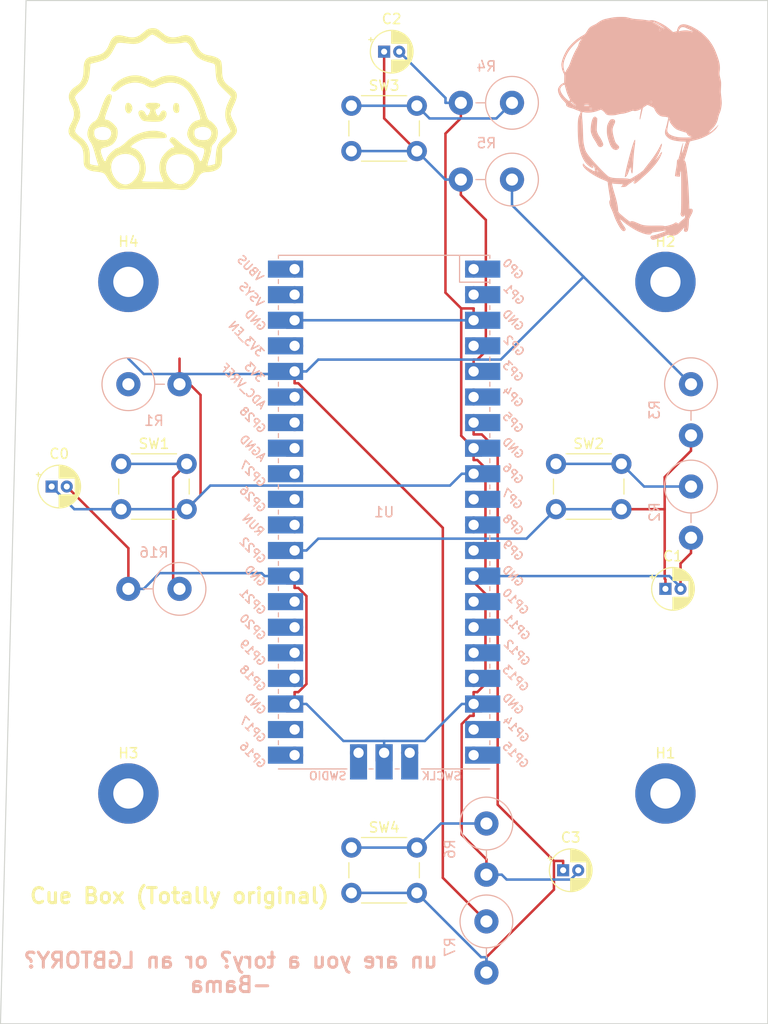
<source format=kicad_pcb>
(kicad_pcb (version 20211014) (generator pcbnew)
  (layers (0 "F.Cu" signal) (31 "B.Cu" signal) (34 "B.Paste" user) (35 "F.Paste" user) (36 "B.SilkS" user "B.Silkscreen") (37 "F.SilkS" user "F.Silkscreen") (38 "B.Mask" user) (39 "F.Mask" user) (44 "Edge.Cuts" user))
  (net 0 "")
  (net 1 "/SW0")
  (net 2 "GND")
  (net 3 "/SW1")
  (net 4 "/SW2")
  (net 5 "/SW3")
  (net 6 "+3V3")
  (net 7 "Net-(R2-Pad1)")
  (net 8 "Net-(R4-Pad1)")
  (net 9 "Net-(R6-Pad1)")
  (net 10 "Net-(R16-Pad1)")
  (net 33 "GNDA")
  (net 35 "VDDA")
  (net 37 "+5V")
  (net 38 "VBUS")
  (footprint "Button_Switch_THT:SW_PUSH_6mm_H5mm" (layer "F.Cu") (at 177.09 109.51)
    (fp_text reference "SW4")
    (fp_text value "SW_Push")
  )
  (footprint "Button_Switch_THT:SW_PUSH_6mm_H5mm" (layer "F.Cu") (at 154.23 71.41)
    (fp_text reference "SW1")
    (fp_text value "SW_Push")
  )
  (footprint "Capacitor_THT:CP_Radial_D4.0mm_P1.50mm" (layer "F.Cu") (at 198.12 111.76)
    (fp_text reference "C3")
    (fp_text value "100nF")
  )
  (footprint "Capacitor_THT:CP_Radial_D4.0mm_P1.50mm" (layer "F.Cu") (at 208.28 83.82)
    (fp_text reference "C1")
    (fp_text value "100nF")
  )
  (footprint "MountingHole:MountingHole_3mm_Pad" (layer "F.Cu") (at 208.28 104.14)
    (fp_text reference "H1")
    (fp_text value "MountingHole")
  )
  (footprint "Button_Switch_THT:SW_PUSH_6mm_H5mm" (layer "F.Cu") (at 197.41 71.41)
    (fp_text reference "SW2")
    (fp_text value "SW_Push")
  )
  (footprint "Capacitor_THT:CP_Radial_D4.0mm_P1.50mm" (layer "F.Cu") (at 147.32 73.66)
    (fp_text reference "C0")
    (fp_text value "100nF")
  )
  (footprint "Capacitor_THT:CP_Radial_D4.0mm_P1.50mm" (layer "F.Cu") (at 180.34 30.48)
    (fp_text reference "C2")
    (fp_text value "100nF")
  )
  (footprint "MountingHole:MountingHole_3mm_Pad" (layer "F.Cu") (at 208.28 53.34)
    (fp_text reference "H2")
    (fp_text value "MountingHole")
  )
  (footprint "Button_Switch_THT:SW_PUSH_6mm_H5mm" (layer "F.Cu") (at 177.09 35.85)
    (fp_text reference "SW3")
    (fp_text value "SW_Push")
  )
  (footprint "MountingHole:MountingHole_3mm_Pad" (layer "F.Cu") (at 154.94 104.14)
    (fp_text reference "H3")
    (fp_text value "MountingHole")
  )
  (footprint "MountingHole:MountingHole_3mm_Pad" (layer "F.Cu") (at 154.94 53.34)
    (fp_text reference "H4")
    (fp_text value "MountingHole")
  )
  (footprint "MCU_RaspberryPi_and_Boards:RPi_Pico_SMD_TH" (layer "B.Cu") (at 180.34 76.2 180)
    (fp_text reference "U1")
    (fp_text value "Pico")
  )
  (footprint "Resistor_THT:R_Axial_DIN0516_L15.5mm_D5.0mm_P5.08mm_Vertical" (layer "B.Cu") (at 190.5 116.84 -90)
    (fp_text reference "R7")
    (fp_text value "20k")
  )
  (footprint "Resistor_THT:R_Axial_DIN0516_L15.5mm_D5.0mm_P5.08mm_Vertical" (layer "B.Cu") (at 210.82 63.5 -90)
    (fp_text reference "R3")
    (fp_text value "10k")
  )
  (footprint "Resistor_THT:R_Axial_DIN0516_L15.5mm_D5.0mm_P5.08mm_Vertical" (layer "B.Cu") (at 210.82 73.66 -90)
    (fp_text reference "R2")
    (fp_text value "100")
  )
  (footprint "Resistor_THT:R_Axial_DIN0516_L15.5mm_D5.0mm_P5.08mm_Vertical" (layer "B.Cu") (at 190.5 107.12 -90)
    (fp_text reference "R6")
    (fp_text value "100")
  )
  (footprint "Resistor_THT:R_Axial_DIN0516_L15.5mm_D5.0mm_P5.08mm_Vertical" (layer "B.Cu") (at 160.02 83.82 180)
    (fp_text reference "R16")
    (fp_text value "100")
  )
  (footprint "Resistor_THT:R_Axial_DIN0516_L15.5mm_D5.0mm_P5.08mm_Vertical" (layer "B.Cu") (at 154.94 63.5)
    (fp_text reference "R1")
    (fp_text value "10K")
  )
  (footprint "Resistor_THT:R_Axial_DIN0516_L15.5mm_D5.0mm_P5.08mm_Vertical" (layer "B.Cu") (at 193.04 35.56 180)
    (fp_text reference "R4")
    (fp_text value "100")
  )
  (footprint "Resistor_THT:R_Axial_DIN0516_L15.5mm_D5.0mm_P5.08mm_Vertical" (layer "B.Cu") (at 193.04 43.18 180)
    (fp_text reference "R5")
    (fp_text value "10k")
  )
  (gr_poly (pts (xy 202.982175 37.177241) (xy 202.951502 37.180918) (xy 202.922213 37.187262) (xy 202.894134 37.196449) (xy 202.867088 37.208653) (xy 202.8409 37.224051) (xy 202.815395 37.242818) (xy 202.790395 37.26513) (xy 202.765727 37.291163) (xy 202.741213 37.321092) (xy 202.716679 37.355093) (xy 202.691948 37.393343) (xy 202.666845 37.436015) (xy 202.641195 37.483287) (xy 202.614821 37.535334) (xy 202.587547 37.592331) (xy 202.554316 37.664699) (xy 202.54038 37.69748) (xy 202.528072 37.728757) (xy 202.517273 37.759104) (xy 202.507863 37.789094) (xy 202.499725 37.819302) (xy 202.492739 37.8503) (xy 202.486787 37.882663) (xy 202.48175 37.916963) (xy 202.477508 37.953775) (xy 202.473943 37.993671) (xy 202.468369 38.085015) (xy 202.464076 38.195582) (xy 202.461265 38.347063) (xy 202.461906 38.417483) (xy 202.464076 38.485356) (xy 202.4679 38.55143) (xy 202.473502 38.616455) (xy 202.481005 38.681181) (xy 202.490534 38.746356) (xy 202.502213 38.81273) (xy 202.516165 38.881052) (xy 202.532516 38.952072) (xy 202.551388 39.026539) (xy 202.597194 39.188809) (xy 202.654576 39.373859) (xy 202.680544 39.454359) (xy 202.706873 39.530528) (xy 202.733595 39.602419) (xy 202.76074 39.670082) (xy 202.788341 39.73357) (xy 202.816427 39.792934) (xy 202.84503 39.848226) (xy 202.87418 39.899498) (xy 202.90391 39.946801) (xy 202.934249 39.990187) (xy 202.949657 40.010427) (xy 202.965229 40.029707) (xy 202.980969 40.048034) (xy 202.996881 40.065414) (xy 203.012968 40.081853) (xy 203.029235 40.097359) (xy 203.045686 40.111937) (xy 203.062324 40.125593) (xy 203.079153 40.138335) (xy 203.096177 40.150169) (xy 203.1134 40.161101) (xy 203.130826 40.171137) (xy 203.165393 40.189618) (xy 203.199004 40.205375) (xy 203.215463 40.212234) (xy 203.231696 40.218414) (xy 203.247708 40.223915) (xy 203.263503 40.228739) (xy 203.279087 40.232886) (xy 203.294464 40.236357) (xy 203.309637 40.239152) (xy 203.324613 40.241273) (xy 203.339394 40.242718) (xy 203.353986 40.24349) (xy 203.368394 40.243589) (xy 203.382621 40.243016) (xy 203.396673 40.24177) (xy 203.410553 40.239854) (xy 203.424267 40.237267) (xy 203.437819 40.23401) (xy 203.451213 40.230084) (xy 203.464454 40.22549) (xy 203.477546 40.220227) (xy 203.490494 40.214297) (xy 203.503303 40.207701) (xy 203.515977 40.200438) (xy 203.52852 40.192511) (xy 203.540938 40.183918) (xy 203.553234 40.174662) (xy 203.565413 40.164742) (xy 203.577479 40.154159) (xy 203.589438 40.142915) (xy 203.615268 40.115872) (xy 203.637166 40.090115) (xy 203.646626 40.077631) (xy 203.655085 40.065362) (xy 203.662537 40.053272) (xy 203.668978 40.041326) (xy 203.6744 40.029489) (xy 203.678799 40.017725) (xy 203.682168 40.005998) (xy 203.684501 39.994273) (xy 203.685793 39.982515) (xy 203.686038 39.970687) (xy 203.685231 39.958755) (xy 203.683364 39.946683) (xy 203.680433 39.934435) (xy 203.676432 39.921975) (xy 203.671354 39.909269) (xy 203.665195 39.896281) (xy 203.657947 39.882975) (xy 203.649606 39.869315) (xy 203.640166 39.855267) (xy 203.62962 39.840794) (xy 203.60519 39.810433) (xy 203.576269 39.777948) (xy 203.542812 39.743055) (xy 203.50477 39.70547) (xy 203.448367 39.64895) (xy 203.424108 39.623235) (xy 203.402134 39.59859) (xy 203.382185 39.574544) (xy 203.364004 39.550628) (xy 203.347331 39.52637) (xy 203.331909 39.501301) (xy 203.317479 39.47495) (xy 203.303783 39.446847) (xy 203.290563 39.416523) (xy 203.277559 39.383506) (xy 203.264514 39.347326) (xy 203.25117 39.307513) (xy 203.222548 39.215109) (xy 203.172973 39.050461) (xy 203.130219 38.89342) (xy 203.111465 38.818166) (xy 203.094493 38.745309) (xy 203.079331 38.675015) (xy 203.066002 38.60745) (xy 203.054535 38.542779) (xy 203.044953 38.481166) (xy 203.037283 38.422779) (xy 203.031552 38.367781) (xy 203.027784 38.316339) (xy 203.026005 38.268618) (xy 203.026242 38.224782) (xy 203.02852 38.184998) (xy 203.031037 38.163727) (xy 203.034597 38.140998) (xy 203.039171 38.116925) (xy 203.044726 38.091622) (xy 203.058658 38.037783) (xy 203.076146 37.980387) (xy 203.09694 37.920346) (xy 203.120794 37.858569) (xy 203.147459 37.795964) (xy 203.176688 37.733443) (xy 203.200918 37.6822) (xy 203.222032 37.635381) (xy 203.240055 37.592614) (xy 203.255015 37.553526) (xy 203.261353 37.535245) (xy 203.266936 37.517745) (xy 203.271765 37.500979) (xy 203.275844 37.484899) (xy 203.279176 37.469461) (xy 203.281765 37.454617) (xy 203.283613 37.440321) (xy 203.284725 37.426526) (xy 203.285103 37.413185) (xy 203.28475 37.400253) (xy 203.28367 37.387683) (xy 203.281865 37.375428) (xy 203.27934 37.363442) (xy 203.276097 37.351677) (xy 203.27214 37.340089) (xy 203.267472 37.32863) (xy 203.262095 37.317253) (xy 203.256014 37.305913) (xy 203.249232 37.294562) (xy 203.241751 37.283154) (xy 203.233575 37.271643) (xy 203.224707 37.259983) (xy 203.204909 37.236025) (xy 203.198506 37.228957) (xy 203.191225 37.222307) (xy 203.183097 37.216081) (xy 203.174151 37.210284) (xy 203.164421 37.204921) (xy 203.153936 37.199997) (xy 203.142727 37.195518) (xy 203.130826 37.191488) (xy 203.118263 37.187913) (xy 203.10507 37.184797) (xy 203.091278 37.182147) (xy 203.076917 37.179967) (xy 203.062018 37.178263) (xy 203.046614 37.177039) (xy 203.030733 37.176301) (xy 203.014409 37.176054)) (layer "B.SilkS") (width 0) (fill solid))
  (gr_poly (pts (xy 203.709381 27.030164) (xy 203.546346 27.035621) (xy 203.393976 27.044717) (xy 203.24541 27.058442) (xy 203.093785 27.07779) (xy 202.932237 27.103752) (xy 202.753906 27.137321) (xy 202.551927 27.179489) (xy 202.319438 27.231248) (xy 202.272516 27.242575) (xy 202.225676 27.255391) (xy 202.178919 27.269695) (xy 202.132245 27.285488) (xy 202.085653 27.302768) (xy 202.039144 27.321537) (xy 201.992718 27.341794) (xy 201.946375 27.36354) (xy 201.900114 27.386773) (xy 201.853936 27.411495) (xy 201.80784 27.437706) (xy 201.761828 27.465404) (xy 201.715898 27.494591) (xy 201.67005 27.525266) (xy 201.624286 27.55743) (xy 201.578604 27.591081) (xy 201.554746 27.609046) (xy 201.529622 27.627145) (xy 201.476464 27.663291) (xy 201.420908 27.69861) (xy 201.364732 27.732193) (xy 201.309714 27.76313) (xy 201.257631 27.790511) (xy 201.210261 27.813428) (xy 201.188899 27.822927) (xy 201.169382 27.83097) (xy 201.123932 27.849141) (xy 201.078969 27.869183) (xy 201.034646 27.890982) (xy 200.991119 27.914425) (xy 200.948543 27.939396) (xy 200.907073 27.965784) (xy 200.866863 27.993474) (xy 200.82807 28.022353) (xy 200.790847 28.052306) (xy 200.755351 28.083221) (xy 200.721735 28.114982) (xy 200.690156 28.147478) (xy 200.660767 28.180594) (xy 200.633725 28.214216) (xy 200.609184 28.248231) (xy 200.587299 28.282525) (xy 200.498346 28.430595) (xy 200.461275 28.491055) (xy 200.427997 28.543691) (xy 200.397654 28.589423) (xy 200.369389 28.629171) (xy 200.342343 28.663855) (xy 200.31566 28.694394) (xy 200.302185 28.708396) (xy 200.28848 28.721708) (xy 200.274435 28.734444) (xy 200.259946 28.746718) (xy 200.2292 28.770343) (xy 200.195385 28.793502) (xy 200.157642 28.817116) (xy 200.115114 28.842105) (xy 200.012271 28.899886) (xy 199.912664 28.957907) (xy 199.813709 29.019431) (xy 199.71556 29.084324) (xy 199.618372 29.152453) (xy 199.5223 29.223682) (xy 199.427499 29.297878) (xy 199.334125 29.374905) (xy 199.242332 29.45463) (xy 199.152276 29.536918) (xy 199.064111 29.621634) (xy 198.977992 29.708645) (xy 198.894075 29.797817) (xy 198.812514 29.889014) (xy 198.733465 29.982102) (xy 198.657082 30.076947) (xy 198.583521 30.173415) (xy 198.541948 30.231542) (xy 198.499481 30.295633) (xy 198.456466 30.364954) (xy 198.41325 30.43877) (xy 198.327598 30.596955) (xy 198.245295 30.764318) (xy 198.16911 30.934988) (xy 198.101814 31.103095) (xy 198.072364 31.184353) (xy 198.046175 31.262768) (xy 198.023594 31.337608) (xy 198.004965 31.408137) (xy 197.9816 31.503063) (xy 197.972184 31.544276) (xy 197.96423 31.582155) (xy 197.957702 31.617327) (xy 197.952565 31.650417) (xy 197.948781 31.682049) (xy 197.946316 31.712849) (xy 197.945131 31.743442) (xy 197.945193 31.774454) (xy 197.946463 31.806509) (xy 197.948906 31.840234) (xy 197.952487 31.876254) (xy 197.957168 31.915192) (xy 197.969687 32.004331) (xy 197.981421 32.074074) (xy 197.995428 32.142907) (xy 198.011668 32.210582) (xy 198.0301 32.276852) (xy 198.050681 32.341468) (xy 198.073371 32.404183) (xy 198.085493 32.434749) (xy 198.098127 32.464747) (xy 198.111268 32.494146) (xy 198.12491 32.522914) (xy 198.162303 32.599981) (xy 198.177503 32.633132) (xy 198.190559 32.66386) (xy 198.20161 32.693038) (xy 198.210796 32.721538) (xy 198.218255 32.750235) (xy 198.224128 32.780002) (xy 198.228555 32.811711) (xy 198.231673 32.846237) (xy 198.233624 32.884453) (xy 198.234547 32.927232) (xy 198.233865 33.029972) (xy 198.230743 33.161443) (xy 198.220158 33.567138) (xy 198.079047 33.630637) (xy 198.043666 33.648357) (xy 198.007837 33.669539) (xy 197.971852 33.693842) (xy 197.936006 33.720926) (xy 197.900595 33.750449) (xy 197.865913 33.78207) (xy 197.832253 33.815447) (xy 197.799912 33.850241) (xy 197.769182 33.88611) (xy 197.74036 33.922712) (xy 197.713739 33.959707) (xy 197.689614 33.996754) (xy 197.66828 34.033512) (xy 197.65003 34.069639) (xy 197.635161 34.104794) (xy 197.623965 34.138637) (xy 197.616883 34.168861) (xy 197.6115 34.199978) (xy 197.605768 34.264734) (xy 197.60664 34.332602) (xy 197.613988 34.403275) (xy 197.627681 34.47645) (xy 197.647591 34.551821) (xy 197.673589 34.629083) (xy 197.705544 34.707932) (xy 197.743329 34.788063) (xy 197.786814 34.86917) (xy 197.83587 34.950948) (xy 197.890367 35.033094) (xy 197.950177 35.115302) (xy 198.01517 35.197267) (xy 198.085217 35.278684) (xy 198.160188 35.359248) (xy 198.199821 35.399799) (xy 198.235491 35.436928) (xy 198.267367 35.470854) (xy 198.295621 35.501793) (xy 198.320423 35.529961) (xy 198.341943 35.555577) (xy 198.360353 35.578858) (xy 198.368445 35.58969) (xy 198.375822 35.600019) (xy 198.382508 35.609873) (xy 198.388522 35.619279) (xy 198.393886 35.628263) (xy 198.398622 35.636854) (xy 198.40275 35.645078) (xy 198.406293 35.652962) (xy 198.409271 35.660533) (xy 198.411706 35.667818) (xy 198.413619 35.674846) (xy 198.415031 35.681642) (xy 198.415964 35.688234) (xy 198.416439 35.694649) (xy 198.416478 35.700914) (xy 198.416101 35.707056) (xy 198.41533 35.713103) (xy 198.414186 35.719081) (xy 198.411208 35.732609) (xy 198.409545 35.746068) (xy 198.409188 35.759453) (xy 198.410128 35.772756) (xy 198.412358 35.785971) (xy 198.415869 35.799092) (xy 198.420652 35.812112) (xy 198.426699 35.825025) (xy 198.434002 35.837824) (xy 198.442553 35.850503) (xy 198.463362 35.875475) (xy 198.48906 35.899889) (xy 198.519579 35.923693) (xy 198.554853 35.946835) (xy 198.594813 35.969264) (xy 198.639394 35.990929) (xy 198.688527 36.011777) (xy 198.742146 36.031757) (xy 198.800183 36.050817) (xy 198.862571 36.068906) (xy 198.929243 36.085971) (xy 198.970846 36.096471) (xy 199.015343 36.109122) (xy 199.061328 36.123425) (xy 199.107396 36.138887) (xy 199.152141 36.15501) (xy 199.194157 36.171298) (xy 199.232039 36.187256) (xy 199.264381 36.202387) (xy 199.337142 36.233972) (xy 199.431069 36.272502) (xy 199.534256 36.313016) (xy 199.634798 36.350554) (xy 199.681332 36.366237) (xy 199.721814 36.380602) (xy 199.756395 36.394234) (xy 199.785225 36.407715) (xy 199.79753 36.414582) (xy 199.808453 36.421631) (xy 199.818013 36.428934) (xy 199.826229 36.436564) (xy 199.833119 36.444596) (xy 199.838702 36.4531) (xy 199.842998 36.462151) (xy 199.846024 36.471822) (xy 199.8478 36.482185) (xy 199.848344 36.493313) (xy 199.847674 36.50528) (xy 199.84581 36.518158) (xy 199.842771 36.532021) (xy 199.838575 36.546941) (xy 199.826787 36.580246) (xy 199.810595 36.618656) (xy 199.790151 36.662756) (xy 199.737103 36.77036) (xy 199.710593 36.826162) (xy 199.686578 36.88555) (xy 199.664992 36.949217) (xy 199.645767 37.017855) (xy 199.628837 37.092157) (xy 199.614134 37.172815) (xy 199.601592 37.260522) (xy 199.591142 37.35597) (xy 199.576252 37.57286) (xy 199.568928 37.829023) (xy 199.568632 38.130001) (xy 199.574826 38.481332) (xy 199.584251 38.787973) (xy 199.597315 39.057241) (xy 199.615009 39.297406) (xy 199.638325 39.516734) (xy 199.652402 39.621169) (xy 199.668256 39.723495) (xy 199.686012 39.824746) (xy 199.705794 39.925956) (xy 199.751931 40.132387) (xy 199.807658 40.351054) (xy 199.845516 40.4825) (xy 199.886282 40.609539) (xy 199.929891 40.732061) (xy 199.976275 40.849959) (xy 200.025367 40.963122) (xy 200.0771 41.071444) (xy 200.131406 41.174815) (xy 200.188218 41.273126) (xy 200.24747 41.366271) (xy 200.309093 41.454139) (xy 200.373021 41.536622) (xy 200.439187 41.613612) (xy 200.507523 41.685001) (xy 200.577962 41.750679) (xy 200.650437 41.810538) (xy 200.724881 41.864471) (xy 200.769157 41.893922) (xy 200.809541 41.920164) (xy 200.846277 41.943295) (xy 200.879607 41.963414) (xy 200.909775 41.980618) (xy 200.923749 41.988157) (xy 200.937024 41.995005) (xy 200.949629 42.001173) (xy 200.961595 42.006675) (xy 200.972953 42.011521) (xy 200.983732 42.015724) (xy 200.993964 42.019297) (xy 201.003679 42.022251) (xy 201.012906 42.0246) (xy 201.021677 42.026355) (xy 201.030021 42.027529) (xy 201.037969 42.028134) (xy 201.045552 42.028182) (xy 201.0528 42.027685) (xy 201.059742 42.026656) (xy 201.06641 42.025107) (xy 201.072834 42.023051) (xy 201.079045 42.020498) (xy 201.085071 42.017463) (xy 201.090945 42.013957) (xy 201.096696 42.009992) (xy 201.102354 42.005581) (xy 201.109088 41.999606) (xy 201.114715 41.993503) (xy 201.119206 41.987141) (xy 201.121015 41.983822) (xy 201.122528 41.980391) (xy 201.123742 41.97683) (xy 201.124652 41.973124) (xy 201.125255 41.969257) (xy 201.125546 41.965212) (xy 201.125522 41.960973) (xy 201.125179 41.956524) (xy 201.12352 41.946932) (xy 201.120539 41.936307) (xy 201.116203 41.924518) (xy 201.110482 41.911438) (xy 201.103346 41.896937) (xy 201.094762 41.880885) (xy 201.084701 41.863154) (xy 201.073131 41.843614) (xy 201.06002 41.822137) (xy 200.971826 41.673971) (xy 201.112936 41.825665) (xy 201.13429 41.849196) (xy 201.153458 41.871044) (xy 201.170569 41.891506) (xy 201.185752 41.910883) (xy 201.199137 41.929474) (xy 201.210853 41.94758) (xy 201.221029 41.965499) (xy 201.229794 41.983533) (xy 201.237278 42.00198) (xy 201.243609 42.021139) (xy 201.248918 42.041312) (xy 201.253332 42.062798) (xy 201.256981 42.085895) (xy 201.259994 42.110905) (xy 201.262502 42.138127) (xy 201.264632 42.16786) (xy 201.265169 42.18748) (xy 201.265458 42.206583) (xy 201.2655 42.225066) (xy 201.265293 42.242825) (xy 201.264838 42.259758) (xy 201.264136 42.27576) (xy 201.263185 42.290729) (xy 201.261986 42.304561) (xy 201.260539 42.317153) (xy 201.258844 42.328401) (xy 201.256901 42.338202) (xy 201.25471 42.346453) (xy 201.253521 42.349965) (xy 201.25227 42.353051) (xy 201.250958 42.355697) (xy 201.249583 42.357891) (xy 201.248147 42.35962) (xy 201.246648 42.360871) (xy 201.245087 42.361631) (xy 201.243465 42.361887) (xy 201.229208 42.358759) (xy 201.205644 42.349761) (xy 201.134709 42.316467) (xy 201.038888 42.266637) (xy 200.926405 42.204901) (xy 200.805489 42.135889) (xy 200.684367 42.06423) (xy 200.571265 41.994557) (xy 200.474409 41.931498) (xy 200.453224 41.917215) (xy 200.43209 41.902229) (xy 200.411142 41.886664) (xy 200.390514 41.870644) (xy 200.370342 41.854294) (xy 200.350758 41.837737) (xy 200.331898 41.821097) (xy 200.313895 41.804498) (xy 200.296885 41.788065) (xy 200.281002 41.771922) (xy 200.266379 41.756191) (xy 200.253152 41.740999) (xy 200.241454 41.726467) (xy 200.23142 41.712721) (xy 200.223185 41.699885) (xy 200.216882 41.688082) (xy 200.21091 41.677189) (xy 200.204908 41.666998) (xy 200.198886 41.65751) (xy 200.192856 41.648725) (xy 200.186829 41.640643) (xy 200.180815 41.633264) (xy 200.174826 41.626587) (xy 200.168872 41.620613) (xy 200.162964 41.615342) (xy 200.157114 41.610774) (xy 200.151333 41.606909) (xy 200.145631 41.603746) (xy 200.140019 41.601286) (xy 200.134509 41.599529) (xy 200.129111 41.598475) (xy 200.123837 41.598124) (xy 200.118697 41.598475) (xy 200.113702 41.599529) (xy 200.108864 41.601286) (xy 200.104193 41.603746) (xy 200.0997 41.606909) (xy 200.095397 41.610774) (xy 200.091293 41.615342) (xy 200.087401 41.620613) (xy 200.083732 41.626587) (xy 200.080295 41.633264) (xy 200.077102 41.640643) (xy 200.074165 41.648725) (xy 200.071494 41.65751) (xy 200.0691 41.666998) (xy 200.066994 41.677189) (xy 200.065187 41.688082) (xy 200.06373 41.72075) (xy 200.068493 41.755822) (xy 200.079292 41.793162) (xy 200.095938 41.832631) (xy 200.146027 41.917409) (xy 200.217267 42.009054) (xy 200.308165 42.106467) (xy 200.417227 42.208546) (xy 200.54296 42.314191) (xy 200.683871 42.422301) (xy 200.838465 42.531775) (xy 201.00525 42.641512) (xy 201.182732 42.750412) (xy 201.369418 42.857375) (xy 201.563813 42.961299) (xy 201.764426 43.061083) (xy 201.969761 43.155628) (xy 202.178326 43.243832) (xy 202.238918 43.268308) (xy 202.292641 43.29032) (xy 202.339905 43.31013) (xy 202.381118 43.328002) (xy 202.399583 43.336294) (xy 202.416688 43.3442) (xy 202.432484 43.351754) (xy 202.447023 43.358988) (xy 202.460355 43.365934) (xy 202.472531 43.372627) (xy 202.483603 43.3791) (xy 202.493621 43.385384) (xy 202.502637 43.391513) (xy 202.510701 43.39752) (xy 202.517865 43.403438) (xy 202.524179 43.409299) (xy 202.529695 43.415138) (xy 202.534464 43.420986) (xy 202.538536 43.426877) (xy 202.541963 43.432843) (xy 202.544795 43.438918) (xy 202.547085 43.445134) (xy 202.548882 43.451525) (xy 202.550238 43.458123) (xy 202.551204 43.464961) (xy 202.55183 43.472073) (xy 202.552169 43.479491) (xy 202.552271 43.487248) (xy 202.557879 43.558981) (xy 202.573327 43.688055) (xy 202.625472 44.061835) (xy 202.692169 44.495807) (xy 202.756882 44.877192) (xy 202.764942 44.921077) (xy 202.771923 44.960378) (xy 202.777818 44.995472) (xy 202.782623 45.026737) (xy 202.786332 45.05455) (xy 202.788941 45.079289) (xy 202.789831 45.090623) (xy 202.790444 45.10133) (xy 202.790779 45.111457) (xy 202.790836 45.12105) (xy 202.790614 45.130158) (xy 202.790112 45.138828) (xy 202.789329 45.147106) (xy 202.788266 45.15504) (xy 202.786921 45.162676) (xy 202.785294 45.170063) (xy 202.783384 45.177246) (xy 202.78119 45.184274) (xy 202.778712 45.191194) (xy 202.775949 45.198052) (xy 202.772901 45.204896) (xy 202.769566 45.211773) (xy 202.762036 45.225814) (xy 202.753354 45.240553) (xy 202.73657 45.269672) (xy 202.723264 45.301531) (xy 202.713442 45.336222) (xy 202.707107 45.373837) (xy 202.704266 45.41447) (xy 202.704923 45.458215) (xy 202.709084 45.505163) (xy 202.716753 45.555408) (xy 202.727937 45.609043) (xy 202.74264 45.666161) (xy 202.760867 45.726855) (xy 202.782623 45.791218) (xy 202.807915 45.859343) (xy 202.836746 45.931323) (xy 202.869122 46.007251) (xy 202.905048 46.08722) (xy 202.943061 46.170598) (xy 202.982274 46.260136) (xy 203.021568 46.353065) (xy 203.05983 46.446613) (xy 203.095941 46.538011) (xy 203.128787 46.62449) (xy 203.15725 46.70328) (xy 203.180215 46.77161) (xy 203.20336 46.840179) (xy 203.231423 46.915512) (xy 203.30016 47.082109) (xy 203.382125 47.26268) (xy 203.473021 47.448502) (xy 203.568546 47.630851) (xy 203.664402 47.801004) (xy 203.711111 47.878781) (xy 203.75629 47.950238) (xy 203.799402 48.014285) (xy 203.839909 48.069831) (xy 203.870432 48.109607) (xy 203.899875 48.14561) (xy 203.928315 48.177871) (xy 203.942183 48.192609) (xy 203.95583 48.206422) (xy 203.969265 48.219316) (xy 203.982497 48.231294) (xy 203.995538 48.24236) (xy 204.008395 48.252518) (xy 204.021079 48.261771) (xy 204.0336 48.270124) (xy 204.045967 48.27758) (xy 204.05819 48.284144) (xy 204.070279 48.289818) (xy 204.082243 48.294608) (xy 204.094092 48.298517) (xy 204.105836 48.301548) (xy 204.117484 48.303706) (xy 204.129047 48.304995) (xy 204.140533 48.305418) (xy 204.151952 48.30498) (xy 204.163315 48.303683) (xy 204.17463 48.301533) (xy 204.185909 48.298532) (xy 204.197159 48.294686) (xy 204.208391 48.289997) (xy 204.219615 48.284469) (xy 204.23084 48.278107) (xy 204.242076 48.270915) (xy 204.253868 48.262841) (xy 204.26477 48.254486) (xy 204.274778 48.245838) (xy 204.283892 48.236884) (xy 204.29211 48.227613) (xy 204.299429 48.218011) (xy 204.305847 48.208067) (xy 204.311363 48.197769) (xy 204.315975 48.187103) (xy 204.319681 48.176059) (xy 204.322478 48.164622) (xy 204.324365 48.152783) (xy 204.32534 48.140527) (xy 204.325401 48.127843) (xy 204.324547 48.114718) (xy 204.322774 48.101141) (xy 204.320081 48.087098) (xy 204.316467 48.072579) (xy 204.306465 48.042058) (xy 204.292753 48.00948) (xy 204.275314 47.974747) (xy 204.254135 47.937762) (xy 204.229199 47.898425) (xy 204.20049 47.856638) (xy 204.167993 47.812304) (xy 204.138209 47.770859) (xy 204.106167 47.723999) (xy 204.037851 47.618497) (xy 203.968129 47.504726) (xy 203.902086 47.391617) (xy 203.844808 47.288098) (xy 203.821045 47.242726) (xy 203.80138 47.203101) (xy 203.786448 47.170338) (xy 203.776885 47.145554) (xy 203.774316 47.136503) (xy 203.773327 47.129865) (xy 203.773999 47.12578) (xy 203.77641 47.124387) (xy 203.779409 47.125281) (xy 203.784368 47.127901) (xy 203.799726 47.137947) (xy 203.821616 47.153781) (xy 203.84917 47.174658) (xy 203.917796 47.228567) (xy 203.998659 47.29372) (xy 204.186042 47.444854) (xy 204.373409 47.58849) (xy 204.560167 47.724322) (xy 204.745721 47.852047) (xy 204.929476 47.971358) (xy 205.110839 48.081952) (xy 205.289215 48.183523) (xy 205.46401 48.275766) (xy 205.634629 48.358377) (xy 205.800478 48.43105) (xy 205.960964 48.493482) (xy 206.115491 48.545366) (xy 206.263465 48.586398) (xy 206.404293 48.616273) (xy 206.53738 48.634686) (xy 206.662131 48.641332) (xy 206.684865 48.641102) (xy 206.705594 48.640319) (xy 206.724546 48.638844) (xy 206.741947 48.636537) (xy 206.750137 48.635027) (xy 206.758025 48.633258) (xy 206.765639 48.63121) (xy 206.773008 48.628868) (xy 206.78016 48.626213) (xy 206.787123 48.623227) (xy 206.793925 48.619895) (xy 206.800596 48.616197) (xy 206.807164 48.612117) (xy 206.813657 48.607636) (xy 206.820103 48.602739) (xy 206.826531 48.597407) (xy 206.83297 48.591623) (xy 206.839447 48.585369) (xy 206.852631 48.571383) (xy 206.866312 48.555309) (xy 206.880716 48.537007) (xy 206.896071 48.516339) (xy 206.912604 48.493165) (xy 206.919625 48.484765) (xy 206.92892 48.476732) (xy 206.940695 48.469019) (xy 206.955157 48.461581) (xy 206.972514 48.454369) (xy 206.992971 48.447339) (xy 207.016735 48.440442) (xy 207.044013 48.433634) (xy 207.109939 48.420095) (xy 207.192401 48.406349) (xy 207.293053 48.392024) (xy 207.413548 48.376748) (xy 207.609064 48.350786) (xy 207.80028 48.322508) (xy 207.887559 48.308432) (xy 207.9657 48.294893) (xy 208.032019 48.282263) (xy 208.083826 48.270915) (xy 208.122286 48.262315) (xy 208.157014 48.255032) (xy 208.173002 48.251884) (xy 208.188084 48.249063) (xy 208.202269 48.246569) (xy 208.215567 48.244401) (xy 208.227986 48.242559) (xy 208.239536 48.241041) (xy 208.250226 48.239848) (xy 208.260064 48.238978) (xy 208.26906 48.238432) (xy 208.277222 48.238208) (xy 208.28456 48.238305) (xy 208.291084 48.238724) (xy 208.2968 48.239463) (xy 208.30172 48.240521) (xy 208.303884 48.24117) (xy 208.305852 48.241899) (xy 208.307625 48.242707) (xy 208.309205 48.243595) (xy 208.310592 48.244563) (xy 208.311787 48.245609) (xy 208.312793 48.246735) (xy 208.313609 48.24794) (xy 208.314237 48.249225) (xy 208.314679 48.250588) (xy 208.314935 48.25203) (xy 208.315006 48.253552) (xy 208.314894 48.255152) (xy 208.314599 48.25683) (xy 208.314124 48.258588) (xy 208.313468 48.260424) (xy 208.31162 48.264331) (xy 208.309066 48.268552) (xy 208.305815 48.273085) (xy 208.301875 48.27793) (xy 208.297255 48.283086) (xy 208.291965 48.288554) (xy 208.268021 48.305055) (xy 208.224434 48.327463) (xy 208.089063 48.386174) (xy 207.907306 48.45704) (xy 207.700621 48.532412) (xy 207.490463 48.604642) (xy 207.298289 48.666082) (xy 207.145554 48.709083) (xy 207.090681 48.72128) (xy 207.053715 48.725999) (xy 207.021755 48.727985) (xy 207.006605 48.729477) (xy 206.992006 48.731304) (xy 206.977955 48.733467) (xy 206.964449 48.735967) (xy 206.951485 48.738805) (xy 206.939062 48.741984) (xy 206.927176 48.745503) (xy 206.915825 48.749365) (xy 206.905006 48.75357) (xy 206.894717 48.75812) (xy 206.884955 48.763017) (xy 206.875717 48.768261) (xy 206.867001 48.773854) (xy 206.858805 48.779797) (xy 206.851126 48.786092) (xy 206.84396 48.792739) (xy 206.837307 48.79974) (xy 206.831162 48.807096) (xy 206.825524 48.814809) (xy 206.820389 48.82288) (xy 206.815756 48.83131) (xy 206.811621 48.840101) (xy 206.807983 48.849253) (xy 206.804838 48.858768) (xy 206.802184 48.868647) (xy 206.800019 48.878892) (xy 206.798339 48.889504) (xy 206.797142 48.900484) (xy 206.796426 48.911834) (xy 206.796188 48.923554) (xy 206.796596 48.934505) (xy 206.797802 48.945512) (xy 206.799775 48.956549) (xy 206.802485 48.967589) (xy 206.805904 48.978606) (xy 206.810001 48.989573) (xy 206.814746 49.000464) (xy 206.82011 49.011252) (xy 206.826064 49.021911) (xy 206.832576 49.032414) (xy 206.839619 49.042735) (xy 206.847161 49.052848) (xy 206.863627 49.072341) (xy 206.881736 49.090682) (xy 206.901251 49.107658) (xy 206.921933 49.123059) (xy 206.943546 49.136671) (xy 206.954627 49.142741) (xy 206.965851 49.148284) (xy 206.977189 49.153274) (xy 206.988611 49.157685) (xy 207.000088 49.16149) (xy 207.011588 49.164662) (xy 207.023084 49.167175) (xy 207.034545 49.169004) (xy 207.045941 49.17012) (xy 207.057243 49.170498) (xy 207.079461 49.168466) (xy 207.111296 49.162512) (xy 207.201275 49.139685) (xy 207.322095 49.103711) (xy 207.46867 49.056286) (xy 207.635916 48.999105) (xy 207.818747 48.933861) (xy 208.012079 48.862252) (xy 208.210826 48.78597) (xy 208.331611 48.739344) (xy 208.381405 48.720571) (xy 208.425028 48.704666) (xy 208.463153 48.69151) (xy 208.496452 48.680984) (xy 208.511501 48.676671) (xy 208.525596 48.67297) (xy 208.538819 48.669868) (xy 208.551256 48.667349) (xy 208.56299 48.665398) (xy 208.574106 48.664001) (xy 208.584686 48.663143) (xy 208.594816 48.662808) (xy 208.604579 48.662983) (xy 208.614059 48.663652) (xy 208.623339 48.6648) (xy 208.632505 48.666412) (xy 208.64164 48.668474) (xy 208.650828 48.670971) (xy 208.660153 48.673887) (xy 208.669698 48.677209) (xy 208.689788 48.685008) (xy 208.71177 48.694248) (xy 208.749725 48.708347) (xy 208.789361 48.720224) (xy 208.830453 48.72989) (xy 208.87278 48.737353) (xy 208.91612 48.742626) (xy 208.960251 48.745718) (xy 209.004951 48.74664) (xy 209.049996 48.745401) (xy 209.095165 48.742013) (xy 209.140237 48.736486) (xy 209.184988 48.728829) (xy 209.229196 48.719054) (xy 209.272639 48.70717) (xy 209.315096 48.693188) (xy 209.356343 48.677119) (xy 209.396159 48.658971) (xy 209.428409 48.641186) (xy 209.462835 48.619711) (xy 209.499215 48.594742) (xy 209.537325 48.566477) (xy 209.576945 48.535111) (xy 209.617851 48.500841) (xy 209.659822 48.463863) (xy 209.702635 48.424374) (xy 209.746068 48.382569) (xy 209.789899 48.338646) (xy 209.833906 48.2928) (xy 209.877866 48.245229) (xy 209.921558 48.196128) (xy 209.964759 48.145693) (xy 210.007246 48.094122) (xy 210.048798 48.04161) (xy 210.147576 47.918137) (xy 210.126409 48.094526) (xy 210.123399 48.121057) (xy 210.121014 48.14521) (xy 210.119301 48.167173) (xy 210.118306 48.18713) (xy 210.118093 48.196415) (xy 210.118077 48.205269) (xy 210.118263 48.213714) (xy 210.118658 48.221774) (xy 210.119267 48.229473) (xy 210.120097 48.236833) (xy 210.121153 48.243878) (xy 210.122441 48.25063) (xy 210.123966 48.257115) (xy 210.125735 48.263353) (xy 210.127753 48.26937) (xy 210.130027 48.275187) (xy 210.132561 48.280829) (xy 210.135362 48.286318) (xy 210.138436 48.291678) (xy 210.141788 48.296933) (xy 210.145424 48.302104) (xy 210.149351 48.307216) (xy 210.153573 48.312292) (xy 210.158097 48.317355) (xy 210.162929 48.322429) (xy 210.168073 48.327536) (xy 210.179326 48.337943) (xy 210.187745 48.34523) (xy 210.196453 48.35188) (xy 210.205427 48.357898) (xy 210.214645 48.363285) (xy 210.224085 48.368048) (xy 210.233726 48.372189) (xy 210.243544 48.375713) (xy 210.253519 48.378623) (xy 210.263629 48.380923) (xy 210.273851 48.382618) (xy 210.284163 48.38371) (xy 210.294544 48.384204) (xy 210.304971 48.384104) (xy 210.315423 48.383413) (xy 210.325877 48.382136) (xy 210.336312 48.380277) (xy 210.346706 48.377838) (xy 210.357036 48.374825) (xy 210.367281 48.37124) (xy 210.377419 48.367089) (xy 210.387428 48.362374) (xy 210.397285 48.3571) (xy 210.40697 48.35127) (xy 210.416459 48.344889) (xy 210.425731 48.337959) (xy 210.434764 48.330486) (xy 210.443537 48.322473) (xy 210.452026 48.313924) (xy 210.46021 48.304842) (xy 210.468068 48.295232) (xy 210.475577 48.285098) (xy 210.482715 48.274442) (xy 210.493985 48.253058) (xy 210.505239 48.223751) (xy 210.51638 48.1872) (xy 210.527308 48.14408) (xy 210.548137 48.040845) (xy 210.566941 47.91946) (xy 210.582933 47.785343) (xy 210.595328 47.643908) (xy 210.603342 47.500572) (xy 210.606187 47.360749) (xy 210.607152 47.284902) (xy 210.608699 47.251546) (xy 210.611259 47.220299) (xy 210.615058 47.190458) (xy 210.620326 47.161319) (xy 210.627288 47.132181) (xy 210.636173 47.102339) (xy 210.647208 47.071092) (xy 210.66062 47.037737) (xy 210.676636 47.00157) (xy 210.695484 46.96189) (xy 210.742585 46.869175) (xy 210.803742 46.753971) (xy 210.856625 46.65272) (xy 210.879219 46.608081) (xy 210.899379 46.567054) (xy 210.917203 46.529355) (xy 210.932789 46.4947) (xy 210.946236 46.462804) (xy 210.957642 46.433384) (xy 210.967105 46.406154) (xy 210.974723 46.380832) (xy 210.980594 46.357132) (xy 210.984817 46.334771) (xy 210.98749 46.313463) (xy 210.98871 46.292926) (xy 210.988576 46.272875) (xy 210.987187 46.253025) (xy 210.985688 46.233451) (xy 210.98379 46.21566) (xy 210.981428 46.199533) (xy 210.980051 46.192056) (xy 210.978533 46.184951) (xy 210.976865 46.178202) (xy 210.975039 46.171795) (xy 210.973046 46.165715) (xy 210.970878 46.159947) (xy 210.968527 46.154476) (xy 210.965984 46.149287) (xy 210.96324 46.144366) (xy 210.960288 46.139697) (xy 210.957119 46.135266) (xy 210.953724 46.131057) (xy 210.950096 46.127057) (xy 210.946225 46.12325) (xy 210.942104 46.119621) (xy 210.937723 46.116156) (xy 210.933076 46.112839) (xy 210.928152 46.109655) (xy 210.922944 46.106591) (xy 210.917444 46.103631) (xy 210.905532 46.097962) (xy 210.892348 46.092532) (xy 210.877826 46.08722) (xy 210.865423 46.08288) (xy 210.853345 46.079124) (xy 210.841588 46.075958) (xy 210.830146 46.073385) (xy 210.819014 46.071412) (xy 210.808187 46.070044) (xy 210.79766 46.069285) (xy 210.787427 46.069141) (xy 210.777484 46.069618) (xy 210.767824 46.070719) (xy 210.758444 46.072451) (xy 210.749338 46.074819) (xy 210.7405 46.077828) (xy 210.731926 46.081482) (xy 210.72361 46.085788) (xy 210.715548 46.090749) (xy 210.704947 46.096912) (xy 210.69556 46.100196) (xy 210.687279 46.099624) (xy 210.679995 46.094221) (xy 210.6736 46.08301) (xy 210.667985 46.065014) (xy 210.663043 46.039256) (xy 210.658663 46.004759) (xy 210.65116 45.905644) (xy 210.644607 45.759854) (xy 210.630881 45.296999) (xy 210.613518 44.807582) (xy 210.588548 44.305307) (xy 210.556964 43.802454) (xy 210.519757 43.3113) (xy 210.477919 42.844125) (xy 210.432444 42.413205) (xy 210.384323 42.030821) (xy 210.334548 41.709249) (xy 210.327309 41.668849) (xy 210.320127 41.630955) (xy 210.312976 41.595511) (xy 210.30583 41.56246) (xy 210.298663 41.531744) (xy 210.29145 41.503307) (xy 210.284165 41.477093) (xy 210.276781 41.453043) (xy 210.269273 41.431102) (xy 210.261616 41.411213) (xy 210.253783 41.393318) (xy 210.245748 41.377361) (xy 210.237486 41.363286) (xy 210.233261 41.356935) (xy 210.22897 41.351034) (xy 210.224609 41.345574) (xy 210.220176 41.34055) (xy 210.215666 41.335952) (xy 210.211076 41.331776) (xy 210.188008 41.310168) (xy 210.179109 41.30015) (xy 210.17205 41.289884) (xy 210.166893 41.278791) (xy 210.163699 41.266292) (xy 210.162531 41.251809) (xy 210.163451 41.234762) (xy 210.166521 41.214574) (xy 210.171802 41.190665) (xy 210.179357 41.162457) (xy 210.189248 41.12937) (xy 210.216285 41.046246) (xy 210.25341 40.936665) (xy 210.308145 40.762536) (xy 210.376441 40.530529) (xy 210.449367 40.271403) (xy 210.517993 40.015916) (xy 210.549461 39.896936) (xy 210.579894 39.785067) (xy 210.608592 39.682789) (xy 210.634851 39.592582) (xy 210.657967 39.516928) (xy 210.677239 39.458306) (xy 210.685213 39.436158) (xy 210.686139 39.433831) (xy 210.323965 39.433831) (xy 210.321409 39.445806) (xy 210.314099 39.470101) (xy 210.287364 39.549366) (xy 210.248063 39.659059) (xy 210.200493 39.78661) (xy 210.175936 39.851998) (xy 210.152868 39.914822) (xy 210.131784 39.973513) (xy 210.11318 40.026498) (xy 210.097553 40.072208) (xy 210.085399 40.10907) (xy 210.077213 40.135515) (xy 210.073492 40.14997) (xy 210.073045 40.155613) (xy 210.071729 40.1632) (xy 210.066657 40.183705) (xy 210.05861 40.210494) (xy 210.047916 40.242574) (xy 210.034907 40.278955) (xy 210.019914 40.318642) (xy 210.003268 40.360645) (xy 209.985298 40.403971) (xy 209.900632 40.615638) (xy 209.921798 40.368693) (xy 209.926711 40.313303) (xy 209.933319 40.25167) (xy 209.941332 40.18582) (xy 209.950461 40.11778) (xy 209.960418 40.049573) (xy 209.970912 39.983228) (xy 209.981653 39.920768) (xy 209.992354 39.864221) (xy 210.002572 39.810353) (xy 210.011922 39.758057) (xy 210.020197 39.708571) (xy 210.027191 39.663138) (xy 210.032696 39.622995) (xy 210.036506 39.589385) (xy 210.038415 39.563546) (xy 210.038591 39.553929) (xy 210.038215 39.54672) (xy 210.035674 39.53516) (xy 210.033066 39.534386) (xy 210.02963 39.536757) (xy 210.020464 39.550363) (xy 210.00856 39.574832) (xy 209.978064 39.651768) (xy 209.941201 39.758387) (xy 209.901031 39.885511) (xy 209.860613 40.023963) (xy 209.823007 40.164564) (xy 209.79127 40.298138) (xy 209.756489 40.446084) (xy 209.7141 40.616519) (xy 209.669728 40.788278) (xy 209.628993 40.940192) (xy 209.615047 40.987891) (xy 209.602252 41.030571) (xy 209.590522 41.068425) (xy 209.585029 41.085602) (xy 209.579769 41.101643) (xy 209.574732 41.116574) (xy 209.569905 41.130418) (xy 209.565279 41.143198) (xy 209.560842 41.154939) (xy 209.556583 41.165664) (xy 209.552492 41.175398) (xy 209.548557 41.184165) (xy 209.544767 41.191987) (xy 209.541112 41.19889) (xy 209.53758 41.204897) (xy 209.53416 41.210032) (xy 209.530842 41.214319) (xy 209.529217 41.216151) (xy 209.527614 41.217781) (xy 209.526031 41.219211) (xy 209.524466 41.220443) (xy 209.522918 41.221482) (xy 209.521386 41.222329) (xy 209.519868 41.222988) (xy 209.518364 41.223462) (xy 209.516871 41.223754) (xy 209.515388 41.223866) (xy 209.513914 41.223803) (xy 209.512448 41.223566) (xy 209.510987 41.223159) (xy 209.509532 41.222585) (xy 209.50808 41.221847) (xy 209.50663 41.220947) (xy 209.50518 41.219889) (xy 209.50373 41.218676) (xy 209.500822 41.215795) (xy 209.497895 41.21233) (xy 209.494937 41.208303) (xy 209.488604 41.200463) (xy 209.482804 41.194199) (xy 209.477489 41.189599) (xy 209.474999 41.187951) (xy 209.472613 41.186751) (xy 209.470325 41.186011) (xy 209.46813 41.185743) (xy 209.466021 41.185956) (xy 209.463993 41.186662) (xy 209.46204 41.187872) (xy 209.460156 41.189596) (xy 209.458336 41.191847) (xy 209.456573 41.194634) (xy 209.453196 41.201862) (xy 209.449979 41.21137) (xy 209.446875 41.223244) (xy 209.443839 41.237573) (xy 209.440824 41.254445) (xy 209.437783 41.273946) (xy 209.431437 41.321192) (xy 209.426318 41.35769) (xy 209.42157 41.397536) (xy 209.417237 41.439449) (xy 209.413357 41.482148) (xy 209.407129 41.564775) (xy 209.403215 41.635165) (xy 209.401141 41.67508) (xy 209.395222 41.732234) (xy 209.385914 41.804023) (xy 209.37367 41.887842) (xy 209.342196 42.081154) (xy 209.304437 42.291332) (xy 209.285634 42.394981) (xy 209.269104 42.492801) (xy 209.255138 42.582601) (xy 209.244024 42.662189) (xy 209.236052 42.729375) (xy 209.233335 42.757633) (xy 209.231511 42.781968) (xy 209.230618 42.802107) (xy 209.230692 42.817777) (xy 209.231768 42.828702) (xy 209.232693 42.8323) (xy 209.233882 42.834609) (xy 209.237665 42.837334) (xy 209.243638 42.840197) (xy 209.251679 42.843175) (xy 209.261663 42.84624) (xy 209.286964 42.852531) (xy 209.318548 42.858863) (xy 209.355424 42.86503) (xy 209.3966 42.870825) (xy 209.441084 42.876041) (xy 209.487882 42.880471) (xy 209.71366 42.89811) (xy 209.738354 42.640582) (xy 209.742869 42.593504) (xy 209.747194 42.551368) (xy 209.751384 42.513985) (xy 209.753446 42.497018) (xy 209.755496 42.48117) (xy 209.757541 42.466418) (xy 209.759588 42.452738) (xy 209.761644 42.440107) (xy 209.763717 42.428502) (xy 209.765812 42.417899) (xy 209.767938 42.408276) (xy 209.770101 42.399608) (xy 209.772309 42.391873) (xy 209.774568 42.385048) (xy 209.776886 42.379109) (xy 209.779271 42.374033) (xy 209.78049 42.371812) (xy 209.781728 42.369797) (xy 209.782986 42.367987) (xy 209.784265 42.366378) (xy 209.785566 42.364967) (xy 209.786889 42.363751) (xy 209.788237 42.362728) (xy 209.789608 42.361895) (xy 209.791005 42.361248) (xy 209.792428 42.360785) (xy 209.793879 42.360503) (xy 209.795357 42.360399) (xy 209.796864 42.36047) (xy 209.798401 42.360713) (xy 209.799969 42.361125) (xy 209.801568 42.361704) (xy 209.8032 42.362446) (xy 209.804865 42.363348) (xy 209.808299 42.365623) (xy 209.811877 42.368506) (xy 209.815606 42.371972) (xy 209.819493 42.375999) (xy 209.82577 42.422059) (xy 209.831344 42.544064) (xy 209.840218 42.982335) (xy 209.845786 43.623674) (xy 209.847715 44.400942) (xy 209.847198 44.918223) (xy 209.845565 45.349639) (xy 209.842692 45.701266) (xy 209.838455 45.979182) (xy 209.832729 46.189464) (xy 209.825391 46.338189) (xy 209.821078 46.391366) (xy 209.816316 46.431433) (xy 209.811089 46.45915) (xy 209.805382 46.475275) (xy 209.798069 46.489155) (xy 209.791982 46.503628) (xy 209.787086 46.518627) (xy 209.783347 46.534083) (xy 209.780729 46.54993) (xy 209.779197 46.5661) (xy 209.778717 46.582523) (xy 209.779254 46.599134) (xy 209.780773 46.615863) (xy 209.783238 46.632643) (xy 209.786616 46.649407) (xy 209.790871 46.666086) (xy 209.795968 46.682612) (xy 209.801873 46.698918) (xy 209.80855 46.714937) (xy 209.815965 46.730599) (xy 209.824083 46.745837) (xy 209.832868 46.760584) (xy 209.842287 46.774771) (xy 209.852304 46.788332) (xy 209.862884 46.801197) (xy 209.873992 46.813299) (xy 209.885594 46.824571) (xy 209.897655 46.834944) (xy 209.91014 46.84435) (xy 209.923013 46.852723) (xy 209.93624 46.859993) (xy 209.949786 46.866094) (xy 209.963617 46.870957) (xy 209.977697 46.874515) (xy 209.991991 46.876699) (xy 210.006465 46.877442) (xy 210.010836 46.876994) (xy 210.015967 46.875678) (xy 210.02179 46.873536) (xy 210.028238 46.870607) (xy 210.035244 46.866935) (xy 210.042742 46.86256) (xy 210.050663 46.857523) (xy 210.058941 46.851866) (xy 210.067508 46.845631) (xy 210.076297 46.838858) (xy 210.085241 46.831588) (xy 210.094273 46.823865) (xy 210.103326 46.815727) (xy 210.112333 46.807218) (xy 210.121225 46.798378) (xy 210.129937 46.789248) (xy 210.218132 46.704582) (xy 210.218132 46.842165) (xy 210.217888 46.856703) (xy 210.217174 46.871152) (xy 210.216016 46.885426) (xy 210.214439 46.899437) (xy 210.212469 46.913096) (xy 210.210132 46.926315) (xy 210.207455 46.939008) (xy 210.204462 46.951086) (xy 210.201179 46.962461) (xy 210.197633 46.973045) (xy 210.19385 46.982751) (xy 210.189854 46.99149) (xy 210.185673 46.999176) (xy 210.18352 47.002596) (xy 210.181331 47.005719) (xy 210.179108 47.008535) (xy 210.176855 47.011032) (xy 210.174574 47.0132) (xy 210.17227 47.015028) (xy 210.089953 47.082585) (xy 209.999905 47.157957) (xy 209.907294 47.236718) (xy 209.817288 47.314446) (xy 209.735053 47.386717) (xy 209.665759 47.449108) (xy 209.614571 47.497195) (xy 209.597383 47.514492) (xy 209.586659 47.526554) (xy 209.578496 47.535853) (xy 209.571129 47.54389) (xy 209.564444 47.550646) (xy 209.561321 47.553537) (xy 209.558327 47.5561) (xy 209.555446 47.558332) (xy 209.552665 47.560231) (xy 209.549969 47.561793) (xy 209.547344 47.563018) (xy 209.544776 47.563901) (xy 209.54225 47.56444) (xy 209.539753 47.564634) (xy 209.53727 47.564478) (xy 209.534788 47.563972) (xy 209.532291 47.563111) (xy 209.529765 47.561893) (xy 209.527197 47.560317) (xy 209.524572 47.558378) (xy 209.521876 47.556076) (xy 209.519095 47.553406) (xy 209.516214 47.550367) (xy 209.51322 47.546956) (xy 209.510098 47.54317) (xy 209.503412 47.534464) (xy 209.496045 47.524229) (xy 209.487882 47.512443) (xy 209.482547 47.505643) (xy 209.476498 47.499141) (xy 209.469784 47.492941) (xy 209.462457 47.487053) (xy 209.454567 47.481482) (xy 209.446164 47.476236) (xy 209.437298 47.471322) (xy 209.42802 47.466747) (xy 209.418381 47.462519) (xy 209.40843 47.458644) (xy 209.387795 47.451982) (xy 209.36652 47.446818) (xy 209.345007 47.44321) (xy 209.323659 47.441215) (xy 209.30288 47.440888) (xy 209.29283 47.441369) (xy 209.283073 47.442288) (xy 209.273659 47.443652) (xy 209.26464 47.44547) (xy 209.256065 47.447748) (xy 209.247984 47.450492) (xy 209.240449 47.453711) (xy 209.23351 47.457411) (xy 209.227216 47.461599) (xy 209.221619 47.466282) (xy 209.216769 47.471469) (xy 209.212715 47.477165) (xy 209.20278 47.48976) (xy 209.188387 47.503014) (xy 209.147403 47.531163) (xy 209.092125 47.560935) (xy 209.024916 47.591652) (xy 208.948136 47.622638) (xy 208.864147 47.653216) (xy 208.775311 47.682709) (xy 208.683989 47.71044) (xy 208.592543 47.735731) (xy 208.503335 47.757906) (xy 208.418726 47.776288) (xy 208.341078 47.7902) (xy 208.272752 47.798966) (xy 208.216111 47.801907) (xy 208.192909 47.800982) (xy 208.173515 47.798347) (xy 208.158222 47.793918) (xy 208.147326 47.787609) (xy 208.137501 47.781322) (xy 208.123631 47.775675) (xy 208.105306 47.770649) (xy 208.082118 47.766222) (xy 208.01952 47.759083) (xy 207.932573 47.754095) (xy 207.81801 47.751091) (xy 207.672564 47.749905) (xy 207.275965 47.752331) (xy 206.925461 47.755329) (xy 206.775515 47.754758) (xy 206.640193 47.752497) (xy 206.517811 47.748314) (xy 206.406684 47.741976) (xy 206.305128 47.733251) (xy 206.211458 47.721905) (xy 206.123988 47.707707) (xy 206.041036 47.690424) (xy 205.960915 47.669823) (xy 205.881941 47.645672) (xy 205.80243 47.617739) (xy 205.720697 47.58579) (xy 205.635057 47.549593) (xy 205.543826 47.508917) (xy 205.467651 47.474225) (xy 205.396452 47.442888) (xy 205.330079 47.414868) (xy 205.268384 47.39013) (xy 205.211215 47.368636) (xy 205.158423 47.350352) (xy 205.109859 47.335241) (xy 205.065371 47.323267) (xy 205.024811 47.314393) (xy 205.005957 47.311108) (xy 204.988029 47.308584) (xy 204.971007 47.306817) (xy 204.954874 47.305803) (xy 204.93961 47.305536) (xy 204.925197 47.306013) (xy 204.911616 47.30723) (xy 204.898848 47.30918) (xy 204.886875 47.311861) (xy 204.875677 47.315267) (xy 204.865237 47.319394) (xy 204.855535 47.324237) (xy 204.846552 47.329792) (xy 204.838271 47.336054) (xy 204.830483 47.342211) (xy 204.822933 47.347444) (xy 204.815528 47.351735) (xy 204.81185 47.353524) (xy 204.808174 47.355071) (xy 204.804488 47.356375) (xy 204.800779 47.357435) (xy 204.797037 47.358248) (xy 204.79325 47.358812) (xy 204.789406 47.359126) (xy 204.785493 47.359187) (xy 204.781501 47.358994) (xy 204.777416 47.358544) (xy 204.773228 47.357836) (xy 204.768926 47.356867) (xy 204.764496 47.355636) (xy 204.759929 47.354141) (xy 204.750333 47.350351) (xy 204.740044 47.345481) (xy 204.728969 47.339515) (xy 204.717017 47.332438) (xy 204.704092 47.324234) (xy 204.690103 47.314889) (xy 204.612575 47.260855) (xy 204.501147 47.176312) (xy 204.366899 47.070437) (xy 204.22091 46.952408) (xy 204.074259 46.831403) (xy 203.938026 46.716598) (xy 203.823291 46.617173) (xy 203.741132 46.542304) (xy 203.693341 46.494955) (xy 203.673911 46.474463) (xy 203.657126 46.455212) (xy 203.642739 46.43654) (xy 203.630502 46.417785) (xy 203.620167 46.398286) (xy 203.611485 46.377381) (xy 203.604209 46.354409) (xy 203.598091 46.328709) (xy 203.592882 46.299618) (xy 203.588335 46.266477) (xy 203.584201 46.228622) (xy 203.580232 46.185393) (xy 203.571799 46.080166) (xy 203.558163 45.943106) (xy 203.535473 45.790005) (xy 203.503275 45.619046) (xy 203.461114 45.428408) (xy 203.408535 45.216273) (xy 203.345084 44.980821) (xy 203.270305 44.720234) (xy 203.183743 44.432693) (xy 203.152282 44.32832) (xy 203.121896 44.223451) (xy 203.093329 44.120898) (xy 203.067326 44.02347) (xy 203.04463 43.93398) (xy 203.025985 43.855239) (xy 203.012136 43.790058) (xy 203.003827 43.741248) (xy 202.979131 43.550749) (xy 203.07791 43.578971) (xy 203.10731 43.584407) (xy 203.151717 43.59005) (xy 203.20894 43.595776) (xy 203.276788 43.60146) (xy 203.435593 43.612209) (xy 203.610603 43.621305) (xy 203.662567 43.623373) (xy 203.71129 43.625611) (xy 203.756757 43.628025) (xy 203.798954 43.63062) (xy 203.837863 43.633401) (xy 203.873471 43.636373) (xy 203.905761 43.639542) (xy 203.934718 43.642912) (xy 203.960326 43.646488) (xy 203.982571 43.650277) (xy 204.001435 43.654283) (xy 204.016905 43.658511) (xy 204.023361 43.660709) (xy 204.028963 43.662966) (xy 204.033709 43.66528) (xy 204.037596 43.667654) (xy 204.040623 43.670086) (xy 204.042787 43.672579) (xy 204.044087 43.675133) (xy 204.044521 43.677747) (xy 204.044032 43.682199) (xy 204.042598 43.687566) (xy 204.040265 43.69377) (xy 204.037079 43.700733) (xy 204.033087 43.708379) (xy 204.028335 43.716629) (xy 204.022871 43.725407) (xy 204.016739 43.734634) (xy 204.009988 43.744233) (xy 204.002662 43.754126) (xy 203.99481 43.764237) (xy 203.986477 43.774487) (xy 203.97771 43.784799) (xy 203.968556 43.795096) (xy 203.959061 43.8053) (xy 203.949271 43.815333) (xy 203.854021 43.914109) (xy 204.090381 43.914109) (xy 204.12744 43.913968) (xy 204.160799 43.913475) (xy 204.190809 43.912528) (xy 204.217822 43.911023) (xy 204.242189 43.908856) (xy 204.264262 43.905924) (xy 204.274548 43.904139) (xy 204.284392 43.902124) (xy 204.293838 43.899866) (xy 204.30293 43.897353) (xy 204.311712 43.89457) (xy 204.320228 43.891506) (xy 204.328521 43.888148) (xy 204.336637 43.884482) (xy 204.344618 43.880495) (xy 204.352508 43.876176) (xy 204.360352 43.87151) (xy 204.368194 43.866485) (xy 204.384045 43.855305) (xy 204.400413 43.842534) (xy 204.417648 43.828068) (xy 204.436104 43.811804) (xy 204.463189 43.787323) (xy 204.496021 43.759494) (xy 204.5334 43.729266) (xy 204.574128 43.697592) (xy 204.617006 43.665422) (xy 204.660834 43.633707) (xy 204.704415 43.603397) (xy 204.746548 43.575443) (xy 204.835294 43.517289) (xy 204.929993 43.454175) (xy 205.09227 43.346137) (xy 205.12279 43.326343) (xy 205.149569 43.309323) (xy 205.172668 43.295125) (xy 205.192151 43.283795) (xy 205.208077 43.275379) (xy 205.214727 43.272279) (xy 205.220511 43.269925) (xy 205.225437 43.268322) (xy 205.229513 43.267478) (xy 205.232746 43.267397) (xy 205.235145 43.268085) (xy 205.236717 43.269548) (xy 205.237471 43.271793) (xy 205.237412 43.274824) (xy 205.236551 43.278648) (xy 205.234893 43.28327) (xy 205.232447 43.288696) (xy 205.225223 43.301985) (xy 205.214939 43.31856) (xy 205.201658 43.338468) (xy 205.185442 43.361756) (xy 205.166353 43.38847) (xy 205.153908 43.405369) (xy 205.143023 43.420475) (xy 205.133688 43.433979) (xy 205.129599 43.44019) (xy 205.125894 43.446072) (xy 205.122571 43.451649) (xy 205.119629 43.456945) (xy 205.117067 43.461985) (xy 205.114883 43.466791) (xy 205.113077 43.471387) (xy 205.111647 43.475799) (xy 205.110591 43.480049) (xy 205.109909 43.484161) (xy 205.109599 43.488159) (xy 205.109659 43.492068) (xy 205.110089 43.495911) (xy 205.110887 43.499712) (xy 205.112053 43.503495) (xy 205.113583 43.507284) (xy 205.115478 43.511102) (xy 205.117736 43.514974) (xy 205.120356 43.518924) (xy 205.123336 43.522975) (xy 205.126676 43.527151) (xy 205.130373 43.531476) (xy 205.138836 43.540671) (xy 205.148715 43.550749) (xy 205.164439 43.565089) (xy 205.180417 43.576008) (xy 205.19748 43.582979) (xy 205.216459 43.585475) (xy 205.238188 43.582969) (xy 205.263499 43.574933) (xy 205.293222 43.560841) (xy 205.328191 43.540165) (xy 205.369236 43.512379) (xy 205.417191 43.476955) (xy 205.472887 43.433366) (xy 205.537156 43.381085) (xy 205.694742 43.248338) (xy 205.896604 43.074499) (xy 206.089355 42.905184) (xy 206.272126 42.739787) (xy 206.445028 42.578172) (xy 206.608168 42.420206) (xy 206.761654 42.265754) (xy 206.905597 42.114681) (xy 207.040103 41.966854) (xy 207.165281 41.822137) (xy 207.28124 41.680397) (xy 207.388089 41.5415) (xy 207.485936 41.40531) (xy 207.574889 41.271693) (xy 207.655057 41.140516) (xy 207.726549 41.011644) (xy 207.789473 40.884942) (xy 207.843937 40.760276) (xy 207.871848 40.688636) (xy 207.894752 40.625869) (xy 207.912685 40.572001) (xy 207.925682 40.527057) (xy 207.933781 40.491063) (xy 207.936004 40.476431) (xy 207.937017 40.464046) (xy 207.936822 40.453911) (xy 207.935426 40.446031) (xy 207.932832 40.440407) (xy 207.929045 40.437043) (xy 207.924069 40.435943) (xy 207.917909 40.437109) (xy 207.91057 40.440546) (xy 207.902056 40.446255) (xy 207.892371 40.454241) (xy 207.881521 40.464506) (xy 207.856339 40.491889) (xy 207.826549 40.528428) (xy 207.792185 40.574151) (xy 207.753284 40.629082) (xy 207.709882 40.693247) (xy 207.665791 40.758408) (xy 207.619096 40.825595) (xy 207.571161 40.892864) (xy 207.52335 40.958273) (xy 207.477027 41.019878) (xy 207.433557 41.075737) (xy 207.394304 41.123906) (xy 207.360632 41.162443) (xy 207.215993 41.321192) (xy 207.318298 41.162443) (xy 207.383397 41.057807) (xy 207.448495 40.943817) (xy 207.512767 40.822696) (xy 207.575385 40.696666) (xy 207.635523 40.567948) (xy 207.692353 40.438766) (xy 207.745049 40.311341) (xy 207.792784 40.187894) (xy 207.834732 40.070649) (xy 207.870065 39.961827) (xy 207.897956 39.863651) (xy 207.917579 39.778342) (xy 207.928108 39.708122) (xy 207.929703 39.679365) (xy 207.928714 39.655214) (xy 207.925038 39.635946) (xy 207.918572 39.62184) (xy 207.909211 39.613172) (xy 207.896854 39.610221) (xy 207.893601 39.611442) (xy 207.889192 39.615024) (xy 207.883707 39.620848) (xy 207.87723 39.628797) (xy 207.861631 39.650591) (xy 207.843055 39.679454) (xy 207.822164 39.714435) (xy 207.79962 39.754584) (xy 207.776083 39.79895) (xy 207.752216 39.846581) (xy 207.645479 40.055809) (xy 207.528036 40.266939) (xy 207.398438 40.482202) (xy 207.255239 40.703832) (xy 207.096992 40.93406) (xy 206.92225 41.17512) (xy 206.729566 41.429244) (xy 206.517493 41.698664) (xy 206.394572 41.854714) (xy 206.336543 41.929659) (xy 206.282896 41.999849) (xy 206.235202 42.063259) (xy 206.195032 42.117864) (xy 206.163957 42.161637) (xy 206.143549 42.192553) (xy 206.124545 42.217014) (xy 206.094539 42.247682) (xy 206.054352 42.283982) (xy 206.004807 42.325341) (xy 205.880929 42.420942) (xy 205.729475 42.529897) (xy 205.557021 42.647616) (xy 205.370138 42.76951) (xy 205.175401 42.890991) (xy 204.979382 43.00747) (xy 204.905133 43.049466) (xy 204.874086 43.06642) (xy 204.846428 43.080837) (xy 204.821665 43.092835) (xy 204.799299 43.102534) (xy 204.788861 43.106558) (xy 204.778835 43.110052) (xy 204.769162 43.113031) (xy 204.759777 43.115509) (xy 204.75062 43.117501) (xy 204.741628 43.119022) (xy 204.73274 43.120087) (xy 204.723893 43.120711) (xy 204.715025 43.120908) (xy 204.706075 43.120694) (xy 204.69698 43.120084) (xy 204.687678 43.119091) (xy 204.668206 43.116021) (xy 204.647164 43.111602) (xy 204.624054 43.105952) (xy 204.598381 43.099192) (xy 204.554856 43.090125) (xy 204.489627 43.081554) (xy 204.405463 43.073644) (xy 204.305135 43.06656) (xy 204.191413 43.060469) (xy 204.067066 43.055536) (xy 203.934864 43.051926) (xy 203.797577 43.049804) (xy 203.583705 43.046042) (xy 203.489813 43.043184) (xy 203.403568 43.039551) (xy 203.324186 43.03505) (xy 203.250881 43.029588) (xy 203.182868 43.023071) (xy 203.119361 43.015408) (xy 203.059575 43.006504) (xy 203.002724 42.996267) (xy 202.948023 42.984603) (xy 202.894686 42.971421) (xy 202.841928 42.956626) (xy 202.788963 42.940125) (xy 202.735006 42.921827) (xy 202.679271 42.901637) (xy 202.624152 42.870483) (xy 202.544244 42.809666) (xy 202.442704 42.722516) (xy 202.32269 42.612359) (xy 202.118577 42.413155) (xy 201.626217 42.413155) (xy 201.626066 42.41449) (xy 201.625844 42.415038) (xy 201.625526 42.415506) (xy 201.625111 42.415896) (xy 201.624599 42.416207) (xy 201.623285 42.416597) (xy 201.621586 42.416679) (xy 201.619504 42.416457) (xy 201.617039 42.415936) (xy 201.614194 42.415119) (xy 201.610968 42.414009) (xy 201.607364 42.412612) (xy 201.599025 42.408969) (xy 201.589188 42.40422) (xy 201.581717 42.400011) (xy 201.573905 42.395353) (xy 201.565824 42.390291) (xy 201.557547 42.384873) (xy 201.549146 42.379145) (xy 201.540694 42.373153) (xy 201.532262 42.366944) (xy 201.523923 42.360564) (xy 201.515749 42.354061) (xy 201.507814 42.34748) (xy 201.500188 42.340868) (xy 201.492945 42.334272) (xy 201.486156 42.327737) (xy 201.479895 42.321312) (xy 201.474233 42.315041) (xy 201.469243 42.308971) (xy 201.454615 42.290567) (xy 201.443667 42.27501) (xy 201.439507 42.268284) (xy 201.436191 42.262253) (xy 201.43369 42.256911) (xy 201.431981 42.252251) (xy 201.431036 42.248268) (xy 201.43083 42.244957) (xy 201.431337 42.242311) (xy 201.432532 42.240324) (xy 201.434388 42.238991) (xy 201.43688 42.238306) (xy 201.439981 42.238263) (xy 201.443666 42.238856) (xy 201.44791 42.24008) (xy 201.452686 42.241928) (xy 201.463731 42.247476) (xy 201.476595 42.255452) (xy 201.491071 42.26581) (xy 201.506953 42.278504) (xy 201.524034 42.293488) (xy 201.542106 42.310714) (xy 201.560965 42.330137) (xy 201.574692 42.345232) (xy 201.586776 42.358786) (xy 201.597226 42.370832) (xy 201.606054 42.3814) (xy 201.61327 42.390521) (xy 201.616276 42.394548) (xy 201.618884 42.398226) (xy 201.621093 42.401557) (xy 201.622906 42.404546) (xy 201.624323 42.407196) (xy 201.625347 42.409512) (xy 201.625977 42.411497) (xy 201.626217 42.413155) (xy 202.118577 42.413155) (xy 202.039868 42.336338) (xy 201.721038 42.008227) (xy 201.391459 41.65465) (xy 201.076392 41.302231) (xy 200.801094 40.977593) (xy 200.686253 40.834012) (xy 200.590826 40.70736) (xy 200.51325 40.597689) (xy 200.48019 40.548556) (xy 200.450432 40.502032) (xy 200.423588 40.457225) (xy 200.399272 40.413238) (xy 200.377095 40.36918) (xy 200.35667 40.324155) (xy 200.337609 40.27727) (xy 200.319525 40.22763) (xy 200.30203 40.174343) (xy 200.284736 40.116512) (xy 200.249203 39.983649) (xy 200.209825 39.821888) (xy 200.183553 39.706911) (xy 200.162366 39.596606) (xy 200.145396 39.481754) (xy 200.131774 39.353134) (xy 200.120633 39.201529) (xy 200.111104 39.01772) (xy 200.09341 38.516609) (xy 200.079904 38.121664) (xy 200.0621 37.738294) (xy 200.042312 37.409825) (xy 200.032398 37.279717) (xy 200.022855 37.179582) (xy 200.014428 37.096307) (xy 200.007696 37.012123) (xy 200.0027 36.929427) (xy 199.999482 36.850616) (xy 199.998083 36.77809) (xy 199.998545 36.714245) (xy 200.000909 36.66148) (xy 200.002817 36.640002) (xy 200.005215 36.622192) (xy 200.009042 36.595416) (xy 200.012677 36.57186) (xy 200.016261 36.551352) (xy 200.019932 36.533723) (xy 200.021845 36.525934) (xy 200.023831 36.518801) (xy 200.025909 36.512302) (xy 200.028097 36.506417) (xy 200.030411 36.501123) (xy 200.032869 36.496399) (xy 200.035489 36.492225) (xy 200.038287 36.488578) (xy 200.041282 36.485438) (xy 200.044491 36.482783) (xy 200.047931 36.480591) (xy 200.05162 36.478842) (xy 200.055575 36.477514) (xy 200.059813 36.476587) (xy 200.064352 36.476037) (xy 200.06921 36.475845) (xy 200.074404 36.475989) (xy 200.079951 36.476447) (xy 200.085869 36.477198) (xy 200.092175 36.478222) (xy 200.106022 36.481) (xy 200.121631 36.484609) (xy 200.204656 36.501397) (xy 200.289573 36.514733) (xy 200.376205 36.524638) (xy 200.464377 36.531132) (xy 200.553913 36.534236) (xy 200.644638 36.533971) (xy 200.736376 36.530357) (xy 200.828951 36.523415) (xy 200.922187 36.513166) (xy 201.01591 36.49963) (xy 201.109942 36.482828) (xy 201.204108 36.462781) (xy 201.298234 36.43951) (xy 201.392142 36.413034) (xy 201.485657 36.383375) (xy 201.578604 36.350554) (xy 201.881992 36.237665) (xy 202.051326 36.350554) (xy 202.068669 36.362856) (xy 202.086218 36.375875) (xy 202.10385 36.389505) (xy 202.121441 36.403636) (xy 202.138866 36.41816) (xy 202.156002 36.432967) (xy 202.172724 36.447951) (xy 202.188909 36.463002) (xy 202.204433 36.478011) (xy 202.219171 36.492871) (xy 202.233 36.507472) (xy 202.245795 36.521706) (xy 202.257433 36.535465) (xy 202.267789 36.54864) (xy 202.276739 36.561122) (xy 202.28416 36.572804) (xy 202.305088 36.605068) (xy 202.327065 36.634464) (xy 202.350396 36.661101) (xy 202.375385 36.685086) (xy 202.402339 36.70653) (xy 202.431561 36.725539) (xy 202.463356 36.742223) (xy 202.49803 36.756689) (xy 202.535888 36.769048) (xy 202.577233 36.779406) (xy 202.622372 36.787874) (xy 202.671608 36.794558) (xy 202.725247 36.799568) (xy 202.783594 36.803012) (xy 202.846954 36.804999) (xy 202.915631 36.805637) (xy 203.002076 36.804466) (xy 203.084634 36.800897) (xy 203.16405 36.794847) (xy 203.241069 36.786234) (xy 203.316434 36.774976) (xy 203.390889 36.760989) (xy 203.465179 36.74419) (xy 203.540048 36.724498) (xy 203.600778 36.709009) (xy 203.662749 36.694512) (xy 203.724223 36.681338) (xy 203.783465 36.669818) (xy 203.838738 36.660282) (xy 203.888306 36.653061) (xy 203.930432 36.648486) (xy 203.948162 36.647294) (xy 203.96338 36.646887) (xy 203.995606 36.645551) (xy 204.033661 36.641651) (xy 204.076924 36.635353) (xy 204.124777 36.626823) (xy 204.231768 36.603727) (xy 204.349673 36.573686) (xy 204.473531 36.538022) (xy 204.598382 36.498059) (xy 204.719263 36.455119) (xy 204.831215 36.410526) (xy 204.86226 36.398035) (xy 204.890732 36.386996) (xy 204.916868 36.377373) (xy 204.940906 36.36913) (xy 204.963084 36.36223) (xy 204.983639 36.356638) (xy 205.002809 36.352317) (xy 205.020832 36.349231) (xy 205.037946 36.347344) (xy 205.054388 36.34662) (xy 205.070395 36.347022) (xy 205.086207 36.348515) (xy 205.102059 36.351062) (xy 205.118191 36.354626) (xy 205.13484 36.359173) (xy 205.152243 36.364665) (xy 205.17634 36.370835) (xy 205.203471 36.374828) (xy 205.233362 36.376703) (xy 205.265738 36.376516) (xy 205.300326 36.374324) (xy 205.336851 36.370184) (xy 205.375041 36.364153) (xy 205.414621 36.356287) (xy 205.455317 36.346643) (xy 205.496855 36.335278) (xy 205.538962 36.32225) (xy 205.581364 36.307614) (xy 205.623786 36.291428) (xy 205.665954 36.273749) (xy 205.707596 36.254633) (xy 205.748437 36.234137) (xy 205.758929 36.228973) (xy 205.769204 36.224077) (xy 205.77921 36.219471) (xy 205.788896 36.215175) (xy 205.79821 36.21121) (xy 205.8071 36.207596) (xy 205.815515 36.204354) (xy 205.823402 36.201505) (xy 205.830711 36.199069) (xy 205.837389 36.197068) (xy 205.843385 36.195521) (xy 205.848648 36.194449) (xy 205.853125 36.193874) (xy 205.855052 36.193779) (xy 205.856764 36.193815) (xy 205.858254 36.193986) (xy 205.859515 36.194294) (xy 205.860541 36.194741) (xy 205.861326 36.195331) (xy 205.862282 36.198361) (xy 205.862525 36.204688) (xy 205.860995 36.22653) (xy 205.856985 36.259451) (xy 205.850743 36.302047) (xy 205.832553 36.410636) (xy 205.80841 36.541054) (xy 205.779623 36.702429) (xy 205.767436 36.774334) (xy 205.756706 36.840529) (xy 205.747423 36.901122) (xy 205.739577 36.956222) (xy 205.733157 37.005938) (xy 205.728153 37.050377) (xy 205.724554 37.089648) (xy 205.722351 37.123861) (xy 205.721533 37.153123) (xy 205.722089 37.177542) (xy 205.72288 37.18797) (xy 205.72401 37.197228) (xy 205.725479 37.20533) (xy 205.727285 37.212289) (xy 205.729426 37.218119) (xy 205.731903 37.222834) (xy 205.734712 37.226446) (xy 205.737854 37.22897) (xy 205.739569 37.229593) (xy 205.741402 37.22949) (xy 205.74335 37.228677) (xy 205.745406 37.227172) (xy 205.749822 37.222157) (xy 205.754611 37.214584) (xy 205.75973 37.204592) (xy 205.765139 37.192322) (xy 205.77666 37.161502) (xy 205.788841 37.123241) (xy 205.801354 37.078654) (xy 205.813867 37.028859) (xy 205.826048 36.97497) (xy 205.892194 36.687898) (xy 205.963631 36.382304) (xy 206.016073 36.160053) (xy 201.010632 36.160053) (xy 201.010386 36.161366) (xy 201.009657 36.162656) (xy 201.006794 36.165166) (xy 201.002144 36.167573) (xy 200.995805 36.169865) (xy 200.987873 36.172034) (xy 200.978448 36.174069) (xy 200.955511 36.177693) (xy 200.927778 36.180656) (xy 200.896034 36.182874) (xy 200.861066 36.184266) (xy 200.823659 36.184748) (xy 200.788533 36.183267) (xy 200.772515 36.182415) (xy 200.757623 36.181496) (xy 200.743931 36.180515) (xy 200.73151 36.179477) (xy 200.720432 36.178388) (xy 200.71077 36.177252) (xy 200.702597 36.176075) (xy 200.695984 36.174861) (xy 200.691004 36.173617) (xy 200.689149 36.172984) (xy 200.68773 36.172346) (xy 200.686755 36.171703) (xy 200.686233 36.171055) (xy 200.686174 36.170404) (xy 200.686586 36.169749) (xy 200.687479 36.169091) (xy 200.688862 36.168432) (xy 200.690743 36.167771) (xy 200.693132 36.16711) (xy 200.718789 36.162108) (xy 200.745263 36.157691) (xy 200.772212 36.153863) (xy 200.799296 36.150628) (xy 200.826173 36.147994) (xy 200.852502 36.145964) (xy 200.877942 36.144543) (xy 200.902153 36.143738) (xy 200.924792 36.143553) (xy 200.94552 36.143993) (xy 200.963994 36.145063) (xy 200.979874 36.146769) (xy 200.992819 36.149116) (xy 200.998085 36.150532) (xy 201.002488 36.152109) (xy 201.005987 36.153849) (xy 201.008539 36.155753) (xy 201.010102 36.157821) (xy 201.010632 36.160053) (xy 206.016073 36.160053) (xy 206.037715 36.068332) (xy 206.249382 35.916637) (xy 206.292549 35.886975) (xy 206.334104 35.859255) (xy 206.373095 35.8341) (xy 206.399316 35.81786) (xy 200.728409 35.81786) (xy 200.72803 35.818841) (xy 200.726904 35.819802) (xy 200.72249 35.821656) (xy 200.715317 35.823417) (xy 200.705533 35.82508) (xy 200.678737 35.828091) (xy 200.643301 35.830647) (xy 200.600423 35.832708) (xy 200.551303 35.83423) (xy 200.497139 35.835174) (xy 200.439131 35.835498) (xy 200.407558 35.835335) (xy 200.377712 35.834857) (xy 200.349663 35.83408) (xy 200.323486 35.833018) (xy 200.299251 35.831687) (xy 200.277032 35.830103) (xy 200.273523 35.829786) (xy 199.402764 35.829786) (xy 199.402741 35.83041) (xy 199.402637 35.831002) (xy 199.402453 35.831562) (xy 199.402186 35.83209) (xy 199.401838 35.832584) (xy 199.401407 35.833045) (xy 199.400892 35.833473) (xy 199.400294 35.833866) (xy 199.398843 35.834551) (xy 199.39705 35.835095) (xy 199.39491 35.835498) (xy 199.386844 35.834576) (xy 199.376645 35.831884) (xy 199.350495 35.821635) (xy 199.317751 35.80564) (xy 199.279705 35.784786) (xy 199.237649 35.759964) (xy 199.192874 35.732063) (xy 199.146674 35.70197) (xy 199.100339 35.670575) (xy 199.055162 35.638766) (xy 199.012434 35.607433) (xy 198.973447 35.577464) (xy 198.939494 35.549748) (xy 198.911867 35.525174) (xy 198.891856 35.504631) (xy 198.885111 35.496149) (xy 198.880754 35.489008) (xy 198.878948 35.483318) (xy 198.879854 35.479192) (xy 198.88517 35.47131) (xy 198.890637 35.464916) (xy 198.893473 35.462303) (xy 198.896403 35.460093) (xy 198.899445 35.458297) (xy 198.902619 35.456924) (xy 198.905942 35.455985) (xy 198.909434 35.455491) (xy 198.913113 35.455451) (xy 198.916999 35.455876) (xy 198.921109 35.456777) (xy 198.925462 35.458164) (xy 198.930078 35.460047) (xy 198.934975 35.462436) (xy 198.945687 35.468775) (xy 198.957747 35.477264) (xy 198.971306 35.487985) (xy 198.986513 35.501021) (xy 199.003519 35.516455) (xy 199.022473 35.534369) (xy 199.066824 35.57797) (xy 199.079869 35.590728) (xy 199.093786 35.603802) (xy 199.123765 35.630502) (xy 199.155812 35.657284) (xy 199.188975 35.683363) (xy 199.222302 35.707954) (xy 199.238731 35.719446) (xy 199.254845 35.730272) (xy 199.270524 35.740332) (xy 199.285651 35.74953) (xy 199.300105 35.757766) (xy 199.31377 35.764943) (xy 199.326579 35.772092) (xy 199.338526 35.778971) (xy 199.349573 35.785562) (xy 199.359686 35.791842) (xy 199.368826 35.797792) (xy 199.373021 35.800636) (xy 199.376959 35.80339) (xy 199.380637 35.806051) (xy 199.384049 35.808616) (xy 199.38719 35.811083) (xy 199.390058 35.81345) (xy 199.392646 35.815713) (xy 199.394951 35.81787) (xy 199.396967 35.819918) (xy 199.398691 35.821856) (xy 199.400118 35.823679) (xy 199.401243 35.825387) (xy 199.402062 35.826975) (xy 199.402571 35.828443) (xy 199.402707 35.82913) (xy 199.402764 35.829786) (xy 200.273523 35.829786) (xy 200.256901 35.828282) (xy 200.23893 35.826238) (xy 200.223191 35.823987) (xy 200.209757 35.821546) (xy 200.1987 35.818928) (xy 200.194085 35.817559) (xy 200.190092 35.816151) (xy 200.18673 35.814707) (xy 200.184007 35.813229) (xy 200.181932 35.811718) (xy 200.180515 35.810177) (xy 200.179765 35.808608) (xy 200.17969 35.807012) (xy 200.1803 35.805391) (xy 200.181604 35.803748) (xy 200.190311 35.797051) (xy 200.201116 35.790846) (xy 200.213863 35.78513) (xy 200.228395 35.779902) (xy 200.262196 35.77089) (xy 200.301273 35.763785) (xy 200.34438 35.758562) (xy 200.390273 35.755193) (xy 200.437706 35.753654) (xy 200.485433 35.753919) (xy 200.53221 35.755961) (xy 200.57679 35.759755) (xy 200.617929 35.765274) (xy 200.654381 35.772495) (xy 200.6849 35.781389) (xy 200.697546 35.786456) (xy 200.708241 35.791932) (xy 200.716831 35.797813) (xy 200.723159 35.804097) (xy 200.72707 35.810781) (xy 200.728409 35.81786) (xy 206.399316 35.81786) (xy 206.408573 35.812127) (xy 206.424697 35.802528) (xy 206.439585 35.793957) (xy 206.45312 35.786493) (xy 206.465183 35.780212) (xy 206.475653 35.775191) (xy 206.484413 35.771509) (xy 206.491344 35.769243) (xy 206.494086 35.768666) (xy 206.496326 35.768471) (xy 206.509142 35.772522) (xy 206.533368 35.7817) (xy 206.610097 35.813449) (xy 206.659624 35.835029) (xy 206.714607 35.859751) (xy 206.77356 35.887119) (xy 206.834993 35.916637) (xy 206.933557 35.962863) (xy 206.97417 35.982609) (xy 207.009673 36.000697) (xy 207.040566 36.017565) (xy 207.067351 36.033653) (xy 207.079359 36.041541) (xy 207.090528 36.0494) (xy 207.100921 36.057282) (xy 207.1106 36.065245) (xy 207.119628 36.073341) (xy 207.128068 36.081627) (xy 207.135982 36.090157) (xy 207.143432 36.098986) (xy 207.150482 36.108169) (xy 207.157194 36.117761) (xy 207.163631 36.127816) (xy 207.169856 36.138391) (xy 207.181918 36.161315) (xy 207.193882 36.186973) (xy 207.206249 36.215804) (xy 207.219521 36.248248) (xy 207.228181 36.268102) (xy 207.238206 36.289176) (xy 207.249472 36.311283) (xy 207.261853 36.334238) (xy 207.289469 36.381945) (xy 207.320062 36.430811) (xy 207.352639 36.479345) (xy 207.386208 36.526061) (xy 207.403054 36.548271) (xy 207.419777 36.569469) (xy 207.436252 36.589468) (xy 207.452354 36.608082) (xy 207.491402 36.650138) (xy 207.530579 36.689042) (xy 207.570014 36.724865) (xy 207.609836 36.757681) (xy 207.650176 36.787562) (xy 207.691161 36.814581) (xy 207.732922 36.838808) (xy 207.775586 36.860317) (xy 207.819285 36.879181) (xy 207.864146 36.895471) (xy 207.910299 36.90926) (xy 207.957873 36.92062) (xy 208.006998 36.929624) (xy 208.057801 36.936344) (xy 208.110414 36.940852) (xy 208.164964 36.943221) (xy 208.202539 36.945068) (xy 208.239675 36.947913) (xy 208.276097 36.951677) (xy 208.311533 36.956284) (xy 208.345707 36.961656) (xy 208.378347 36.967715) (xy 208.409178 36.974384) (xy 208.437927 36.981585) (xy 208.464319 36.989241) (xy 208.488081 36.997274) (xy 208.508938 37.005607) (xy 208.518192 37.009862) (xy 208.526617 37.014162) (xy 208.53418 37.018499) (xy 208.540845 37.022862) (xy 208.546578 37.027242) (xy 208.551346 37.031629) (xy 208.555114 37.036013) (xy 208.557848 37.040385) (xy 208.559513 37.044736) (xy 208.560076 37.049054) (xy 208.558158 37.073872) (xy 208.552669 37.111507) (xy 208.53257 37.218608) (xy 208.502963 37.357128) (xy 208.467031 37.513839) (xy 208.427956 37.67551) (xy 208.388923 37.828913) (xy 208.353115 37.960819) (xy 208.323714 38.057999) (xy 208.304986 38.112893) (xy 208.288485 38.166423) (xy 208.274206 38.218547) (xy 208.262144 38.269224) (xy 208.252293 38.318413) (xy 208.24465 38.366072) (xy 208.239207 38.412161) (xy 208.235961 38.456637) (xy 208.234906 38.49946) (xy 208.236037 38.540587) (xy 208.239349 38.579978) (xy 208.244836 38.617592) (xy 208.252493 38.653387) (xy 208.262316 38.687321) (xy 208.274299 38.719354) (xy 208.288437 38.749443) (xy 208.302225 38.773612) (xy 208.319533 38.79959) (xy 208.339992 38.827035) (xy 208.363237 38.855607) (xy 208.388901 38.884965) (xy 208.416616 38.914766) (xy 208.446015 38.944671) (xy 208.476733 38.974339) (xy 208.508401 39.003427) (xy 208.540653 39.031596) (xy 208.573122 39.058504) (xy 208.605441 39.08381) (xy 208.637244 39.107173) (xy 208.668162 39.128251) (xy 208.697831 39.146705) (xy 208.725881 39.162193) (xy 208.778212 39.187521) (xy 208.836951 39.211857) (xy 208.901561 39.235118) (xy 208.971503 39.257222) (xy 209.046241 39.278085) (xy 209.125237 39.297626) (xy 209.207954 39.315761) (xy 209.293854 39.332408) (xy 209.473054 39.360906) (xy 209.658538 39.382459) (xy 209.846006 39.396405) (xy 209.939141 39.400318) (xy 210.031159 39.402082) (xy 210.06119 39.402245) (xy 210.090332 39.402723) (xy 210.118441 39.403501) (xy 210.145371 39.404563) (xy 210.170979 39.405893) (xy 210.195119 39.407477) (xy 210.217646 39.409299) (xy 210.238417 39.411343) (xy 210.257285 39.413593) (xy 210.274108 39.416035) (xy 210.288739 39.418652) (xy 210.301035 39.421429) (xy 210.31085 39.424352) (xy 210.314782 39.425862) (xy 210.31804 39.427403) (xy 210.320605 39.428972) (xy 210.32246 39.430568) (xy 210.323586 39.432188) (xy 210.323965 39.433831) (xy 210.686139 39.433831) (xy 210.691963 39.419197) (xy 210.697401 39.407736) (xy 210.701437 39.402082) (xy 210.706358 39.398951) (xy 210.715665 39.394896) (xy 210.746471 39.384278) (xy 210.791912 39.370766) (xy 210.850045 39.354898) (xy 210.996613 39.318242) (xy 211.170631 39.27861) (xy 211.34748 39.23594) (xy 211.522955 39.186294) (xy 211.696258 39.130138) (xy 211.866596 39.067935) (xy 212.033172 39.000151) (xy 212.143746 38.950397) (xy 210.880644 38.950397) (xy 210.880582 38.951484) (xy 210.880314 38.952619) (xy 210.879838 38.953803) (xy 210.879156 38.955035) (xy 210.878267 38.956314) (xy 210.877172 38.957639) (xy 210.875869 38.95901) (xy 210.874361 38.960427) (xy 210.872645 38.961888) (xy 210.870723 38.963393) (xy 210.868594 38.964941) (xy 210.866258 38.966532) (xy 210.863715 38.968165) (xy 210.841117 38.976267) (xy 210.801166 38.983372) (xy 210.677515 38.994568) (xy 210.50938 39.001713) (xy 210.313382 39.004766) (xy 210.106138 39.003684) (xy 209.90427 38.998426) (xy 209.724394 38.988952) (xy 209.583131 38.975221) (xy 209.476362 38.958856) (xy 209.374393 38.940218) (xy 209.277313 38.919348) (xy 209.185209 38.896286) (xy 209.09817 38.871075) (xy 209.016282 38.843756) (xy 208.939635 38.814369) (xy 208.868315 38.782957) (xy 208.834681 38.766504) (xy 208.802412 38.74956) (xy 208.771518 38.732131) (xy 208.742011 38.71422) (xy 208.713902 38.695835) (xy 208.687202 38.676979) (xy 208.661922 38.657658) (xy 208.638073 38.637877) (xy 208.615665 38.617642) (xy 208.59471 38.596956) (xy 208.575219 38.575827) (xy 208.557203 38.554258) (xy 208.540672 38.532255) (xy 208.525638 38.509823) (xy 208.512111 38.486968) (xy 208.500104 38.463693) (xy 208.481631 38.42282) (xy 208.47447 38.403324) (xy 208.46874 38.383436) (xy 208.464477 38.36239) (xy 208.461718 38.339421) (xy 208.4605 38.313765) (xy 208.460857 38.284658) (xy 208.462827 38.251333) (xy 208.466445 38.213027) (xy 208.478772 38.118411) (xy 208.498126 37.994691) (xy 208.524799 37.835748) (xy 208.559249 37.635822) (xy 208.591385 37.461363) (xy 208.605448 37.389574) (xy 208.617568 37.331221) (xy 208.62729 37.288661) (xy 208.63416 37.264249) (xy 208.642462 37.242262) (xy 208.645934 37.233638) (xy 208.648987 37.226601) (xy 208.651648 37.221155) (xy 208.653941 37.217306) (xy 208.654959 37.215982) (xy 208.655894 37.215059) (xy 208.65675 37.214537) (xy 208.657531 37.214419) (xy 208.65824 37.214703) (xy 208.658879 37.215391) (xy 208.659452 37.216483) (xy 208.659963 37.217981) (xy 208.66081 37.222193) (xy 208.661445 37.228034) (xy 208.661893 37.235507) (xy 208.662182 37.244619) (xy 208.662382 37.267777) (xy 208.664237 37.291104) (xy 208.668415 37.316027) (xy 208.674822 37.342425) (xy 208.683362 37.370178) (xy 208.706464 37.42927) (xy 208.736961 37.492341) (xy 208.774093 37.55843) (xy 208.817101 37.626576) (xy 208.865225 37.695817) (xy 208.917705 37.765193) (xy 208.973781 37.833741) (xy 209.032695 37.900502) (xy 209.093686 37.964514) (xy 209.155995 38.024815) (xy 209.218862 38.080445) (xy 209.281527 38.130442) (xy 209.343232 38.173845) (xy 209.403215 38.209692) (xy 209.433791 38.224767) (xy 209.476671 38.243138) (xy 209.592006 38.287414) (xy 209.734544 38.337809) (xy 209.889608 38.389609) (xy 210.042522 38.438102) (xy 210.17861 38.478575) (xy 210.283196 38.506315) (xy 210.319089 38.513938) (xy 210.341604 38.516609) (xy 210.342678 38.516794) (xy 210.343912 38.517341) (xy 210.34684 38.519489) (xy 210.350348 38.522981) (xy 210.354392 38.527744) (xy 210.358933 38.533706) (xy 210.363928 38.540794) (xy 210.375118 38.558061) (xy 210.38763 38.578966) (xy 210.401135 38.60293) (xy 210.415301 38.629375) (xy 210.429798 38.657721) (xy 210.444588 38.684145) (xy 210.462292 38.710362) (xy 210.482601 38.736166) (xy 210.505204 38.761349) (xy 210.529792 38.785706) (xy 210.556054 38.809029) (xy 210.58368 38.831113) (xy 210.612361 38.851749) (xy 210.641785 38.870731) (xy 210.671644 38.887853) (xy 210.701627 38.902908) (xy 210.731423 38.91569) (xy 210.760724 38.92599) (xy 210.789218 38.933604) (xy 210.803066 38.936339) (xy 210.816596 38.938324) (xy 210.82977 38.939534) (xy 210.842548 38.939943) (xy 210.846414 38.939974) (xy 210.850072 38.940066) (xy 210.853524 38.940219) (xy 210.85677 38.940432) (xy 210.859808 38.940705) (xy 210.86264 38.941036) (xy 210.865265 38.941425) (xy 210.867684 38.941872) (xy 210.869896 38.942376) (xy 210.871901 38.942936) (xy 210.873699 38.943551) (xy 210.875291 38.944222) (xy 210.876675 38.944946) (xy 210.877854 38.945725) (xy 210.878825 38.946556) (xy 210.87959 38.947439) (xy 210.880148 38.948374) (xy 210.8805 38.949361) (xy 210.880644 38.950397) (xy 212.143746 38.950397) (xy 212.195189 38.927251) (xy 212.351853 38.8497) (xy 212.502368 38.767963) (xy 212.645937 38.682506) (xy 212.781765 38.593793) (xy 212.909056 38.502289) (xy 213.027014 38.408461) (xy 213.134844 38.312771) (xy 213.23175 38.215687) (xy 213.316935 38.117672) (xy 213.354883 38.068462) (xy 213.389604 38.019193) (xy 213.416285 37.978335) (xy 213.440667 37.939384) (xy 213.462599 37.902758) (xy 213.481932 37.868876) (xy 213.498516 37.838157) (xy 213.512201 37.811019) (xy 213.522837 37.787881) (xy 213.530274 37.769162) (xy 213.532746 37.761589) (xy 213.534362 37.755279) (xy 213.535104 37.750282) (xy 213.534952 37.746651) (xy 213.533889 37.744439) (xy 213.533009 37.743881) (xy 213.531894 37.743698) (xy 213.52895 37.74448) (xy 213.525038 37.746837) (xy 213.520138 37.750823) (xy 213.514233 37.756488) (xy 213.507303 37.763886) (xy 213.49933 37.773068) (xy 213.48018 37.796997) (xy 213.456632 37.828693) (xy 213.42162 37.873625) (xy 213.378283 37.923074) (xy 213.327888 37.976017) (xy 213.271699 38.03143) (xy 213.210983 38.088289) (xy 213.147007 38.145572) (xy 213.081036 38.202256) (xy 213.014337 38.257318) (xy 212.948174 38.309733) (xy 212.883816 38.358479) (xy 212.822527 38.402534) (xy 212.765573 38.440872) (xy 212.714221 38.472472) (xy 212.669737 38.496311) (xy 212.633387 38.511364) (xy 212.618658 38.515277) (xy 212.606437 38.516609) (xy 212.605204 38.516169) (xy 212.604802 38.514861) (xy 212.606417 38.509733) (xy 212.611142 38.501401) (xy 212.61884 38.490041) (xy 212.64259 38.458938) (xy 212.676552 38.417831) (xy 212.719609 38.368126) (xy 212.770644 38.311227) (xy 212.828543 38.24854) (xy 212.892187 38.181471) (xy 212.959351 38.110196) (xy 213.02204 38.040394) (xy 213.080409 37.971801) (xy 213.134612 37.904154) (xy 213.184805 37.837189) (xy 213.231143 37.770643) (xy 213.273782 37.704252) (xy 213.312875 37.637752) (xy 213.348578 37.57088) (xy 213.381046 37.503373) (xy 213.410435 37.434966) (xy 213.436898 37.365397) (xy 213.460592 37.294401) (xy 213.481671 37.221715) (xy 213.50029 37.147077) (xy 213.516604 37.070221) (xy 213.528055 37.012371) (xy 213.543393 36.948733) (xy 213.561873 36.881457) (xy 213.58275 36.812693) (xy 213.605281 36.74459) (xy 213.628721 36.679298) (xy 213.652327 36.618968) (xy 213.675354 36.565748) (xy 213.701137 36.503061) (xy 213.725515 36.436654) (xy 213.748404 36.366443) (xy 213.769722 36.292346) (xy 213.789386 36.21428) (xy 213.807315 36.132162) (xy 213.823424 36.045911) (xy 213.837632 35.955443) (xy 213.85383 35.840494) (xy 213.865358 35.741627) (xy 213.872172 35.650779) (xy 213.873799 35.605844) (xy 213.874232 35.559891) (xy 213.872542 35.498719) (xy 206.889351 35.498719) (xy 206.889329 35.500194) (xy 206.889219 35.501634) (xy 206.88902 35.503035) (xy 206.888735 35.504395) (xy 206.888364 35.505709) (xy 206.887909 35.506974) (xy 206.887372 35.508188) (xy 206.886754 35.509347) (xy 206.886055 35.510448) (xy 206.885277 35.511487) (xy 206.884422 35.512462) (xy 206.883491 35.513369) (xy 206.882485 35.514205) (xy 206.881405 35.514967) (xy 206.880253 35.515651) (xy 206.87903 35.516254) (xy 206.877737 35.516774) (xy 206.876375 35.517206) (xy 206.874947 35.517548) (xy 206.873452 35.517796) (xy 206.871893 35.517947) (xy 206.870271 35.517999) (xy 206.868297 35.517947) (xy 206.866347 35.517796) (xy 206.864422 35.517548) (xy 206.862526 35.517206) (xy 206.860661 35.516774) (xy 206.85883 35.516254) (xy 206.857034 35.515651) (xy 206.855278 35.514967) (xy 206.853562 35.514205) (xy 206.851891 35.513369) (xy 206.850266 35.512462) (xy 206.848691 35.511487) (xy 206.847167 35.510448) (xy 206.845697 35.509347) (xy 206.844284 35.508188) (xy 206.84293 35.506974) (xy 206.841639 35.505709) (xy 206.840412 35.504395) (xy 206.839252 35.503035) (xy 206.838162 35.501634) (xy 206.837145 35.500194) (xy 206.836202 35.498719) (xy 206.835337 35.497211) (xy 206.834552 35.495674) (xy 206.83385 35.494112) (xy 206.833232 35.492526) (xy 206.832703 35.490922) (xy 206.832264 35.489301) (xy 206.831919 35.487667) (xy 206.831668 35.486024) (xy 206.831516 35.484374) (xy 206.831465 35.482721) (xy 206.831486 35.480757) (xy 206.831546 35.478837) (xy 206.831645 35.47696) (xy 206.831782 35.475128) (xy 206.831955 35.473343) (xy 206.832163 35.471605) (xy 206.832404 35.469917) (xy 206.832678 35.468279) (xy 206.832982 35.466693) (xy 206.833317 35.465159) (xy 206.83368 35.46368) (xy 206.834069 35.462257) (xy 206.834485 35.46089) (xy 206.834925 35.459582) (xy 206.835389 35.458333) (xy 206.835875 35.457144) (xy 206.836381 35.456018) (xy 206.836906 35.454955) (xy 206.83745 35.453956) (xy 206.83801 35.453024) (xy 206.838586 35.452158) (xy 206.839177 35.451362) (xy 206.83978 35.450634) (xy 206.840394 35.449978) (xy 206.841019 35.449395) (xy 206.841653 35.448884) (xy 206.842295 35.448449) (xy 206.842944 35.44809) (xy 206.843597 35.447809) (xy 206.844255 35.447606) (xy 206.844914 35.447484) (xy 206.845576 35.447443) (xy 206.846588 35.447484) (xy 206.847639 35.447606) (xy 206.849848 35.44809) (xy 206.85218 35.448884) (xy 206.854616 35.449978) (xy 206.857134 35.451362) (xy 206.859714 35.453024) (xy 206.862336 35.454955) (xy 206.864978 35.457144) (xy 206.867621 35.459582) (xy 206.870243 35.462257) (xy 206.872823 35.465159) (xy 206.875341 35.468279) (xy 206.877777 35.471605) (xy 206.88011 35.475128) (xy 206.882318 35.478837) (xy 206.884382 35.482721) (xy 206.885323 35.484374) (xy 206.886161 35.486024) (xy 206.886899 35.487667) (xy 206.887537 35.489301) (xy 206.888078 35.490922) (xy 206.888521 35.492526) (xy 206.888869 35.494112) (xy 206.889122 35.495674) (xy 206.889282 35.497211) (xy 206.889351 35.498719) (xy 213.872542 35.498719) (xy 213.871497 35.460899) (xy 213.863925 35.345743) (xy 213.858274 35.282486) (xy 198.799117 35.282486) (xy 198.7991 35.288968) (xy 198.798664 35.295021) (xy 198.797819 35.300671) (xy 198.796572 35.305941) (xy 198.794931 35.310859) (xy 198.792905 35.315448) (xy 198.790503 35.319734) (xy 198.787733 35.323743) (xy 198.784602 35.327499) (xy 198.772146 35.342065) (xy 198.759695 35.353902) (xy 198.75337 35.358746) (xy 198.746923 35.362845) (xy 198.740316 35.36618) (xy 198.733506 35.368729) (xy 198.726453 35.370473) (xy 198.719117 35.371389) (xy 198.711456 35.371458) (xy 198.70343 35.370659) (xy 198.694999 35.36897) (xy 198.686121 35.366373) (xy 198.676757 35.362845) (xy 198.666864 35.358366) (xy 198.645333 35.346474) (xy 198.621203 35.33053) (xy 198.594147 35.310369) (xy 198.563842 35.285826) (xy 198.52996 35.256736) (xy 198.492176 35.222933) (xy 198.403603 35.140526) (xy 198.34432 35.084414) (xy 198.287028 35.026163) (xy 198.231978 34.966196) (xy 198.179424 34.904937) (xy 198.129619 34.84281) (xy 198.082817 34.780238) (xy 198.03927 34.717646) (xy 197.999232 34.655457) (xy 197.962957 34.594094) (xy 197.930696 34.533983) (xy 197.902704 34.475545) (xy 197.879233 34.419206) (xy 197.860538 34.365388) (xy 197.84687 34.314516) (xy 197.838484 34.267013) (xy 197.836351 34.244658) (xy 197.835632 34.223303) (xy 197.835961 34.208082) (xy 197.836942 34.192855) (xy 197.838565 34.177636) (xy 197.840821 34.162442) (xy 197.843699 34.147287) (xy 197.84719 34.132185) (xy 197.851284 34.117151) (xy 197.855972 34.102201) (xy 197.861244 34.087349) (xy 197.86709 34.072611) (xy 197.880467 34.043532) (xy 197.896024 34.015083) (xy 197.913684 33.987384) (xy 197.93337 33.960552) (xy 197.955005 33.934708) (xy 197.978509 33.90997) (xy 198.003807 33.886456) (xy 198.030821 33.864286) (xy 198.059473 33.843579) (xy 198.089685 33.824452) (xy 198.121381 33.807026) (xy 198.142696 33.795861) (xy 198.161758 33.786169) (xy 198.178711 33.777935) (xy 198.186442 33.774359) (xy 198.193701 33.771142) (xy 198.200505 33.768281) (xy 198.206872 33.765775) (xy 198.21282 33.763622) (xy 198.218368 33.761819) (xy 198.223533 33.760366) (xy 198.228334 33.759259) (xy 198.232789 33.758497) (xy 198.236916 33.758078) (xy 198.240733 33.758) (xy 198.244258 33.758261) (xy 198.247508 33.75886) (xy 198.250503 33.759794) (xy 198.253261 33.761061) (xy 198.255798 33.762659) (xy 198.258134 33.764587) (xy 198.260287 33.766842) (xy 198.262274 33.769423) (xy 198.264114 33.772328) (xy 198.265825 33.775554) (xy 198.267425 33.7791) (xy 198.268932 33.782964) (xy 198.270363 33.787143) (xy 198.271738 33.791637) (xy 198.273074 33.796442) (xy 198.343631 34.046915) (xy 198.372183 34.141944) (xy 198.402721 34.24888) (xy 198.431936 34.354494) (xy 198.45652 34.445554) (xy 198.468936 34.489672) (xy 198.487058 34.543836) (xy 198.509974 34.605854) (xy 198.536777 34.673537) (xy 198.566557 34.744692) (xy 198.598403 34.817128) (xy 198.631407 34.888655) (xy 198.664659 34.957082) (xy 198.687904 35.002673) (xy 198.708736 35.044332) (xy 198.727221 35.08226) (xy 198.743428 35.116658) (xy 198.757423 35.147729) (xy 198.769273 35.175673) (xy 198.779046 35.200692) (xy 198.783174 35.212168) (xy 198.786808 35.222988) (xy 198.789957 35.233177) (xy 198.792628 35.242762) (xy 198.79483 35.251766) (xy 198.796571 35.260215) (xy 198.797861 35.268135) (xy 198.798706 35.27555) (xy 198.799117 35.282486) (xy 213.858274 35.282486) (xy 213.851474 35.206362) (xy 213.834104 35.034692) (xy 213.809906 34.815089) (xy 213.79133 34.62988) (xy 213.784667 34.556376) (xy 213.78003 34.498912) (xy 213.777625 34.459969) (xy 213.777324 34.448217) (xy 213.777659 34.442027) (xy 213.781518 34.392307) (xy 213.787361 34.28504) (xy 213.802354 33.95872) (xy 213.808858 33.818711) (xy 213.812055 33.703177) (xy 213.812207 33.65221) (xy 213.811284 33.604509) (xy 213.809203 33.559123) (xy 213.805882 33.515102) (xy 213.801238 33.471494) (xy 213.795188 33.427348) (xy 213.78765 33.381714) (xy 213.778541 33.333642) (xy 213.75528 33.226375) (xy 213.724743 33.097942) (xy 213.694391 32.96751) (xy 213.682148 32.912356) (xy 213.671771 32.862794) (xy 213.663192 32.817985) (xy 213.656344 32.777094) (xy 213.65116 32.739282) (xy 213.647573 32.703713) (xy 213.645515 32.66955) (xy 213.64492 32.635955) (xy 213.64572 32.602092) (xy 213.647848 32.567122) (xy 213.651238 32.53021) (xy 213.655821 32.490517) (xy 213.668299 32.399442) (xy 213.68022 32.304183) (xy 213.688094 32.2097) (xy 213.691762 32.115196) (xy 213.691064 32.019875) (xy 213.685838 31.922942) (xy 213.675926 31.823601) (xy 213.661166 31.721057) (xy 213.641399 31.614512) (xy 213.616464 31.503171) (xy 213.586202 31.38624) (xy 213.550451 31.262921) (xy 213.509052 31.132419) (xy 213.408669 30.846682) (xy 213.28377 30.522664) (xy 213.200558 30.324482) (xy 213.109703 30.132135) (xy 213.011252 29.945669) (xy 212.905251 29.765129) (xy 212.791746 29.590564) (xy 212.670784 29.422019) (xy 212.542412 29.25954) (xy 212.47826 29.185637) (xy 199.966408 29.185637) (xy 199.857048 29.344387) (xy 199.835367 29.377371) (xy 199.814074 29.411311) (xy 199.793308 29.445923) (xy 199.773208 29.480923) (xy 199.753915 29.516026) (xy 199.735567 29.550948) (xy 199.718304 29.585405) (xy 199.702267 29.619112) (xy 199.687593 29.651787) (xy 199.674423 29.683143) (xy 199.662897 29.712898) (xy 199.653153 29.740766) (xy 199.645332 29.766464) (xy 199.639573 29.789707) (xy 199.636015 29.810212) (xy 199.634798 29.827693) (xy 199.633862 29.834445) (xy 199.631118 29.844002) (xy 199.620577 29.870853) (xy 199.603916 29.906882) (xy 199.581882 29.950724) (xy 199.555216 30.001015) (xy 199.524665 30.056391) (xy 199.490972 30.115488) (xy 199.45488 30.176942) (xy 199.375112 30.315607) (xy 199.294973 30.466055) (xy 199.215081 30.626837) (xy 199.136058 30.796508) (xy 199.058523 30.97362) (xy 198.983096 31.156727) (xy 198.910397 31.344382) (xy 198.841048 31.535136) (xy 198.813404 31.611514) (xy 198.783942 31.68843) (xy 198.753487 31.763774) (xy 198.722867 31.835439) (xy 198.692909 31.901316) (xy 198.664438 31.959297) (xy 198.65102 31.984668) (xy 198.638283 32.007274) (xy 198.626332 32.026852) (xy 198.615269 32.043137) (xy 198.592746 32.075328) (xy 198.568031 32.112811) (xy 198.54191 32.154262) (xy 198.51517 32.198359) (xy 198.488594 32.243779) (xy 198.46297 32.289199) (xy 198.439082 32.333296) (xy 198.417715 32.374747) (xy 198.398285 32.413087) (xy 198.380839 32.445985) (xy 198.365129 32.473292) (xy 198.350907 32.494857) (xy 198.344277 32.50344) (xy 198.337926 32.510531) (xy 198.331823 32.516113) (xy 198.325937 32.520165) (xy 198.320237 32.522669) (xy 198.314692 32.523607) (xy 198.309272 32.52296) (xy 198.303944 32.520709) (xy 198.298678 32.516835) (xy 198.293443 32.51132) (xy 198.288208 32.504145) (xy 198.282943 32.495291) (xy 198.272194 32.472472) (xy 198.260949 32.442712) (xy 198.248961 32.405863) (xy 198.235979 32.361773) (xy 198.206049 32.251275) (xy 198.185927 32.165756) (xy 198.170591 32.080908) (xy 198.160113 31.996329) (xy 198.154565 31.911616) (xy 198.154018 31.826366) (xy 198.158547 31.740175) (xy 198.168222 31.65264) (xy 198.183117 31.563359) (xy 198.203304 31.471928) (xy 198.228854 31.377944) (xy 198.259841 31.281005) (xy 198.296337 31.180706) (xy 198.338413 31.076645) (xy 198.386144 30.968419) (xy 198.4396 30.855625) (xy 198.498854 30.737859) (xy 198.544689 30.652133) (xy 198.593505 30.566996) (xy 198.645225 30.482542) (xy 198.699772 30.398862) (xy 198.757068 30.31605) (xy 198.817036 30.2342) (xy 198.879598 30.153404) (xy 198.944677 30.073755) (xy 199.012194 29.995346) (xy 199.082074 29.918271) (xy 199.154237 29.842622) (xy 199.228607 29.768492) (xy 199.305106 29.695974) (xy 199.383657 29.625162) (xy 199.464182 29.556148) (xy 199.546603 29.489025) (xy 199.636892 29.41836) (xy 199.72652 29.349678) (xy 199.767985 29.318769) (xy 199.805564 29.29158) (xy 199.838017 29.269187) (xy 199.851934 29.260124) (xy 199.864104 29.252664) (xy 199.966408 29.185637) (xy 212.47826 29.185637) (xy 212.406677 29.103175) (xy 212.263623 28.95297) (xy 212.113299 28.808971) (xy 211.955751 28.671225) (xy 211.791024 28.539778) (xy 211.713862 28.483609) (xy 211.022466 28.483609) (xy 211.020249 28.484645) (xy 211.016312 28.485118) (xy 211.010753 28.485043) (xy 211.003669 28.484436) (xy 210.98532 28.481687) (xy 210.962052 28.476994) (xy 210.934649 28.470483) (xy 210.903898 28.462277) (xy 210.870584 28.452499) (xy 210.835493 28.441275) (xy 210.769633 28.423293) (xy 210.703008 28.407713) (xy 210.635598 28.394542) (xy 210.567382 28.383784) (xy 210.498338 28.375444) (xy 210.428448 28.369528) (xy 210.357689 28.366041) (xy 210.286041 28.364988) (xy 210.213484 28.366374) (xy 210.139997 28.370204) (xy 210.065559 28.376483) (xy 209.990149 28.385218) (xy 209.913747 28.396412) (xy 209.836332 28.410071) (xy 209.757884 28.4262) (xy 209.678381 28.444804) (xy 209.579604 28.469499) (xy 209.636048 28.335442) (xy 209.641781 28.3207) (xy 209.64834 28.305642) (xy 209.655644 28.290368) (xy 209.663609 28.274974) (xy 209.672153 28.25956) (xy 209.681193 28.244224) (xy 209.690646 28.229063) (xy 209.70043 28.214176) (xy 209.710462 28.199661) (xy 209.72066 28.185616) (xy 209.73094 28.172139) (xy 209.74122 28.15933) (xy 209.751417 28.147285) (xy 209.76145 28.136103) (xy 209.771234 28.125882) (xy 209.780687 28.116721) (xy 209.797059 28.103492) (xy 209.814428 28.091585) (xy 209.8328 28.081002) (xy 209.85218 28.071741) (xy 209.872572 28.063804) (xy 209.893983 28.057189) (xy 209.916416 28.051897) (xy 209.939878 28.047929) (xy 209.964374 28.045283) (xy 209.989908 28.04396) (xy 210.016486 28.04396) (xy 210.044113 28.045283) (xy 210.072794 28.047929) (xy 210.102535 28.051898) (xy 210.13334 28.05719) (xy 210.165215 28.063805) (xy 210.190694 28.071813) (xy 210.229976 28.087196) (xy 210.341329 28.135848) (xy 210.482033 28.201284) (xy 210.634851 28.275029) (xy 210.782542 28.348609) (xy 210.907868 28.413549) (xy 210.993589 28.461374) (xy 211.01621 28.47622) (xy 211.021518 28.480913) (xy 211.022466 28.483609) (xy 211.713862 28.483609) (xy 211.619166 28.414677) (xy 211.440224 28.295968) (xy 211.254243 28.183699) (xy 211.06127 28.077914) (xy 210.935664 28.01404) (xy 210.815442 27.957343) (xy 210.700533 27.907808) (xy 210.590863 27.865421) (xy 210.486361 27.830164) (xy 210.386955 27.802024) (xy 210.33914 27.790617) (xy 210.292571 27.780984) (xy 210.247241 27.773122) (xy 210.203138 27.767029) (xy 210.160256 27.762703) (xy 210.118584 27.760143) (xy 210.078113 27.759346) (xy 210.038835 27.760311) (xy 210.00074 27.763035) (xy 209.96382 27.767517) (xy 209.928065 27.773755) (xy 209.893466 27.781746) (xy 209.860014 27.79149) (xy 209.827701 27.802983) (xy 209.796516 27.816224) (xy 209.766452 27.831211) (xy 209.737499 27.847942) (xy 209.709648 27.866416) (xy 209.682889 27.886629) (xy 209.657215 27.908581) (xy 209.637978 27.927992) (xy 209.61874 27.95026) (xy 209.599668 27.975019) (xy 209.580927 28.001902) (xy 209.562682 28.030542) (xy 209.545098 28.060572) (xy 209.528341 28.091625) (xy 209.512576 28.123335) (xy 209.497969 28.155334) (xy 209.484685 28.187255) (xy 209.472889 28.218732) (xy 209.462746 28.249398) (xy 209.454423 28.278885) (xy 209.448084 28.306828) (xy 209.443895 28.332858) (xy 209.44202 28.35661) (xy 209.44174 28.37106) (xy 209.440766 28.384074) (xy 209.438904 28.395785) (xy 209.435957 28.406329) (xy 209.434015 28.411205) (xy 209.431728 28.415839) (xy 209.429072 28.420249) (xy 209.426021 28.42445) (xy 209.422552 28.428461) (xy 209.41864 28.432297) (xy 209.41426 28.435975) (xy 209.409388 28.439512) (xy 209.398069 28.446232) (xy 209.384487 28.45259) (xy 209.368445 28.45872) (xy 209.349747 28.464758) (xy 209.328196 28.470837) (xy 209.303596 28.477091) (xy 209.244465 28.490665) (xy 209.043381 28.532999) (xy 208.845827 28.363665) (xy 208.829662 28.350098) (xy 207.775938 28.350098) (xy 207.775906 28.351073) (xy 207.775838 28.351535) (xy 207.775736 28.35198) (xy 207.775599 28.352407) (xy 207.775427 28.352816) (xy 207.775221 28.353207) (xy 207.77498 28.353578) (xy 207.774704 28.35393) (xy 207.774394 28.354262) (xy 207.774048 28.354574) (xy 207.773667 28.354866) (xy 207.773251 28.355136) (xy 207.772799 28.355385) (xy 207.77179 28.355817) (xy 207.770639 28.356159) (xy 207.769345 28.356407) (xy 207.767908 28.356558) (xy 207.766326 28.35661) (xy 207.762158 28.356407) (xy 207.757617 28.355817) (xy 207.752745 28.354866) (xy 207.747585 28.353578) (xy 207.742176 28.35198) (xy 207.73656 28.350098) (xy 207.730779 28.347958) (xy 207.724875 28.345585) (xy 207.718887 28.343006) (xy 207.712858 28.340245) (xy 207.706829 28.33733) (xy 207.700842 28.334285) (xy 207.689156 28.327912) (xy 207.678132 28.321332) (xy 207.675538 28.319679) (xy 207.67305 28.318029) (xy 207.670671 28.316385) (xy 207.668403 28.314752) (xy 207.666248 28.313131) (xy 207.66421 28.311526) (xy 207.662291 28.309941) (xy 207.660493 28.308378) (xy 207.658819 28.306841) (xy 207.657271 28.305334) (xy 207.655853 28.303858) (xy 207.654567 28.302418) (xy 207.653415 28.301017) (xy 207.6524 28.299658) (xy 207.651525 28.298344) (xy 207.650791 28.297078) (xy 207.650202 28.295864) (xy 207.649761 28.294705) (xy 207.64947 28.293605) (xy 207.64933 28.292565) (xy 207.649346 28.29159) (xy 207.64952 28.290683) (xy 207.649667 28.290256) (xy 207.649854 28.289847) (xy 207.650081 28.289457) (xy 207.65035 28.289086) (xy 207.65066 28.288734) (xy 207.651012 28.288401) (xy 207.651842 28.287798) (xy 207.652842 28.287279) (xy 207.654016 28.286846) (xy 207.655365 28.286504) (xy 207.656893 28.286256) (xy 207.658601 28.286105) (xy 207.660493 28.286054) (xy 207.66408 28.286256) (xy 207.668189 28.286846) (xy 207.672763 28.287798) (xy 207.677746 28.289086) (xy 207.68308 28.290683) (xy 207.688708 28.292565) (xy 207.694574 28.294705) (xy 207.700621 28.297078) (xy 207.71303 28.302418) (xy 207.725481 28.308378) (xy 207.731579 28.311526) (xy 207.737518 28.314752) (xy 207.743239 28.318029) (xy 207.748687 28.321332) (xy 207.751271 28.322985) (xy 207.75373 28.324635) (xy 207.756063 28.326278) (xy 207.758271 28.327912) (xy 207.760352 28.329533) (xy 207.762306 28.331137) (xy 207.764132 28.332723) (xy 207.76583 28.334285) (xy 207.767398 28.335822) (xy 207.768836 28.33733) (xy 207.770144 28.338805) (xy 207.771321 28.340245) (xy 207.772366 28.341647) (xy 207.773279 28.343006) (xy 207.774059 28.34432) (xy 207.774704 28.345585) (xy 207.775216 28.346799) (xy 207.775592 28.347958) (xy 207.775833 28.349059) (xy 207.775938 28.350098) (xy 208.829662 28.350098) (xy 208.714651 28.253567) (xy 208.650105 28.201387) (xy 208.207298 28.201387) (xy 208.206258 28.203038) (xy 208.203195 28.203394) (xy 208.191341 28.200415) (xy 208.172417 28.192837) (xy 208.147106 28.181047) (xy 208.08005 28.146383) (xy 207.995632 28.099523) (xy 207.899307 28.043567) (xy 207.796533 27.981618) (xy 207.692767 27.916774) (xy 207.593465 27.852138) (xy 207.547783 27.821862) (xy 207.496562 27.78985) (xy 207.441537 27.757011) (xy 207.384444 27.724255) (xy 207.327022 27.692491) (xy 207.271004 27.662629) (xy 207.218129 27.635578) (xy 207.170132 27.612247) (xy 207.148814 27.602417) (xy 207.128577 27.59281) (xy 207.109507 27.583481) (xy 207.091694 27.574489) (xy 207.075223 27.565889) (xy 207.060185 27.557739) (xy 207.046665 27.550095) (xy 207.034753 27.543015) (xy 207.024536 27.536554) (xy 207.016101 27.530771) (xy 207.009537 27.525721) (xy 207.006984 27.523489) (xy 207.004932 27.521462) (xy 207.003391 27.519647) (xy 207.002373 27.518051) (xy 207.001889 27.516681) (xy 207.001949 27.515544) (xy 207.002186 27.515065) (xy 207.002564 27.514647) (xy 207.003746 27.513998) (xy 207.005506 27.513603) (xy 207.007854 27.51347) (xy 207.029921 27.515903) (xy 207.058717 27.523013) (xy 207.093693 27.534515) (xy 207.134302 27.550126) (xy 207.230228 27.592535) (xy 207.342111 27.647966) (xy 207.465569 27.714147) (xy 207.596221 27.788802) (xy 207.729684 27.869658) (xy 207.861575 27.954442) (xy 207.931125 28.001082) (xy 207.995962 28.045118) (xy 208.054681 28.085597) (xy 208.105875 28.121571) (xy 208.148139 28.152088) (xy 208.180068 28.176196) (xy 208.191718 28.185551) (xy 208.200257 28.192946) (xy 208.205509 28.198264) (xy 208.206847 28.200107) (xy 208.207298 28.201387) (xy 208.650105 28.201387) (xy 208.590173 28.152935) (xy 208.471151 28.060986) (xy 208.356347 27.976932) (xy 208.244519 27.899989) (xy 208.134427 27.829372) (xy 208.024832 27.764294) (xy 207.914492 27.703971) (xy 207.816546 27.653504) (xy 207.721277 27.60666) (xy 207.628882 27.563506) (xy 207.539555 27.524109) (xy 207.453495 27.488536) (xy 207.370897 27.456854) (xy 207.291958 27.42913) (xy 207.216874 27.405432) (xy 207.145841 27.385827) (xy 207.079057 27.370382) (xy 207.016716 27.359164) (xy 206.959016 27.35224) (xy 206.906153 27.349678) (xy 206.858323 27.351544) (xy 206.836357 27.354159) (xy 206.815723 27.357907) (xy 206.796445 27.362795) (xy 206.778548 27.368832) (xy 206.764971 27.373711) (xy 206.750629 27.377768) (xy 206.735419 27.381009) (xy 206.719238 27.383439) (xy 206.701981 27.385062) (xy 206.683546 27.385885) (xy 206.66383 27.385911) (xy 206.642729 27.385147) (xy 206.620139 27.383598) (xy 206.595958 27.381268) (xy 206.542408 27.374288) (xy 206.481251 27.36425) (xy 206.41166 27.351193) (xy 206.346727 27.339011) (xy 206.265257 27.326498) (xy 206.170558 27.313986) (xy 206.065937 27.301804) (xy 205.954702 27.290283) (xy 205.840159 27.279755) (xy 205.725617 27.27055) (xy 205.614381 27.262998) (xy 205.489118 27.254399) (xy 205.370303 27.244477) (xy 205.258434 27.233232) (xy 205.154006 27.220664) (xy 205.057516 27.206774) (xy 204.969459 27.19156) (xy 204.890332 27.175024) (xy 204.854273 27.16626) (xy 204.820631 27.157165) (xy 204.704105 27.126737) (xy 204.581625 27.09631) (xy 204.468405 27.069852) (xy 204.420022 27.059352) (xy 204.37966 27.051332) (xy 204.33364 27.045213) (xy 204.271456 27.040087) (xy 204.195794 27.035953) (xy 204.109343 27.032811) (xy 203.914819 27.029503)) (layer "B.SilkS") (width 0) (fill solid))
  (gr_poly (pts (xy 201.247387 36.935452) (xy 201.232633 36.937984) (xy 201.218076 36.942232) (xy 201.203712 36.948195) (xy 201.189539 36.955874) (xy 201.175555 36.965269) (xy 201.161757 36.97638) (xy 201.148143 36.989206) (xy 201.134709 37.003748) (xy 201.121454 37.020005) (xy 201.108374 37.037978) (xy 201.095467 37.057667) (xy 201.070163 37.102191) (xy 201.04552 37.153578) (xy 201.021518 37.211828) (xy 200.998136 37.27694) (xy 200.975354 37.348915) (xy 200.959205 37.40801) (xy 200.943893 37.472256) (xy 200.929512 37.540772) (xy 200.916153 37.612672) (xy 200.892878 37.763091) (xy 200.874812 37.916446) (xy 200.862699 38.065667) (xy 200.859108 38.136518) (xy 200.857283 38.203684) (xy 200.85732 38.266283) (xy 200.859309 38.323429) (xy 200.863345 38.37424) (xy 200.869521 38.417831) (xy 200.879295 38.463955) (xy 200.891328 38.512151) (xy 200.905479 38.562094) (xy 200.92161 38.613458) (xy 200.93958 38.665917) (xy 200.959251 38.719147) (xy 200.980482 38.77282) (xy 201.003135 38.826613) (xy 201.027069 38.880199) (xy 201.052145 38.933253) (xy 201.078223 38.985448) (xy 201.105165 39.036461) (xy 201.13283 39.085964) (xy 201.161078 39.133633) (xy 201.189772 39.179142) (xy 201.21877 39.222166) (xy 201.248047 39.265367) (xy 201.27968 39.314439) (xy 201.312718 39.367645) (xy 201.346212 39.423248) (xy 201.379209 39.479513) (xy 201.410759 39.534704) (xy 201.439911 39.587083) (xy 201.465715 39.634914) (xy 201.487974 39.678132) (xy 201.50984 39.717886) (xy 201.531417 39.754272) (xy 201.552807 39.787381) (xy 201.574115 39.817307) (xy 201.595444 39.844142) (xy 201.606148 39.85643) (xy 201.616896 39.867981) (xy 201.627701 39.878805) (xy 201.638576 39.888915) (xy 201.649534 39.898322) (xy 201.660587 39.907038) (xy 201.671749 39.915074) (xy 201.683032 39.922443) (xy 201.694449 39.929155) (xy 201.706014 39.935222) (xy 201.717739 39.940657) (xy 201.729637 39.94547) (xy 201.741721 39.949673) (xy 201.754004 39.953278) (xy 201.766499 39.956296) (xy 201.779219 39.95874) (xy 201.792176 39.960621) (xy 201.805384 39.961949) (xy 201.818855 39.962738) (xy 201.832603 39.962998) (xy 201.844867 39.962589) (xy 201.857164 39.961381) (xy 201.869469 39.9594) (xy 201.881751 39.956673) (xy 201.893985 39.953228) (xy 201.906142 39.949092) (xy 201.918194 39.944292) (xy 201.930114 39.938855) (xy 201.941873 39.932808) (xy 201.953445 39.926179) (xy 201.964801 39.918994) (xy 201.975913 39.911281) (xy 201.986754 39.903066) (xy 201.997296 39.894377) (xy 202.017372 39.875686) (xy 202.035917 39.855424) (xy 202.044547 39.844771) (xy 202.052711 39.833807) (xy 202.060382 39.822559) (xy 202.067532 39.811054) (xy 202.074132 39.799319) (xy 202.080155 39.787381) (xy 202.085574 39.775267) (xy 202.090361 39.763005) (xy 202.094487 39.750621) (xy 202.097925 39.738143) (xy 202.100648 39.725598) (xy 202.102627 39.713013) (xy 202.103835 39.700414) (xy 202.104243 39.68783) (xy 202.101632 39.663883) (xy 202.094101 39.632344) (xy 202.082105 39.594139) (xy 202.066099 39.550193) (xy 202.046538 39.50143) (xy 202.023876 39.448776) (xy 201.97107 39.335495) (xy 201.911318 39.217748) (xy 201.848258 39.102937) (xy 201.816625 39.048945) (xy 201.78553 38.998461) (xy 201.755426 38.952411) (xy 201.72677 38.91172) (xy 201.699922 38.874078) (xy 201.673715 38.834151) (xy 201.648294 38.792301) (xy 201.623803 38.748891) (xy 201.600386 38.704283) (xy 201.57819 38.658837) (xy 201.557357 38.612915) (xy 201.538034 38.56688) (xy 201.520364 38.521093) (xy 201.504493 38.475916) (xy 201.490564 38.43171) (xy 201.478723 38.388838) (xy 201.469115 38.34766) (xy 201.461884 38.30854) (xy 201.457174 38.271837) (xy 201.455132 38.237915) (xy 201.457557 38.137594) (xy 201.463951 37.983033) (xy 201.483354 37.59586) (xy 201.515103 37.112553) (xy 201.423381 37.020832) (xy 201.406296 37.004492) (xy 201.389437 36.989868) (xy 201.372799 36.976959) (xy 201.356381 36.965766) (xy 201.34018 36.956288) (xy 201.324193 36.948526) (xy 201.308419 36.94248) (xy 201.292854 36.93815) (xy 201.277495 36.935535) (xy 201.26234 36.934636)) (layer "B.SilkS") (width 0) (fill solid))
  (gr_poly (pts (xy 205.233162 39.231095) (xy 205.207327 39.264259) (xy 205.175808 39.325174) (xy 205.095799 39.529964) (xy 204.9933 39.844887) (xy 204.868477 40.269364) (xy 204.721496 40.802816) (xy 204.552521 41.444665) (xy 204.477287 41.747117) (xy 204.411024 42.026748) (xy 204.354765 42.278599) (xy 204.309545 42.497707) (xy 204.276396 42.679112) (xy 204.264672 42.754125) (xy 204.256353 42.817852) (xy 204.251568 42.869674) (xy 204.250448 42.908968) (xy 204.25312 42.935117) (xy 204.255919 42.943067) (xy 204.259715 42.947498) (xy 204.263698 42.948942) (xy 204.268343 42.949332) (xy 204.273611 42.948711) (xy 204.279462 42.94712) (xy 204.285856 42.944601) (xy 204.292752 42.941197) (xy 204.307891 42.931899) (xy 204.32456 42.919563) (xy 204.342438 42.904525) (xy 204.361205 42.887119) (xy 204.380541 42.867683) (xy 204.400124 42.846552) (xy 204.419636 42.824061) (xy 204.438754 42.800548) (xy 204.45716 42.776347) (xy 204.474531 42.751794) (xy 204.49055 42.727226) (xy 204.504893 42.702979) (xy 204.517242 42.679388) (xy 204.528708 42.654541) (xy 204.544142 42.618202) (xy 204.58427 42.517991) (xy 204.632337 42.392645) (xy 204.683049 42.256054) (xy 204.802992 41.920915) (xy 204.827687 42.132581) (xy 204.83396 42.177066) (xy 204.840827 42.220404) (xy 204.848221 42.262357) (xy 204.856075 42.302687) (xy 204.864322 42.341157) (xy 204.872894 42.377528) (xy 204.881724 42.411564) (xy 204.890746 42.443026) (xy 204.899892 42.471678) (xy 204.909095 42.49728) (xy 204.918287 42.519595) (xy 204.927402 42.538387) (xy 204.93191 42.546386) (xy 204.936372 42.553416) (xy 204.940782 42.559446) (xy 204.945131 42.564445) (xy 204.949409 42.568386) (xy 204.95361 42.571237) (xy 204.957724 42.57297) (xy 204.961743 42.573554) (xy 204.971264 42.571642) (xy 204.980036 42.565534) (xy 204.988137 42.554672) (xy 204.995643 42.538497) (xy 205.002632 42.516452) (xy 205.009182 42.487978) (xy 205.021274 42.409513) (xy 205.03254 42.298636) (xy 205.043598 42.150882) (xy 205.067577 41.726887) (xy 205.100373 41.172254) (xy 205.117992 40.922843) (xy 205.136809 40.68972) (xy 205.157114 40.47115) (xy 205.179197 40.265395) (xy 205.203347 40.07072) (xy 205.229854 39.885388) (xy 205.240079 39.812482) (xy 205.249477 39.738048) (xy 205.257884 39.664192) (xy 205.265132 39.593023) (xy 205.271058 39.52665) (xy 205.275495 39.46718) (xy 205.278279 39.416723) (xy 205.279243 39.377387) (xy 205.276353 39.298827) (xy 205.267695 39.248306) (xy 205.253291 39.225753) (xy 205.243941 39.224942)) (layer "B.SilkS") (width 0) (fill solid))
  (gr_poly (pts (xy 154.939998 35.56) (xy 154.962246 35.562897) (xy 154.984617 35.567436) (xy 155.007023 35.573601) (xy 155.029375 35.581375) (xy 155.051584 35.59074) (xy 155.07356 35.601678) (xy 155.095214 35.614173) (xy 155.116458 35.628206) (xy 155.137202 35.64376) (xy 155.157356 35.660818) (xy 155.176832 35.679363) (xy 155.195541 35.699376) (xy 155.213394 35.720841) (xy 155.2303 35.74374) (xy 155.246172 35.768055) (xy 155.26092 35.79377) (xy 155.274455 35.820866) (xy 155.289337 35.857737) (xy 155.302236 35.893089) (xy 155.31315 35.927138) (xy 155.322079 35.960103) (xy 155.329025 35.992199) (xy 155.333986 36.023644) (xy 155.336962 36.054655) (xy 155.337954 36.085449) (xy 155.336962 36.116243) (xy 155.333986 36.147254) (xy 155.329025 36.178699) (xy 155.322079 36.210795) (xy 155.31315 36.243759) (xy 155.302236 36.277809) (xy 155.289337 36.313161) (xy 155.274455 36.350032) (xy 155.246893 36.40504) (xy 155.217918 36.453129) (xy 155.18773 36.494509) (xy 155.156529 36.52939) (xy 155.124514 36.557986) (xy 155.091884 36.580506) (xy 155.05884 36.597163) (xy 155.025581 36.608166) (xy 154.992306 36.613728) (xy 154.959215 36.61406) (xy 154.926508 36.609373) (xy 154.894385 36.599877) (xy 154.863044 36.585786) (xy 154.832685 36.567308) (xy 154.803509 36.544657) (xy 154.775715 36.518043) (xy 154.749502 36.487677) (xy 154.725069 36.45377) (xy 154.702618 36.416534) (xy 154.682346 36.376181) (xy 154.664454 36.33292) (xy 154.649141 36.286964) (xy 154.636607 36.238523) (xy 154.627052 36.18781) (xy 154.620675 36.135034) (xy 154.617675 36.080408) (xy 154.618253 36.024142) (xy 154.622608 35.966449) (xy 154.630939 35.907538) (xy 154.643446 35.847621) (xy 154.660329 35.78691) (xy 154.681787 35.725616) (xy 154.691477 35.701769) (xy 154.702628 35.679828) (xy 154.715152 35.659774) (xy 154.728958 35.64159) (xy 154.743957 35.625258) (xy 154.760062 35.610762) (xy 154.777181 35.598083) (xy 154.795227 35.587205) (xy 154.814111 35.57811) (xy 154.833742 35.57078) (xy 154.854032 35.565198) (xy 154.874892 35.561346) (xy 154.896232 35.559208) (xy 154.917964 35.558765)) (layer "F.SilkS") (width 0) (fill solid))
  (gr_poly (pts (xy 157.405285 28.148865) (xy 157.468057 28.151814) (xy 157.527169 28.157087) (xy 157.583275 28.164981) (xy 157.637023 28.175789) (xy 157.689067 28.189806) (xy 157.740056 28.207327) (xy 157.790642 28.228646) (xy 157.841476 28.254058) (xy 157.893209 28.283857) (xy 157.946493 28.318338) (xy 158.001978 28.357796) (xy 158.060315 28.402524) (xy 158.122157 28.452818) (xy 158.188153 28.508973) (xy 158.258955 28.571282) (xy 158.370085 28.661718) (xy 158.477773 28.74262) (xy 158.582795 28.814127) (xy 158.685926 28.876379) (xy 158.78794 28.929516) (xy 158.889614 28.973676) (xy 158.991721 29.008999) (xy 159.095038 29.035625) (xy 159.200339 29.053694) (xy 159.3084 29.063344) (xy 159.419995 29.064716) (xy 159.5359 29.057949) (xy 159.65689 29.043182) (xy 159.78374 29.020556) (xy 159.917226 28.990209) (xy 160.058122 28.952281) (xy 160.15079 28.92437) (xy 160.234917 28.900149) (xy 160.311385 28.879587) (xy 160.381079 28.862653) (xy 160.444881 28.849315) (xy 160.503676 28.839543) (xy 160.558347 28.833306) (xy 160.609778 28.830572) (xy 160.634555 28.83051) (xy 160.658853 28.831311) (xy 160.682782 28.832973) (xy 160.706455 28.835492) (xy 160.753467 28.843083) (xy 160.800775 28.854054) (xy 160.84926 28.868374) (xy 160.899807 28.886011) (xy 160.9533 28.906935) (xy 161.010622 28.931114) (xy 161.064389 28.955384) (xy 161.114822 28.98091) (xy 161.16231 29.008202) (xy 161.20724 29.037774) (xy 161.25 29.070137) (xy 161.290977 29.105801) (xy 161.330558 29.145279) (xy 161.369132 29.189083) (xy 161.407086 29.237723) (xy 161.444807 29.291712) (xy 161.482683 29.351561) (xy 161.521102 29.417782) (xy 161.560451 29.490886) (xy 161.601118 29.571385) (xy 161.64349 29.659791) (xy 161.687955 29.756615) (xy 161.751062 29.891643) (xy 161.813797 30.015307) (xy 161.87678 30.12815) (xy 161.940632 30.230715) (xy 162.005971 30.323544) (xy 162.07342 30.40718) (xy 162.108128 30.44572) (xy 162.143596 30.482165) (xy 162.179901 30.516583) (xy 162.217121 30.549042) (xy 162.255334 30.579609) (xy 162.294615 30.608353) (xy 162.335044 30.635342) (xy 162.376698 30.660642) (xy 162.419654 30.684322) (xy 162.46399 30.706451) (xy 162.557111 30.746321) (xy 162.656681 30.780797) (xy 162.763321 30.810421) (xy 162.877649 30.835734) (xy 163.000288 30.857281) (xy 163.105677 30.874626) (xy 163.207407 30.894839) (xy 163.305293 30.917812) (xy 163.399148 30.943436) (xy 163.488786 30.971602) (xy 163.574021 31.002202) (xy 163.654667 31.035128) (xy 163.730539 31.070271) (xy 163.801449 31.107522) (xy 163.867213 31.146773) (xy 163.898106 31.167114) (xy 163.927643 31.187915) (xy 163.9558 31.209161) (xy 163.982554 31.23084) (xy 164.007882 31.252937) (xy 164.03176 31.275439) (xy 164.054166 31.298333) (xy 164.075076 31.321604) (xy 164.094466 31.34524) (xy 164.112313 31.369227) (xy 164.128595 31.393551) (xy 164.143288 31.418198) (xy 164.153197 31.443303) (xy 164.163028 31.47467) (xy 164.182149 31.554459) (xy 164.200029 31.654091) (xy 164.216049 31.770094) (xy 164.229588 31.898996) (xy 164.240027 32.037324) (xy 164.246745 32.181604) (xy 164.249122 32.328365) (xy 164.251176 32.483291) (xy 164.257618 32.627179) (xy 164.268865 32.760897) (xy 164.276422 32.824213) (xy 164.285337 32.885313) (xy 164.295663 32.944304) (xy 164.307452 33.001295) (xy 164.320756 33.056395) (xy 164.335628 33.109713) (xy 164.352121 33.161355) (xy 164.370285 33.211432) (xy 164.390174 33.260052) (xy 164.411841 33.307323) (xy 164.435336 33.353354) (xy 164.460714 33.398253) (xy 164.488025 33.442129) (xy 164.517323 33.48509) (xy 164.548659 33.527245) (xy 164.582086 33.568703) (xy 164.617657 33.609571) (xy 164.655423 33.649959) (xy 164.695437 33.689975) (xy 164.737751 33.729727) (xy 164.782418 33.769324) (xy 164.829489 33.808875) (xy 164.931057 33.88827) (xy 165.042872 33.968782) (xy 165.18307 34.068755) (xy 165.306215 34.163334) (xy 165.412616 34.254067) (xy 165.459635 34.298476) (xy 165.502585 34.342506) (xy 165.541504 34.38635) (xy 165.576431 34.430201) (xy 165.607404 34.474254) (xy 165.634463 34.518702) (xy 165.657647 34.563739) (xy 165.676993 34.609559) (xy 165.692541 34.656356) (xy 165.70433 34.704324) (xy 165.712398 34.753655) (xy 165.716784 34.804545) (xy 165.717527 34.857186) (xy 165.714665 34.911774) (xy 165.708238 34.9685) (xy 165.698284 35.02756) (xy 165.684841 35.089147) (xy 165.66795 35.153454) (xy 165.623973 35.291006) (xy 165.566664 35.441767) (xy 165.496332 35.607287) (xy 165.413288 35.789116) (xy 165.351029 35.925397) (xy 165.292242 36.061802) (xy 165.238415 36.194486) (xy 165.191038 36.319605) (xy 165.151599 36.433314) (xy 165.135321 36.484688) (xy 165.121585 36.531768) (xy 165.110578 36.574073) (xy 165.102485 36.611122) (xy 165.097493 36.642435) (xy 165.095788 36.667532) (xy 165.097377 36.692143) (xy 165.102051 36.722041) (xy 165.109671 36.756806) (xy 165.120097 36.796021) (xy 165.148808 36.886124) (xy 165.18707 36.989001) (xy 165.233764 37.101305) (xy 165.287777 37.219685) (xy 165.34799 37.340794) (xy 165.413288 37.461283) (xy 165.496552 37.621854) (xy 165.567429 37.767559) (xy 165.625438 37.900396) (xy 165.649467 37.962614) (xy 165.6701 38.022365) (xy 165.687275 38.079899) (xy 165.700932 38.135466) (xy 165.711013 38.189317) (xy 165.717456 38.2417) (xy 165.720201 38.292867) (xy 165.71919 38.343066) (xy 165.71436 38.392548) (xy 165.705653 38.441564) (xy 165.693008 38.490362) (xy 165.676365 38.539193) (xy 165.655665 38.588308) (xy 165.630846 38.637955) (xy 165.60185 38.688385) (xy 165.568615 38.739848) (xy 165.531082 38.792594) (xy 165.489191 38.846872) (xy 165.442881 38.902934) (xy 165.392093 38.961028) (xy 165.276842 39.084315) (xy 165.142956 39.218733) (xy 164.989955 39.366282) (xy 164.249122 40.075365) (xy 164.249122 40.858534) (xy 164.247324 41.020268) (xy 164.24168 41.168654) (xy 164.231821 41.304483) (xy 164.225193 41.367936) (xy 164.217372 41.428545) (xy 164.20831 41.486411) (xy 164.197962 41.541631) (xy 164.186281 41.594305) (xy 164.17322 41.644532) (xy 164.158732 41.69241) (xy 164.142772 41.738038) (xy 164.125292 41.781515) (xy 164.106247 41.822939) (xy 164.085589 41.862411) (xy 164.063273 41.900028) (xy 164.039251 41.935889) (xy 164.013478 41.970093) (xy 163.985906 42.002739) (xy 163.956489 42.033927) (xy 163.925181 42.063753) (xy 163.891935 42.092318) (xy 163.856704 42.119721) (xy 163.819443 42.146059) (xy 163.780104 42.171433) (xy 163.738642 42.19594) (xy 163.695009 42.21968) (xy 163.649159 42.242751) (xy 163.550623 42.287284) (xy 163.513237 42.3029) (xy 163.472798 42.317958) (xy 163.429723 42.332396) (xy 163.384431 42.346152) (xy 163.337341 42.359164) (xy 163.288871 42.37137) (xy 163.189466 42.393116) (xy 163.089565 42.410892) (xy 162.992517 42.424204) (xy 162.946109 42.429031) (xy 162.901669 42.432555) (xy 162.859617 42.434715) (xy 162.820372 42.435449) (xy 162.726414 42.43723) (xy 162.638719 42.442746) (xy 162.556853 42.452262) (xy 162.51797 42.458603) (xy 162.480382 42.466042) (xy 162.444034 42.474613) (xy 162.408872 42.484348) (xy 162.374842 42.495281) (xy 162.34189 42.507445) (xy 162.30996 42.520872) (xy 162.278999 42.535596) (xy 162.248954 42.551649) (xy 162.219768 42.569064) (xy 162.191389 42.587874) (xy 162.163761 42.608113) (xy 162.136831 42.629813) (xy 162.110545 42.653007) (xy 162.084847 42.677728) (xy 162.059685 42.704009) (xy 162.035003 42.731883) (xy 162.010747 42.761383) (xy 161.986864 42.792541) (xy 161.963298 42.825392) (xy 161.916903 42.896299) (xy 161.871128 42.974369) (xy 161.825539 43.059865) (xy 161.775707 43.15002) (xy 161.718093 43.241353) (xy 161.653596 43.333058) (xy 161.583114 43.424329) (xy 161.507548 43.51436) (xy 161.427796 43.602344) (xy 161.344757 43.687476) (xy 161.25933 43.768949) (xy 161.172415 43.845958) (xy 161.084912 43.917695) (xy 160.997718 43.983355) (xy 160.911733 44.042132) (xy 160.827857 44.093219) (xy 160.746989 44.135811) (xy 160.670027 44.169101) (xy 160.633292 44.182006) (xy 160.597871 44.192283) (xy 160.569663 44.197862) (xy 160.536913 44.20268) (xy 160.459461 44.209977) (xy 160.368862 44.214049) (xy 160.268465 44.214772) (xy 160.161619 44.212023) (xy 160.051672 44.205677) (xy 159.941973 44.195611) (xy 159.835872 44.1817) (xy 159.523188 44.156461) (xy 159.00326 44.136555) (xy 157.564423 44.114231) (xy 155.964851 44.117704) (xy 155.244006 44.130044) (xy 154.650037 44.149949) (xy 154.535008 44.15512) (xy 154.431281 44.158569) (xy 154.337754 44.160065) (xy 154.253328 44.159375) (xy 154.176901 44.156267) (xy 154.107373 44.150508) (xy 154.074852 44.146561) (xy 154.043643 44.141865) (xy 154.013608 44.136389) (xy 153.98461 44.130106) (xy 153.956512 44.122985) (xy 153.929175 44.114998) (xy 153.902461 44.106116) (xy 153.876235 44.09631) (xy 153.850357 44.08555) (xy 153.82469 44.073807) (xy 153.77344 44.047258) (xy 153.721384 44.016431) (xy 153.667421 43.981092) (xy 153.61045 43.941009) (xy 153.549371 43.89595) (xy 153.508746 43.862032) (xy 153.466461 43.824037) (xy 153.422844 43.782352) (xy 153.378218 43.737365) (xy 153.332911 43.689464) (xy 153.287247 43.639035) (xy 153.241552 43.586467) (xy 153.196152 43.532148) (xy 153.151372 43.476464) (xy 153.107537 43.419803) (xy 153.064974 43.362554) (xy 153.024008 43.305102) (xy 152.984963 43.247837) (xy 152.948167 43.191145) (xy 152.913945 43.135415) (xy 152.882621 43.081033) (xy 152.777738 42.891277) (xy 152.73049 42.813421) (xy 152.684514 42.745674) (xy 152.638165 42.687103) (xy 152.589801 42.636781) (xy 152.56435 42.614422) (xy 152.537778 42.593776) (xy 152.509882 42.574726) (xy 152.480454 42.557158) (xy 152.44929 42.540953) (xy 152.416184 42.525997) (xy 152.343325 42.499363) (xy 152.260234 42.476325) (xy 152.165269 42.455955) (xy 152.056784 42.43732) (xy 151.933138 42.419492) (xy 151.633787 42.382533) (xy 151.558115 42.373968) (xy 151.485806 42.364116) (xy 151.416754 42.35293) (xy 151.350848 42.340365) (xy 151.287981 42.326374) (xy 151.228045 42.310909) (xy 151.170929 42.293926) (xy 151.116527 42.275376) (xy 151.064729 42.255215) (xy 151.015427 42.233394) (xy 150.968513 42.209869) (xy 150.923877 42.184591) (xy 150.881412 42.157515) (xy 150.841009 42.128595) (xy 150.802559 42.097783) (xy 150.765954 42.065033) (xy 150.72275 42.022808) (xy 150.684243 41.982723) (xy 150.65017 41.943692) (xy 150.620268 41.904629) (xy 150.613898 41.894784) (xy 153.233002 41.894784) (xy 153.23403 42.001002) (xy 153.242123 42.107697) (xy 153.257007 42.214422) (xy 153.278405 42.320733) (xy 153.306044 42.426183) (xy 153.339647 42.530327) (xy 153.37894 42.63272) (xy 153.423647 42.732914) (xy 153.473493 42.830466) (xy 153.528204 42.924929) (xy 153.587503 43.015856) (xy 153.651116 43.102804) (xy 153.718768 43.185326) (xy 153.790183 43.262975) (xy 153.865086 43.335307) (xy 153.943202 43.401876) (xy 154.024256 43.462236) (xy 154.107972 43.515942) (xy 154.194076 43.562547) (xy 154.282292 43.601606) (xy 154.372345 43.632673) (xy 154.463961 43.655303) (xy 154.556862 43.669049) (xy 154.650776 43.673467) (xy 154.745426 43.66811) (xy 154.840537 43.652533) (xy 154.883405 43.641261) (xy 154.926627 43.627346) (xy 155.013819 43.591927) (xy 155.101475 43.546958) (xy 155.188961 43.493122) (xy 155.27564 43.431099) (xy 155.360878 43.361574) (xy 155.444038 43.285227) (xy 155.524485 43.202741) (xy 155.601584 43.114799) (xy 155.674699 43.022081) (xy 155.743193 42.92527) (xy 155.806432 42.825049) (xy 155.86378 42.722099) (xy 155.914601 42.617102) (xy 155.95826 42.510742) (xy 155.994121 42.403699) (xy 156.008943 42.34535) (xy 156.021664 42.287401) (xy 156.032293 42.229878) (xy 156.040836 42.172809) (xy 156.047302 42.11622) (xy 156.051699 42.060139) (xy 156.054033 42.004592) (xy 156.054313 41.949608) (xy 156.052547 41.895213) (xy 156.048743 41.841434) (xy 156.042907 41.788298) (xy 156.035049 41.735833) (xy 156.025174 41.684065) (xy 156.013293 41.633023) (xy 155.999411 41.582732) (xy 155.983537 41.53322) (xy 155.965679 41.484514) (xy 155.945845 41.436642) (xy 155.924041 41.38963) (xy 155.900276 41.343505) (xy 155.874558 41.298296) (xy 155.846895 41.254028) (xy 155.817293 41.210729) (xy 155.785761 41.168426) (xy 155.752307 41.127146) (xy 155.716939 41.086916) (xy 155.679663 41.047764) (xy 155.640489 41.009717) (xy 155.599423 40.972801) (xy 155.556473 40.937045) (xy 155.511648 40.902474) (xy 155.464954 40.869116) (xy 155.402294 40.82936) (xy 155.337479 40.79341) (xy 155.27071 40.761227) (xy 155.20219 40.732773) (xy 155.132119 40.708008) (xy 155.0607 40.686894) (xy 154.988133 40.669393) (xy 154.914621 40.655465) (xy 154.840364 40.645071) (xy 154.765565 40.638174) (xy 154.690425 40.634734) (xy 154.615146 40.634712) (xy 154.539928 40.638069) (xy 154.464974 40.644768) (xy 154.390485 40.654768) (xy 154.316662 40.668032) (xy 154.243708 40.684521) (xy 154.171824 40.704196) (xy 154.10121 40.727017) (xy 154.03207 40.752947) (xy 153.964604 40.781947) (xy 153.899014 40.813977) (xy 153.835501 40.848999) (xy 153.774267 40.886975) (xy 153.715513 40.927865) (xy 153.659442 40.971631) (xy 153.606254 41.018234) (xy 153.556151 41.067636) (xy 153.509334 41.119797) (xy 153.466006 41.174678) (xy 153.426368 41.232242) (xy 153.390621 41.292449) (xy 153.343477 41.386446) (xy 153.30505 41.483595) (xy 153.275064 41.583449) (xy 153.253244 41.685562) (xy 153.239315 41.789489) (xy 153.233002 41.894784) (xy 150.613898 41.894784) (xy 150.594272 41.864451) (xy 150.571919 41.822071) (xy 150.552946 41.776405) (xy 150.537089 41.726366) (xy 150.524085 41.670871) (xy 150.513669 41.608833) (xy 150.505579 41.539168) (xy 150.499551 41.460791) (xy 150.495322 41.372615) (xy 150.492627 41.273556) (xy 150.490787 41.03845) (xy 150.488596 40.872214) (xy 150.481692 40.718118) (xy 150.469579 40.575153) (xy 150.461414 40.507529) (xy 150.451761 40.442311) (xy 150.440557 40.379371) (xy 150.427742 40.318584) (xy 150.413252 40.259825) (xy 150.397025 40.202966) (xy 150.379 40.147882) (xy 150.359115 40.094448) (xy 150.337308 40.042537) (xy 150.313516 39.992023) (xy 150.287678 39.94278) (xy 150.259731 39.894682) (xy 150.229614 39.847604) (xy 150.197265 39.801419) (xy 150.162621 39.756002) (xy 150.125621 39.711226) (xy 150.086202 39.666965) (xy 150.044303 39.623094) (xy 149.999861 39.579487) (xy 149.952815 39.536017) (xy 149.850661 39.448986) (xy 149.737345 39.360994) (xy 149.61237 39.271033) (xy 149.488458 39.181899) (xy 149.378607 39.092749) (xy 149.32893 39.048009) (xy 149.282739 39.003072) (xy 149.240025 38.957877) (xy 149.200778 38.912357) (xy 149.164988 38.86645) (xy 149.132645 38.820091) (xy 149.10374 38.773217) (xy 149.078263 38.725763) (xy 149.056205 38.677666) (xy 149.037555 38.628862) (xy 149.022304 38.579287) (xy 149.010443 38.528876) (xy 149.001961 38.477566) (xy 148.99685 38.425293) (xy 148.995098 38.371993) (xy 148.996697 38.317602) (xy 149.001637 38.262056) (xy 149.009908 38.205291) (xy 149.021501 38.147243) (xy 149.036405 38.087848) (xy 149.054612 38.027043) (xy 149.076111 37.964763) (xy 149.128948 37.835523) (xy 149.194838 37.699616) (xy 149.273704 37.556532) (xy 149.335095 37.441681) (xy 149.388301 37.327295) (xy 149.433322 37.213344) (xy 149.470157 37.099795) (xy 149.498806 36.986618) (xy 149.51927 36.873783) (xy 149.531548 36.761257) (xy 149.535641 36.649011) (xy 149.531548 36.537013) (xy 149.51927 36.425232) (xy 149.498806 36.313636) (xy 149.470157 36.202196) (xy 149.433322 36.09088) (xy 149.388301 35.979657) (xy 149.335095 35.868496) (xy 149.273704 35.757366) (xy 149.232839 35.682607) (xy 149.195579 35.609124) (xy 149.161931 35.536894) (xy 149.131903 35.46589) (xy 149.105503 35.396088) (xy 149.082738 35.327462) (xy 149.063617 35.259987) (xy 149.048146 35.193638) (xy 149.036334 35.128389) (xy 149.028189 35.064216) (xy 149.024061 35.005948) (xy 149.64412 35.005948) (xy 149.645221 35.027242) (xy 149.648461 35.051279) (xy 149.653747 35.077828) (xy 149.660987 35.106655) (xy 149.670088 35.13753) (xy 149.680955 35.170218) (xy 149.693497 35.204487) (xy 149.70762 35.240105) (xy 149.723232 35.276839) (xy 149.740238 35.314457) (xy 149.758547 35.352726) (xy 149.778066 35.391414) (xy 149.7987 35.430287) (xy 149.820358 35.469114) (xy 149.842945 35.507662) (xy 149.86637 35.545699) (xy 149.888297 35.585805) (xy 149.910316 35.630407) (xy 149.932273 35.679039) (xy 149.954014 35.731238) (xy 149.996223 35.844471) (xy 150.035704 35.966386) (xy 150.071216 36.093262) (xy 150.101519 36.221379) (xy 150.114329 36.284739) (xy 150.125373 36.347014) (xy 150.134494 36.407739) (xy 150.141537 36.466449) (xy 150.150319 36.550674) (xy 150.15673 36.629271) (xy 150.160629 36.703063) (xy 150.161877 36.77287) (xy 150.160334 36.839514) (xy 150.155862 36.903818) (xy 150.14832 36.966602) (xy 150.137568 37.028689) (xy 150.123468 37.090899) (xy 150.10588 37.154055) (xy 150.084665 37.218979) (xy 150.059682 37.286492) (xy 150.030792 37.357415) (xy 149.997856 37.43257) (xy 149.960734 37.51278) (xy 149.919287 37.598865) (xy 149.864944 37.718878) (xy 149.81395 37.838644) (xy 149.767668 37.954937) (xy 149.727464 38.064532) (xy 149.710067 38.115811) (xy 149.694701 38.164206) (xy 149.681537 38.209314) (xy 149.670744 38.250733) (xy 149.662494 38.288059) (xy 149.656957 38.320889) (xy 149.654303 38.34882) (xy 149.654704 38.371449) (xy 149.655381 38.382791) (xy 149.657393 38.394967) (xy 149.665308 38.421678) (xy 149.678214 38.451304) (xy 149.695879 38.483566) (xy 149.718072 38.518184) (xy 149.744559 38.55488) (xy 149.775107 38.593373) (xy 149.809485 38.633386) (xy 149.847459 38.67464) (xy 149.888798 38.716854) (xy 149.933268 38.759751) (xy 149.980637 38.80305) (xy 150.030673 38.846474) (xy 150.083143 38.889743) (xy 150.137814 38.932577) (xy 150.194454 38.974699) (xy 150.316648 39.074478) (xy 150.429354 39.175637) (xy 150.532759 39.278563) (xy 150.627048 39.383645) (xy 150.712407 39.491269) (xy 150.789022 39.601823) (xy 150.85708 39.715694) (xy 150.916766 39.833271) (xy 150.968267 39.954941) (xy 151.011768 40.081091) (xy 151.047456 40.212109) (xy 151.075516 40.348382) (xy 151.096135 40.490299) (xy 151.109499 40.638246) (xy 151.115793 40.792612) (xy 151.115204 40.953783) (xy 151.112207 41.082292) (xy 151.11107 41.20398) (xy 151.111669 41.315993) (xy 151.113881 41.415481) (xy 151.117581 41.499589) (xy 151.11995 41.534985) (xy 151.122645 41.565466) (xy 151.12565 41.590676) (xy 151.12895 41.610259) (xy 151.132528 41.623857) (xy 151.134417 41.628301) (xy 151.136371 41.631115) (xy 151.142528 41.635565) (xy 151.152886 41.640913) (xy 151.185153 41.653936) (xy 151.231062 41.669439) (xy 151.288506 41.686678) (xy 151.355375 41.70491) (xy 151.429562 41.72339) (xy 151.508958 41.741373) (xy 151.591454 41.758117) (xy 151.658855 41.769132) (xy 151.718413 41.77827) (xy 151.770466 41.785394) (xy 151.815357 41.790362) (xy 151.835224 41.791995) (xy 151.853427 41.793037) (xy 151.870011 41.79347) (xy 151.885017 41.793277) (xy 151.898489 41.792441) (xy 151.910468 41.790944) (xy 151.920997 41.788768) (xy 151.93012 41.785897) (xy 151.937879 41.782313) (xy 151.944316 41.777999) (xy 151.949474 41.772936) (xy 151.953395 41.767108) (xy 151.956123 41.760497) (xy 151.9577 41.753085) (xy 151.958168 41.744856) (xy 151.957571 41.735792) (xy 151.95595 41.725875) (xy 151.953349 41.715087) (xy 151.94981 41.703413) (xy 151.945375 41.690833) (xy 151.940088 41.677331) (xy 151.933991 41.662889) (xy 151.919537 41.631115) (xy 151.895911 41.574333) (xy 151.865463 41.486421) (xy 151.82931 41.371969) (xy 151.788568 41.235564) (xy 151.697783 40.915253) (xy 151.602037 40.562199) (xy 151.577635 40.471127) (xy 151.55218 40.380815) (xy 151.498849 40.204515) (xy 151.443535 40.037394) (xy 151.415599 39.958554) (xy 151.387725 39.883543) (xy 151.360098 39.812873) (xy 151.332906 39.747055) (xy 151.306334 39.686601) (xy 151.280569 39.632023) (xy 151.255795 39.583833) (xy 151.232199 39.542541) (xy 151.209968 39.508659) (xy 151.189287 39.4827) (xy 151.171079 39.461047) (xy 151.152266 39.435984) (xy 151.132988 39.407821) (xy 151.113385 39.376866) (xy 151.093595 39.343432) (xy 151.073759 39.307827) (xy 151.034506 39.231345) (xy 150.996741 39.149903) (xy 150.96158 39.06598) (xy 150.93014 38.982057) (xy 150.916164 38.940871) (xy 150.903537 38.900615) (xy 150.891932 38.852331) (xy 150.882877 38.802818) (xy 150.876318 38.752212) (xy 150.872201 38.700648) (xy 150.870471 38.648263) (xy 150.871074 38.595192) (xy 150.87343 38.551366) (xy 151.54912 38.551366) (xy 151.552242 38.639557) (xy 151.556166 38.681346) (xy 151.561688 38.721609) (xy 151.568822 38.760352) (xy 151.577584 38.797584) (xy 151.587989 38.833311) (xy 151.600053 38.867543) (xy 151.613791 38.900287) (xy 151.629219 38.93155) (xy 151.646352 38.96134) (xy 151.665206 38.989665) (xy 151.685797 39.016533) (xy 151.708139 39.041951) (xy 151.732249 39.065928) (xy 151.758141 39.08847) (xy 151.785832 39.109587) (xy 151.815337 39.129285) (xy 151.846671 39.147572) (xy 151.87985 39.164456) (xy 151.914889 39.179944) (xy 151.951804 39.194045) (xy 151.99061 39.206767) (xy 152.031324 39.218116) (xy 152.118533 39.23673) (xy 152.213555 39.249949) (xy 152.316515 39.257835) (xy 152.427537 39.26045) (xy 152.496179 39.259811) (xy 152.559457 39.257824) (xy 152.617712 39.25438) (xy 152.671285 39.24937) (xy 152.696422 39.246244) (xy 152.720517 39.242686) (xy 152.743612 39.238682) (xy 152.765749 39.234218) (xy 152.786972 39.229282) (xy 152.807323 39.22386) (xy 152.826844 39.217937) (xy 152.845579 39.211501) (xy 152.863569 39.204538) (xy 152.880858 39.197034) (xy 152.897489 39.188976) (xy 152.913503 39.180351) (xy 152.928943 39.171143) (xy 152.943852 39.161341) (xy 152.958273 39.150931) (xy 152.972248 39.139898) (xy 152.98582 39.12823) (xy 152.999032 39.115912) (xy 153.011926 39.102932) (xy 153.024545 39.089276) (xy 153.036931 39.074929) (xy 153.049127 39.059879) (xy 153.073121 39.027615) (xy 153.093275 38.998754) (xy 153.112069 38.969738) (xy 153.129507 38.940597) (xy 153.145592 38.911364) (xy 153.160328 38.882069) (xy 153.173719 38.852742) (xy 153.185769 38.823416) (xy 153.196483 38.794121) (xy 153.205863 38.764887) (xy 153.213913 38.735747) (xy 153.220638 38.706731) (xy 153.226042 38.67787) (xy 153.230127 38.649194) (xy 153.232899 38.620736) (xy 153.234361 38.592526) (xy 153.234517 38.564595) (xy 153.23337 38.536974) (xy 153.230925 38.509694) (xy 153.227186 38.482786) (xy 153.222156 38.456281) (xy 153.215839 38.43021) (xy 153.208239 38.404605) (xy 153.19936 38.379495) (xy 153.189207 38.354913) (xy 153.177782 38.330888) (xy 153.165089 38.307453) (xy 153.151133 38.284638) (xy 153.135918 38.262474) (xy 153.119446 38.240992) (xy 153.101723 38.220223) (xy 153.082752 38.200199) (xy 153.062537 38.180949) (xy 153.006559 38.135686) (xy 152.9461 38.095166) (xy 152.881641 38.059422) (xy 152.813664 38.028483) (xy 152.742647 38.002381) (xy 152.669073 37.981148) (xy 152.593421 37.964813) (xy 152.516173 37.953408) (xy 152.437808 37.946964) (xy 152.358808 37.945511) (xy 152.279652 37.949082) (xy 152.200822 37.957707) (xy 152.122799 37.971417) (xy 152.046062 37.990242) (xy 151.971092 38.014215) (xy 151.89837 38.043366) (xy 151.845614 38.066628) (xy 151.798283 38.089068) (xy 151.7561 38.111106) (xy 151.718784 38.133159) (xy 151.701865 38.144322) (xy 151.686058 38.155646) (xy 151.671328 38.167183) (xy 151.657641 38.178985) (xy 151.644961 38.191106) (xy 151.633255 38.203596) (xy 151.622486 38.216509) (xy 151.61262 38.229897) (xy 151.603623 38.243812) (xy 151.595459 38.258306) (xy 151.588093 38.273432) (xy 151.58149 38.289242) (xy 151.575617 38.305789) (xy 151.570437 38.323124) (xy 151.565916 38.3413) (xy 151.562019 38.36037) (xy 151.555957 38.401398) (xy 151.551973 38.446628) (xy 151.549787 38.496478) (xy 151.54912 38.551366) (xy 150.87343 38.551366) (xy 150.873956 38.541571) (xy 150.879063 38.487535) (xy 150.886341 38.43322) (xy 150.895734 38.378761) (xy 150.907189 38.324295) (xy 150.920652 38.269956) (xy 150.953384 38.162206) (xy 150.993495 38.056595) (xy 151.040552 37.954208) (xy 151.066549 37.904563) (xy 151.09412 37.856132) (xy 151.12321 37.809048) (xy 151.153765 37.76345) (xy 151.18573 37.719471) (xy 151.219053 37.677248) (xy 151.253677 37.636917) (xy 151.28955 37.598612) (xy 151.326616 37.56247) (xy 151.364821 37.528627) (xy 151.404112 37.497217) (xy 151.444434 37.468377) (xy 151.485733 37.442243) (xy 151.527954 37.418949) (xy 151.574018 37.394434) (xy 151.617168 37.368182) (xy 151.657713 37.339698) (xy 151.695964 37.308485) (xy 151.732231 37.274048) (xy 151.766823 37.23589) (xy 151.800051 37.193516) (xy 151.832225 37.146428) (xy 151.863654 37.094132) (xy 151.89465 37.03613) (xy 151.925521 36.971927) (xy 151.956579 36.901027) (xy 151.988133 36.822934) (xy 152.020492 36.737151) (xy 152.053969 36.643182) (xy 152.088871 36.540532) (xy 152.166538 36.305448) (xy 152.240903 36.088115) (xy 152.312136 35.888177) (xy 152.380408 35.705276) (xy 152.44589 35.539056) (xy 152.508752 35.389161) (xy 152.539254 35.320223) (xy 152.569164 35.255233) (xy 152.598505 35.194146) (xy 152.627298 35.136918) (xy 152.655563 35.083503) (xy 152.683323 35.033857) (xy 152.710598 34.987935) (xy 152.73741 34.945694) (xy 152.76378 34.907088) (xy 152.78973 34.872073) (xy 152.81528 34.840605) (xy 152.840453 34.812638) (xy 152.865269 34.788128) (xy 152.889749 34.767031) (xy 152.913916 34.749301) (xy 152.93779 34.734896) (xy 152.961393 34.723769) (xy 152.984746 34.715876) (xy 153.00787 34.711173) (xy 153.030787 34.709616) (xy 153.09391 34.712362) (xy 153.14832 34.72117) (xy 153.193987 34.736893) (xy 153.213531 34.747614) (xy 153.230878 34.760383) (xy 153.246024 34.775306) (xy 153.258965 34.792492) (xy 153.269696 34.812045) (xy 153.278214 34.834073) (xy 153.284515 34.858682) (xy 153.288596 34.885979) (xy 153.290079 34.949063) (xy 153.282633 35.024178) (xy 153.266225 35.112175) (xy 153.240826 35.213908) (xy 153.206405 35.330229) (xy 153.162929 35.46199) (xy 153.110369 35.610046) (xy 152.977871 35.958448) (xy 152.901328 36.159565) (xy 152.834334 36.339056) (xy 152.776767 36.498113) (xy 152.751479 36.570353) (xy 152.728501 36.637932) (xy 152.707817 36.700999) (xy 152.689413 36.759705) (xy 152.673272 36.814197) (xy 152.659378 36.864626) (xy 152.647718 36.91114) (xy 152.638274 36.953889) (xy 152.631031 36.993022) (xy 152.625975 37.028688) (xy 152.623089 37.061037) (xy 152.622357 37.090217) (xy 152.623766 37.116378) (xy 152.625267 37.128373) (xy 152.627298 37.139669) (xy 152.629855 37.150284) (xy 152.632938 37.160239) (xy 152.636544 37.16955) (xy 152.640672 37.178237) (xy 152.645318 37.186319) (xy 152.650482 37.193814) (xy 152.656162 37.20074) (xy 152.662355 37.207117) (xy 152.66906 37.212962) (xy 152.676274 37.218296) (xy 152.683996 37.223136) (xy 152.692224 37.2275) (xy 152.710189 37.234879) (xy 152.730155 37.240582) (xy 152.752104 37.244758) (xy 152.776023 37.247556) (xy 152.801894 37.249125) (xy 152.829704 37.249615) (xy 152.855323 37.251693) (xy 152.884336 37.257801) (xy 152.91642 37.267754) (xy 152.951247 37.281365) (xy 152.988493 37.29845) (xy 153.027831 37.31882) (xy 153.068937 37.342292) (xy 153.111485 37.368678) (xy 153.155149 37.397792) (xy 153.199604 37.42945) (xy 153.244524 37.463463) (xy 153.289583 37.499647) (xy 153.334456 37.537815) (xy 153.378818 37.577782) (xy 153.422342 37.619361) (xy 153.464704 37.662366) (xy 153.526894 37.723615) (xy 153.582712 37.780787) (xy 153.632485 37.834518) (xy 153.676536 37.885442) (xy 153.715193 37.934197) (xy 153.74878 37.981416) (xy 153.777623 38.027736) (xy 153.802048 38.073793) (xy 153.82238 38.120222) (xy 153.838945 38.167658) (xy 153.852068 38.216738) (xy 153.862075 38.268097) (xy 153.869292 38.32237) (xy 153.874044 38.380193) (xy 153.876656 38.442202) (xy 153.877454 38.509033) (xy 153.876064 38.58369) (xy 153.871912 38.65683) (xy 153.865028 38.728424) (xy 153.85544 38.798441) (xy 153.843178 38.866855) (xy 153.828271 38.933635) (xy 153.810748 38.998752) (xy 153.790638 39.062177) (xy 153.76797 39.123882) (xy 153.742772 39.183836) (xy 153.715075 39.242012) (xy 153.684908 39.29838) (xy 153.652298 39.35291) (xy 153.617276 39.405575) (xy 153.57987 39.456344) (xy 153.54011 39.505189) (xy 153.498025 39.55208) (xy 153.453643 39.596989) (xy 153.406993 39.639887) (xy 153.358106 39.680744) (xy 153.307009 39.719531) (xy 153.253732 39.75622) (xy 153.198304 39.790781) (xy 153.140755 39.823185) (xy 153.081112 39.853403) (xy 153.019405 39.881406) (xy 152.955664 39.907165) (xy 152.889917 39.930651) (xy 152.822193 39.951835) (xy 152.752522 39.970688) (xy 152.680933 39.98718) (xy 152.607454 40.001283) (xy 152.528559 40.016501) (xy 152.458501 40.034728) (xy 152.397187 40.056488) (xy 152.36978 40.068859) (xy 152.344524 40.082311) (xy 152.321407 40.09691) (xy 152.300418 40.112723) (xy 152.281545 40.129814) (xy 152.264777 40.14825) (xy 152.250101 40.168097) (xy 152.237507 40.189421) (xy 152.226983 40.212287) (xy 152.218516 40.236761) (xy 152.212096 40.26291) (xy 152.207711 40.2908) (xy 152.205349 40.320495) (xy 152.204998 40.352062) (xy 152.206647 40.385567) (xy 152.210284 40.421076) (xy 152.223477 40.498368) (xy 152.244484 40.584467) (xy 152.273211 40.679898) (xy 152.309565 40.785189) (xy 152.353454 40.900866) (xy 152.390062 40.994638) (xy 152.424561 41.077558) (xy 152.457076 41.149688) (xy 152.472628 41.181727) (xy 152.48773 41.21109) (xy 152.502398 41.237788) (xy 152.516648 41.261826) (xy 152.530495 41.283214) (xy 152.543954 41.301958) (xy 152.557041 41.318067) (xy 152.569772 41.331548) (xy 152.582161 41.342409) (xy 152.594225 41.350658) (xy 152.605979 41.356302) (xy 152.617438 41.35935) (xy 152.628618 41.359808) (xy 152.639535 41.357686) (xy 152.650203 41.35299) (xy 152.660639 41.345728) (xy 152.670858 41.335908) (xy 152.680876 41.323538) (xy 152.690707 41.308625) (xy 152.700368 41.291178) (xy 152.709874 41.271204) (xy 152.719241 41.24871) (xy 152.728483 41.223705) (xy 152.737617 41.196196) (xy 152.746658 41.166192) (xy 152.755621 41.133699) (xy 152.764395 41.101916) (xy 152.776705 41.068202) (xy 152.792363 41.032732) (xy 152.811183 40.995682) (xy 152.857568 40.91755) (xy 152.914371 40.835217) (xy 152.980103 40.750093) (xy 153.053277 40.663589) (xy 153.132404 40.577117) (xy 153.215996 40.492086) (xy 153.302564 40.409907) (xy 153.390621 40.331992) (xy 153.478677 40.259751) (xy 153.565246 40.194595) (xy 153.648837 40.137934) (xy 153.727964 40.09118) (xy 153.801138 40.055743) (xy 153.835028 40.042709) (xy 153.866871 40.033033) (xy 153.898928 40.024525) (xy 153.935311 40.011102) (xy 153.975632 39.993059) (xy 154.019502 39.970691) (xy 154.066536 39.944292) (xy 154.116344 39.914157) (xy 154.16854 39.88058) (xy 154.222736 39.843856) (xy 154.278544 39.80428) (xy 154.335576 39.762145) (xy 154.451766 39.671381) (xy 154.568203 39.573919) (xy 154.625545 39.523413) (xy 154.681787 39.472116) (xy 154.797718 39.364655) (xy 154.911727 39.264294) (xy 155.024371 39.170693) (xy 155.136209 39.083509) (xy 155.247799 39.002403) (xy 155.3597 38.927033) (xy 155.472468 38.857058) (xy 155.586663 38.792137) (xy 155.702842 38.731928) (xy 155.821563 38.676092) (xy 155.943385 38.624286) (xy 156.068866 38.57617) (xy 156.198563 38.531403) (xy 156.333036 38.489643) (xy 156.472841 38.45055) (xy 156.618538 38.413783) (xy 156.707512 38.394271) (xy 156.797651 38.377377) (xy 156.888693 38.363047) (xy 156.980376 38.351233) (xy 157.072439 38.341885) (xy 157.164621 38.33495) (xy 157.348292 38.328124) (xy 157.529296 38.330351) (xy 157.705541 38.341229) (xy 157.874934 38.360354) (xy 158.035381 38.387324) (xy 158.111597 38.403625) (xy 158.184791 38.421736) (xy 158.254702 38.441606) (xy 158.321069 38.463185) (xy 158.38363 38.486423) (xy 158.442124 38.51127) (xy 158.496288 38.537675) (xy 158.545862 38.565587) (xy 158.590583 38.594957) (xy 158.63019 38.625733) (xy 158.664421 38.657866) (xy 158.693016 38.691306) (xy 158.715711 38.726) (xy 158.732246 38.761901) (xy 158.742358 38.798956) (xy 158.745787 38.837116) (xy 158.745477 38.917049) (xy 158.741951 38.949132) (xy 158.733385 38.976518) (xy 158.717689 38.999625) (xy 158.692768 39.018872) (xy 158.65653 39.034677) (xy 158.606882 39.04746) (xy 158.54173 39.057637) (xy 158.458984 39.065629) (xy 158.232331 39.076729) (xy 157.475787 39.091116) (xy 157.17933 39.096904) (xy 157.050837 39.101534) (xy 156.933723 39.107653) (xy 156.826654 39.115507) (xy 156.728298 39.125346) (xy 156.637322 39.137418) (xy 156.552392 39.15197) (xy 156.472175 39.169251) (xy 156.395337 39.189508) (xy 156.320546 39.21299) (xy 156.246468 39.239944) (xy 156.171769 39.270619) (xy 156.095118 39.305263) (xy 156.015179 39.344124) (xy 155.930621 39.387449) (xy 155.804102 39.454931) (xy 155.74565 39.487208) (xy 155.690388 39.518521) (xy 155.638304 39.548882) (xy 155.589386 39.578298) (xy 155.543623 39.606781) (xy 155.501004 39.634339) (xy 155.461516 39.660982) (xy 155.425148 39.686721) (xy 155.391888 39.711564) (xy 155.361726 39.735521) (xy 155.334648 39.758603) (xy 155.310643 39.780818) (xy 155.289701 39.802177) (xy 155.271809 39.822689) (xy 155.256955 39.842364) (xy 155.245128 39.861211) (xy 155.236317 39.879241) (xy 155.230509 39.896462) (xy 155.228728 39.904773) (xy 155.227693 39.912886) (xy 155.227404 39.920801) (xy 155.227858 39.92852) (xy 155.229054 39.936044) (xy 155.230991 39.943375) (xy 155.233668 39.950514) (xy 155.237082 39.957461) (xy 155.241233 39.964219) (xy 155.246118 39.970788) (xy 155.251738 39.977169) (xy 155.258089 39.983364) (xy 155.272981 39.9952) (xy 155.290784 40.006306) (xy 155.311487 40.01669) (xy 155.335076 40.026364) (xy 155.361542 40.035336) (xy 155.390871 40.043616) (xy 155.482998 40.070467) (xy 155.572754 40.105134) (xy 155.660003 40.147246) (xy 155.744607 40.196433) (xy 155.826428 40.252326) (xy 155.905328 40.314553) (xy 155.981171 40.382745) (xy 156.053818 40.456531) (xy 156.123132 40.535542) (xy 156.188975 40.619408) (xy 156.25121 40.707757) (xy 156.309699 40.800221) (xy 156.414889 40.99601) (xy 156.503444 41.203814) (xy 156.574264 41.420672) (xy 156.626248 41.643622) (xy 156.658295 41.869704) (xy 156.666498 41.982994) (xy 156.669305 42.095956) (xy 156.666576 42.208221) (xy 156.658176 42.319418) (xy 156.643966 42.429177) (xy 156.623808 42.537129) (xy 156.597566 42.642902) (xy 156.565101 42.746126) (xy 156.526276 42.846433) (xy 156.480954 42.94345) (xy 156.446331 43.010195) (xy 156.414312 43.074584) (xy 156.385518 43.135252) (xy 156.360569 43.190835) (xy 156.340084 43.239969) (xy 156.33171 43.261691) (xy 156.324684 43.281289) (xy 156.319085 43.298593) (xy 156.31499 43.313432) (xy 156.312476 43.325635) (xy 156.311621 43.335033) (xy 156.317111 43.340859) (xy 156.333221 43.346422) (xy 156.39513 43.356696) (xy 156.493005 43.365729) (xy 156.622506 43.373397) (xy 156.779292 43.379578) (xy 156.959023 43.384146) (xy 157.369955 43.387949) (xy 158.417705 43.387949) (xy 158.216621 42.901115) (xy 158.170109 42.78766) (xy 158.129784 42.673615) (xy 158.095628 42.559136) (xy 158.067627 42.444379) (xy 158.045766 42.329497) (xy 158.030028 42.214646) (xy 158.020398 42.099981) (xy 158.017868 42.018212) (xy 158.672278 42.018212) (xy 158.67441 42.096136) (xy 158.681089 42.174318) (xy 158.692155 42.252555) (xy 158.707449 42.330642) (xy 158.726813 42.408377) (xy 158.750087 42.485555) (xy 158.777114 42.561974) (xy 158.807732 42.637429) (xy 158.841785 42.711718) (xy 158.879113 42.784637) (xy 158.919557 42.855983) (xy 158.962958 42.925551) (xy 159.009157 42.993139) (xy 159.057996 43.058543) (xy 159.109315 43.121559) (xy 159.162956 43.181985) (xy 159.21876 43.239616) (xy 159.276567 43.294249) (xy 159.336219 43.345681) (xy 159.397557 43.393708) (xy 159.460422 43.438127) (xy 159.524655 43.478734) (xy 159.590097 43.515325) (xy 159.65659 43.547698) (xy 159.723974 43.575649) (xy 159.792091 43.598974) (xy 159.860781 43.61747) (xy 159.929886 43.630934) (xy 159.999247 43.639161) (xy 160.068705 43.641948) (xy 160.175488 43.636822) (xy 160.279408 43.621777) (xy 160.38027 43.597309) (xy 160.477879 43.563917) (xy 160.572039 43.5221) (xy 160.662553 43.472354) (xy 160.749226 43.415179) (xy 160.831863 43.351072) (xy 160.910267 43.280532) (xy 160.984244 43.204056) (xy 161.053596 43.122142) (xy 161.11813 43.035288) (xy 161.177648 42.943993) (xy 161.231955 42.848754) (xy 161.280855 42.75007) (xy 161.324153 42.648439) (xy 161.361653 42.544357) (xy 161.393159 42.438325) (xy 161.418476 42.330839) (xy 161.437407 42.222398) (xy 161.449757 42.113499) (xy 161.455331 42.004641) (xy 161.453932 41.896322) (xy 161.445365 41.789039) (xy 161.429434 41.683291) (xy 161.405944 41.579577) (xy 161.374698 41.478393) (xy 161.335501 41.380237) (xy 161.288157 41.285609) (xy 161.232471 41.195006) (xy 161.168247 41.108925) (xy 161.095288 41.027866) (xy 161.046702 40.982316) (xy 160.99979 40.940781) (xy 160.953994 40.90306) (xy 160.908757 40.868951) (xy 160.863519 40.838253) (xy 160.817723 40.810764) (xy 160.770812 40.786282) (xy 160.722225 40.764606) (xy 160.671407 40.745535) (xy 160.617798 40.728867) (xy 160.56084 40.7144) (xy 160.499976 40.701933) (xy 160.434646 40.691264) (xy 160.364294 40.682192) (xy 160.288361 40.674516) (xy 160.206288 40.668033) (xy 160.124902 40.663504) (xy 160.045461 40.661813) (xy 159.967989 40.662949) (xy 159.892509 40.666896) (xy 159.819044 40.673641) (xy 159.747618 40.683171) (xy 159.678254 40.695472) (xy 159.610975 40.710531) (xy 159.545805 40.728334) (xy 159.482766 40.748867) (xy 159.421882 40.772117) (xy 159.363176 40.798071) (xy 159.306672 40.826714) (xy 159.252392 40.858034) (xy 159.200361 40.892016) (xy 159.1506 40.928647) (xy 159.103134 40.967914) (xy 159.057986 41.009802) (xy 159.015178 41.054299) (xy 158.974735 41.101391) (xy 158.936679 41.151064) (xy 158.901034 41.203305) (xy 158.867823 41.2581) (xy 158.837069 41.315435) (xy 158.808796 41.375297) (xy 158.783026 41.437673) (xy 158.759783 41.502549) (xy 158.73909 41.569911) (xy 158.720971 41.639745) (xy 158.705449 41.712039) (xy 158.692547 41.786778) (xy 158.682288 41.86395) (xy 158.674851 41.940748) (xy 158.672278 42.018212) (xy 158.017868 42.018212) (xy 158.016861 41.985657) (xy 158.019401 41.87183) (xy 158.028002 41.758653) (xy 158.04265 41.646282) (xy 158.063328 41.534873) (xy 158.090022 41.42458) (xy 158.122715 41.315558) (xy 158.161392 41.207963) (xy 158.206038 41.101948) (xy 158.225357 41.060614) (xy 158.247478 41.01808) (xy 158.299428 40.930073) (xy 158.360494 40.839244) (xy 158.42928 40.746911) (xy 158.504392 40.654393) (xy 158.584434 40.563005) (xy 158.66801 40.474068) (xy 158.753726 40.388897) (xy 158.840186 40.308812) (xy 158.925994 40.235129) (xy 159.009757 40.169167) (xy 159.090077 40.112243) (xy 159.165561 40.065674) (xy 159.201053 40.046686) (xy 159.234813 40.03078) (xy 159.266666 40.018122) (xy 159.296437 40.008877) (xy 159.323953 40.003209) (xy 159.349039 40.001283) (xy 159.368138 40.00085) (xy 159.38575 39.999552) (xy 159.401873 39.997394) (xy 159.416507 39.994379) (xy 159.429654 39.990512) (xy 159.441312 39.985796) (xy 159.451482 39.980234) (xy 159.460164 39.973832) (xy 159.467357 39.966593) (xy 159.473062 39.958521) (xy 159.477279 39.949619) (xy 159.480007 39.939891) (xy 159.481247 39.929342) (xy 159.480999 39.917975) (xy 159.479263 39.905795) (xy 159.476038 39.892804) (xy 159.471325 39.879007) (xy 159.465124 39.864407) (xy 159.457435 39.84901) (xy 159.448257 39.832818) (xy 159.425437 39.798065) (xy 159.396663 39.760181) (xy 159.361936 39.719196) (xy 159.321257 39.675142) (xy 159.274624 39.628049) (xy 159.222038 39.577949) (xy 159.186306 39.54331) (xy 159.154466 39.510687) (xy 159.126439 39.479862) (xy 159.102148 39.450618) (xy 159.09138 39.436521) (xy 159.081516 39.422739) (xy 159.072548 39.409243) (xy 159.064466 39.396006) (xy 159.057259 39.383003) (xy 159.050919 39.370204) (xy 159.045435 39.357584) (xy 159.040798 39.345115) (xy 159.036998 39.33277) (xy 159.034026 39.320522) (xy 159.031871 39.308344) (xy 159.030525 39.296209) (xy 159.029977 39.284089) (xy 159.030217 39.271957) (xy 159.031237 39.259786) (xy 159.033026 39.24755) (xy 159.035575 39.235221) (xy 159.038873 39.222771) (xy 159.042912 39.210175) (xy 159.047682 39.197403) (xy 159.053172 39.184431) (xy 159.059373 39.171229) (xy 159.073871 39.144032) (xy 159.104324 39.09085) (xy 159.120142 39.067557) (xy 159.13642 39.046488) (xy 159.153211 39.027659) (xy 159.170563 39.011087) (xy 159.188528 38.99679) (xy 159.207155 38.984786) (xy 159.226496 38.975092) (xy 159.2466 38.967725) (xy 159.267518 38.962703) (xy 159.2893 38.960043) (xy 159.311997 38.959763) (xy 159.335659 38.961881) (xy 159.360336 38.966412) (xy 159.38608 38.973376) (xy 159.412939 38.982789) (xy 159.440965 38.994669) (xy 159.470208 39.009034) (xy 159.500719 39.0259) (xy 159.565743 39.067208) (xy 159.636442 39.118732) (xy 159.713217 39.180612) (xy 159.796473 39.252988) (xy 159.886613 39.335998) (xy 159.984038 39.429783) (xy 160.038784 39.479586) (xy 160.095577 39.52956) (xy 160.213564 39.628716) (xy 160.334528 39.724648) (xy 160.454996 39.814751) (xy 160.571496 39.89642) (xy 160.627172 39.933279) (xy 160.680554 39.967052) (xy 160.731207 39.997414) (xy 160.778698 40.024041) (xy 160.822592 40.046605) (xy 160.862455 40.064783) (xy 160.949336 40.104909) (xy 161.035116 40.149656) (xy 161.11944 40.198681) (xy 161.201949 40.251645) (xy 161.282288 40.308204) (xy 161.360099 40.36802) (xy 161.435028 40.43075) (xy 161.506716 40.496053) (xy 161.574807 40.563589) (xy 161.638945 40.633017) (xy 161.698774 40.703994) (xy 161.753935 40.776181) (xy 161.804074 40.849236) (xy 161.848834 40.922818) (xy 161.887857 40.996587) (xy 161.920788 41.0702) (xy 161.951585 41.140754) (xy 161.98063 41.20154) (xy 162.008155 41.252467) (xy 162.021421 41.274204) (xy 162.034394 41.293441) (xy 162.047103 41.310167) (xy 162.059578 41.32437) (xy 162.071848 41.336037) (xy 162.083941 41.345159) (xy 162.095887 41.351722) (xy 162.107715 41.355716) (xy 162.119454 41.357129) (xy 162.131132 41.355949) (xy 162.14278 41.352164) (xy 162.154426 41.345763) (xy 162.166098 41.336735) (xy 162.177827 41.325067) (xy 162.189641 41.310748) (xy 162.20157 41.293767) (xy 162.213642 41.274111) (xy 162.225886 41.251769) (xy 162.251009 41.198982) (xy 162.27717 41.135311) (xy 162.304603 41.060664) (xy 162.333539 40.974949) (xy 162.375921 40.835763) (xy 162.411653 40.711275) (xy 162.440532 40.600553) (xy 162.452339 40.550064) (xy 162.462357 40.502668) (xy 162.470562 40.458248) (xy 162.476928 40.416688) (xy 162.481429 40.377873) (xy 162.484041 40.341685) (xy 162.484738 40.308009) (xy 162.483496 40.276728) (xy 162.480288 40.247726) (xy 162.47509 40.220886) (xy 162.467877 40.196093) (xy 162.458624 40.17323) (xy 162.447304 40.152181) (xy 162.433894 40.132829) (xy 162.418367 40.115059) (xy 162.400699 40.098754) (xy 162.380865 40.083798) (xy 162.358839 40.070074) (xy 162.334596 40.057466) (xy 162.308111 40.045858) (xy 162.279358 40.035134) (xy 162.248313 40.025177) (xy 162.21495 40.015871) (xy 162.179245 40.0071) (xy 162.100704 39.990698) (xy 162.002982 39.972346) (xy 161.908282 39.949048) (xy 161.816652 39.92082) (xy 161.728138 39.887677) (xy 161.642787 39.849636) (xy 161.560645 39.80671) (xy 161.481758 39.758917) (xy 161.406174 39.706272) (xy 161.333938 39.64879) (xy 161.265097 39.586486) (xy 161.199698 39.519376) (xy 161.137788 39.447476) (xy 161.079411 39.370801) (xy 161.024616 39.289367) (xy 160.973449 39.203188) (xy 160.925956 39.112282) (xy 160.896055 39.049526) (xy 160.869814 38.991731) (xy 160.847169 38.938153) (xy 160.828059 38.888048) (xy 160.812422 38.840671) (xy 160.800195 38.795278) (xy 160.791317 38.751126) (xy 160.785726 38.707469) (xy 160.783359 38.663565) (xy 160.784155 38.618669) (xy 160.788051 38.572036) (xy 160.79097 38.551366) (xy 161.497454 38.551366) (xy 161.500575 38.639557) (xy 161.5045 38.681346) (xy 161.510022 38.721609) (xy 161.517156 38.760352) (xy 161.525918 38.797584) (xy 161.536323 38.833311) (xy 161.548387 38.867543) (xy 161.562125 38.900287) (xy 161.577553 38.93155) (xy 161.594686 38.96134) (xy 161.61354 38.989665) (xy 161.634131 39.016533) (xy 161.656473 39.041951) (xy 161.680583 39.065928) (xy 161.706475 39.08847) (xy 161.734166 39.109587) (xy 161.763671 39.129285) (xy 161.795005 39.147572) (xy 161.828184 39.164456) (xy 161.863223 39.179944) (xy 161.900138 39.194045) (xy 161.938945 39.206767) (xy 161.979658 39.218116) (xy 162.066867 39.23673) (xy 162.16189 39.249949) (xy 162.26485 39.257835) (xy 162.375872 39.26045) (xy 162.444514 39.259811) (xy 162.507791 39.257824) (xy 162.566046 39.25438) (xy 162.619619 39.24937) (xy 162.644756 39.246244) (xy 162.668851 39.242686) (xy 162.691946 39.238682) (xy 162.714083 39.234218) (xy 162.735306 39.229282) (xy 162.755657 39.22386) (xy 162.775178 39.217937) (xy 162.793913 39.211501) (xy 162.811904 39.204538) (xy 162.829193 39.197034) (xy 162.845823 39.188976) (xy 162.861837 39.180351) (xy 162.877277 39.171143) (xy 162.892186 39.161341) (xy 162.906607 39.150931) (xy 162.920582 39.139898) (xy 162.934155 39.12823) (xy 162.947367 39.115912) (xy 162.960261 39.102932) (xy 162.972879 39.089276) (xy 162.985266 39.074929) (xy 162.997462 39.059879) (xy 163.021456 39.027615) (xy 163.04161 38.998754) (xy 163.060404 38.969738) (xy 163.077842 38.940597) (xy 163.093927 38.911364) (xy 163.108663 38.882069) (xy 163.122054 38.852742) (xy 163.134104 38.823416) (xy 163.144817 38.794121) (xy 163.154197 38.764887) (xy 163.162248 38.735747) (xy 163.168973 38.706731) (xy 163.174376 38.67787) (xy 163.178462 38.649194) (xy 163.181234 38.620736) (xy 163.182695 38.592526) (xy 163.182851 38.564595) (xy 163.181705 38.536974) (xy 163.17926 38.509694) (xy 163.17552 38.482786) (xy 163.17049 38.456281) (xy 163.164173 38.43021) (xy 163.156574 38.404605) (xy 163.147695 38.379495) (xy 163.137541 38.354913) (xy 163.126116 38.330888) (xy 163.113424 38.307453) (xy 163.099468 38.284638) (xy 163.084253 38.262474) (xy 163.067782 38.240992) (xy 163.050059 38.220223) (xy 163.031087 38.200199) (xy 163.010872 38.180949) (xy 162.954894 38.135686) (xy 162.894435 38.095166) (xy 162.829976 38.059422) (xy 162.761999 38.028483) (xy 162.690982 38.002381) (xy 162.617408 37.981148) (xy 162.541756 37.964813) (xy 162.464508 37.953408) (xy 162.386143 37.946964) (xy 162.307143 37.945511) (xy 162.227987 37.949082) (xy 162.149157 37.957707) (xy 162.071134 37.971417) (xy 161.994397 37.990242) (xy 161.919427 38.014215) (xy 161.846705 38.043366) (xy 161.793948 38.066628) (xy 161.746618 38.089068) (xy 161.704434 38.111106) (xy 161.667119 38.133159) (xy 161.650199 38.144322) (xy 161.634392 38.155646) (xy 161.619662 38.167183) (xy 161.605975 38.178985) (xy 161.593296 38.191106) (xy 161.581589 38.203596) (xy 161.57082 38.216509) (xy 161.560955 38.229897) (xy 161.551957 38.243812) (xy 161.543793 38.258306) (xy 161.536427 38.273432) (xy 161.529824 38.289242) (xy 161.523951 38.305789) (xy 161.518771 38.323124) (xy 161.51425 38.3413) (xy 161.510353 38.36037) (xy 161.504291 38.401398) (xy 161.500307 38.446628) (xy 161.498121 38.496478) (xy 161.497454 38.551366) (xy 160.79097 38.551366) (xy 160.794986 38.522922) (xy 160.804898 38.470585) (xy 160.817724 38.414278) (xy 160.833403 38.353258) (xy 160.851872 38.286782) (xy 160.884199 38.189335) (xy 160.92147 38.095579) (xy 160.963424 38.005729) (xy 161.009795 37.920003) (xy 161.060322 37.838618) (xy 161.11474 37.76179) (xy 161.172785 37.689738) (xy 161.234195 37.622678) (xy 161.298705 37.560826) (xy 161.366052 37.504401) (xy 161.435973 37.453618) (xy 161.508203 37.408696) (xy 161.582481 37.369851) (xy 161.620304 37.352775) (xy 161.65854 37.3373) (xy 161.697157 37.323453) (xy 161.73612 37.31126) (xy 161.775396 37.30075) (xy 161.814954 37.291949) (xy 161.863732 37.280237) (xy 161.907021 37.268694) (xy 161.94504 37.256997) (xy 161.96214 37.250989) (xy 161.978004 37.24482) (xy 161.992659 37.238449) (xy 162.006132 37.231836) (xy 162.01845 37.22494) (xy 162.02964 37.217721) (xy 162.039729 37.210137) (xy 162.048745 37.202148) (xy 162.056714 37.193713) (xy 162.063664 37.184792) (xy 162.069621 37.175344) (xy 162.074614 37.165328) (xy 162.078669 37.154704) (xy 162.081812 37.14343) (xy 162.084073 37.131467) (xy 162.085476 37.118773) (xy 162.08605 37.105308) (xy 162.085822 37.091031) (xy 162.084819 37.075901) (xy 162.083068 37.059877) (xy 162.07743 37.024988) (xy 162.069125 36.986037) (xy 162.058371 36.942698) (xy 162.012364 36.766239) (xy 161.958202 36.583237) (xy 161.89666 36.395337) (xy 161.828515 36.204181) (xy 161.75454 36.011412) (xy 161.675511 35.818674) (xy 161.592203 35.627611) (xy 161.505392 35.439866) (xy 161.415852 35.257081) (xy 161.324359 35.0809) (xy 161.231688 34.912967) (xy 161.138613 34.754925) (xy 161.045911 34.608417) (xy 160.954356 34.475087) (xy 160.864723 34.356577) (xy 160.777788 34.254532) (xy 160.645969 34.124082) (xy 160.505081 34.006671) (xy 160.355976 33.902437) (xy 160.199508 33.81152) (xy 160.036528 33.73406) (xy 159.86789 33.670195) (xy 159.694446 33.620067) (xy 159.517048 33.583813) (xy 159.33655 33.561574) (xy 159.153804 33.553489) (xy 158.969663 33.559698) (xy 158.784979 33.580341) (xy 158.600605 33.615556) (xy 158.417394 33.665483) (xy 158.236198 33.730262) (xy 158.057871 33.810032) (xy 157.93893 33.867703) (xy 157.831135 33.917684) (xy 157.732984 33.959976) (xy 157.642971 33.994579) (xy 157.559594 34.021492) (xy 157.519924 34.032065) (xy 157.481348 34.040716) (xy 157.44368 34.047444) (xy 157.40673 34.05225) (xy 157.370311 34.055133) (xy 157.334236 34.056095) (xy 157.298315 34.055133) (xy 157.262362 34.05225) (xy 157.226187 34.047444) (xy 157.189604 34.040716) (xy 157.152424 34.032065) (xy 157.114459 34.021492) (xy 157.035422 33.994579) (xy 156.950991 33.959976) (xy 156.85966 33.917684) (xy 156.759928 33.867703) (xy 156.650288 33.810032) (xy 156.485567 33.731882) (xy 156.317265 33.668025) (xy 156.146016 33.618369) (xy 155.972458 33.582821) (xy 155.797226 33.561287) (xy 155.620955 33.553675) (xy 155.444281 33.559892) (xy 155.26784 33.579844) (xy 155.092266 33.613439) (xy 154.918197 33.660583) (xy 154.746267 33.721184) (xy 154.577112 33.795149) (xy 154.411367 33.882384) (xy 154.249669 33.982797) (xy 154.092653 34.096294) (xy 153.940954 34.222782) (xy 153.907005 34.251788) (xy 153.872762 34.279213) (xy 153.838425 34.304963) (xy 153.804198 34.328946) (xy 153.77028 34.351069) (xy 153.736873 34.371238) (xy 153.70418 34.389361) (xy 153.672402 34.405345) (xy 153.64174 34.419096) (xy 153.612395 34.430521) (xy 153.58457 34.439528) (xy 153.558466 34.446024) (xy 153.546122 34.448301) (xy 153.534284 34.449915) (xy 153.522976 34.450855) (xy 153.512225 34.451109) (xy 153.502056 34.450665) (xy 153.492493 34.449512) (xy 153.483561 34.447639) (xy 153.475287 34.445032) (xy 153.461172 34.439206) (xy 153.4467 34.433643) (xy 153.432011 34.428359) (xy 153.417244 34.423369) (xy 153.40254 34.41869) (xy 153.388037 34.414336) (xy 153.360194 34.406667) (xy 153.334831 34.400487) (xy 153.313065 34.395919) (xy 153.296012 34.393087) (xy 153.289601 34.392361) (xy 153.284788 34.392115) (xy 153.282804 34.391839) (xy 153.280824 34.39102) (xy 153.278852 34.389674) (xy 153.276891 34.387816) (xy 153.273021 34.382628) (xy 153.269243 34.375579) (xy 153.26559 34.366794) (xy 153.262091 34.356397) (xy 153.258778 34.344511) (xy 153.255683 34.331261) (xy 153.252836 34.316771) (xy 153.250267 34.301165) (xy 153.248009 34.284566) (xy 153.246092 34.2671) (xy 153.244547 34.248889) (xy 153.243404 34.230058) (xy 153.242697 34.210731) (xy 153.242454 34.191032) (xy 153.2431 34.179628) (xy 153.245017 34.167274) (xy 153.252541 34.139872) (xy 153.264778 34.109153) (xy 153.28148 34.075442) (xy 153.302398 34.039065) (xy 153.327286 34.000346) (xy 153.355894 33.959612) (xy 153.387975 33.917188) (xy 153.42328 33.8734) (xy 153.461562 33.828573) (xy 153.502573 33.783034) (xy 153.546064 33.737106) (xy 153.591787 33.691117) (xy 153.639495 33.645391) (xy 153.688939 33.600254) (xy 153.739871 33.556032) (xy 153.910861 33.414663) (xy 154.089803 33.288286) (xy 154.275722 33.177008) (xy 154.46764 33.080939) (xy 154.664582 33.000187) (xy 154.865569 32.93486) (xy 155.069627 32.885067) (xy 155.275777 32.850917) (xy 155.483043 32.832517) (xy 155.690449 32.829977) (xy 155.897018 32.843406) (xy 156.101773 32.87291) (xy 156.303737 32.9186) (xy 156.501935 32.980584) (xy 156.695388 33.058969) (xy 156.883121 33.153866) (xy 157.338204 33.407865) (xy 157.846204 33.143282) (xy 158.039185 33.050494) (xy 158.23663 32.974465) (xy 158.437796 32.915086) (xy 158.641939 32.872249) (xy 158.848314 32.845845) (xy 159.056177 32.835765) (xy 159.264785 32.841902) (xy 159.473392 32.864146) (xy 159.681255 32.902389) (xy 159.88763 32.956523) (xy 160.091773 33.026439) (xy 160.292939 33.112028) (xy 160.490385 33.213182) (xy 160.683365 33.329793) (xy 160.871137 33.461751) (xy 161.052955 33.608949) (xy 161.150774 33.701054) (xy 161.253088 33.813484) (xy 161.358937 33.944486) (xy 161.467359 34.092309) (xy 161.577393 34.255201) (xy 161.688079 34.43141) (xy 161.798455 34.619184) (xy 161.907559 34.816772) (xy 162.014431 35.022421) (xy 162.11811 35.234379) (xy 162.217633 35.450896) (xy 162.312041 35.670218) (xy 162.400372 35.890595) (xy 162.481664 36.110274) (xy 162.554957 36.327504) (xy 162.619289 36.540532) (xy 162.643217 36.623739) (xy 162.667348 36.702652) (xy 162.691633 36.777192) (xy 162.716027 36.847284) (xy 162.740483 36.912848) (xy 162.764954 36.973808) (xy 162.789394 37.030086) (xy 162.813757 37.081605) (xy 162.837996 37.128287) (xy 162.862064 37.170054) (xy 162.885915 37.20683) (xy 162.897745 37.223321) (xy 162.909503 37.238536) (xy 162.921183 37.252464) (xy 162.93278 37.265095) (xy 162.944288 37.27642) (xy 162.955701 37.286429) (xy 162.967014 37.295113) (xy 162.978219 37.302462) (xy 162.989313 37.308466) (xy 163.000288 37.313115) (xy 163.019711 37.320892) (xy 163.042063 37.332173) (xy 163.067052 37.346741) (xy 163.094381 37.364378) (xy 163.123756 37.384868) (xy 163.154884 37.407993) (xy 163.187468 37.433537) (xy 163.221216 37.461282) (xy 163.255831 37.491011) (xy 163.29102 37.522508) (xy 163.326489 37.555555) (xy 163.361941 37.589936) (xy 163.397084 37.625432) (xy 163.431622 37.661828) (xy 163.465261 37.698906) (xy 163.497706 37.736449) (xy 163.543249 37.787105) (xy 163.584729 37.836102) (xy 163.622303 37.883766) (xy 163.656125 37.930422) (xy 163.68635 37.976396) (xy 163.713134 38.022013) (xy 163.736631 38.067599) (xy 163.756997 38.11348) (xy 163.774386 38.159981) (xy 163.788953 38.207428) (xy 163.800854 38.256146) (xy 163.810244 38.306461) (xy 163.817277 38.358698) (xy 163.822108 38.413183) (xy 163.824894 38.470241) (xy 163.825788 38.530199) (xy 163.823581 38.613845) (xy 163.817065 38.697816) (xy 163.806394 38.781695) (xy 163.791723 38.865062) (xy 163.773207 38.947499) (xy 163.751002 39.028587) (xy 163.725262 39.107907) (xy 163.696142 39.185042) (xy 163.663798 39.259573) (xy 163.628384 39.33108) (xy 163.590056 39.399146) (xy 163.548968 39.463351) (xy 163.505276 39.523278) (xy 163.459134 39.578507) (xy 163.410698 39.62862) (xy 163.385668 39.651628) (xy 163.360122 39.673199) (xy 163.342524 39.690402) (xy 163.325499 39.710117) (xy 163.309125 39.732126) (xy 163.29348 39.756212) (xy 163.278641 39.782159) (xy 163.264686 39.809749) (xy 163.251692 39.838766) (xy 163.239736 39.868991) (xy 163.228897 39.900209) (xy 163.219252 39.932202) (xy 163.210878 39.964753) (xy 163.203852 39.997645) (xy 163.198253 40.030661) (xy 163.194158 40.063584) (xy 163.191644 40.096197) (xy 163.190788 40.128283) (xy 163.18969 40.162929) (xy 163.186468 40.203048) (xy 163.174087 40.297781) (xy 163.154512 40.408638) (xy 163.128612 40.531772) (xy 163.097254 40.663341) (xy 163.061308 40.799498) (xy 163.021641 40.936399) (xy 162.979122 41.0702) (xy 162.955942 41.137113) (xy 162.934081 41.202678) (xy 162.913614 41.266537) (xy 162.894621 41.328334) (xy 162.877177 41.387713) (xy 162.861362 41.444316) (xy 162.847252 41.497788) (xy 162.834924 41.547772) (xy 162.824457 41.593912) (xy 162.815928 41.63585) (xy 162.809414 41.67323) (xy 162.804993 41.705695) (xy 162.802743 41.73289) (xy 162.80274 41.754457) (xy 162.803606 41.763019) (xy 162.805063 41.77004) (xy 162.807121 41.775477) (xy 162.809789 41.779283) (xy 162.817445 41.784621) (xy 162.828372 41.78875) (xy 162.842368 41.791701) (xy 162.859233 41.793504) (xy 162.878764 41.794191) (xy 162.90076 41.793793) (xy 162.925019 41.792341) (xy 162.95134 41.789866) (xy 163.009363 41.78197) (xy 163.073214 41.770353) (xy 163.141282 41.755263) (xy 163.211954 41.736949) (xy 163.561205 41.631115) (xy 163.624706 40.763282) (xy 163.640067 40.584107) (xy 163.658791 40.418807) (xy 163.681516 40.266126) (xy 163.708876 40.124809) (xy 163.724493 40.05802) (xy 163.741507 39.9936) (xy 163.759998 39.931394) (xy 163.780045 39.871243) (xy 163.801727 39.812992) (xy 163.825125 39.756483) (xy 163.850316 39.701559) (xy 163.877382 39.648063) (xy 163.906402 39.595839) (xy 163.937454 39.544728) (xy 163.970618 39.494576) (xy 164.005974 39.445223) (xy 164.043601 39.396514) (xy 164.083579 39.348291) (xy 164.125987 39.300398) (xy 164.170905 39.252677) (xy 164.268586 39.157125) (xy 164.377259 39.060379) (xy 164.497559 38.961183) (xy 164.630122 38.858283) (xy 164.677209 38.822355) (xy 164.723057 38.786163) (xy 164.767416 38.74994) (xy 164.810038 38.713919) (xy 164.850677 38.678332) (xy 164.889082 38.643412) (xy 164.925008 38.609391) (xy 164.958205 38.576501) (xy 164.988425 38.544976) (xy 165.015421 38.515048) (xy 165.038944 38.486948) (xy 165.058746 38.460911) (xy 165.07458 38.437168) (xy 165.080931 38.42623) (xy 165.086197 38.415953) (xy 165.090346 38.406365) (xy 165.093349 38.397496) (xy 165.095173 38.389376) (xy 165.095788 38.382032) (xy 165.094444 38.365834) (xy 165.090496 38.345218) (xy 165.084068 38.320478) (xy 165.075283 38.291908) (xy 165.05114 38.22446) (xy 165.019059 38.14523) (xy 164.980033 38.056574) (xy 164.935054 37.960848) (xy 164.885114 37.86041) (xy 164.831205 37.757615) (xy 164.766214 37.62754) (xy 164.710138 37.495388) (xy 164.66296 37.361314) (xy 164.624665 37.225472) (xy 164.595238 37.088018) (xy 164.574663 36.949106) (xy 164.562924 36.808893) (xy 164.560007 36.667532) (xy 164.565896 36.525179) (xy 164.580574 36.381989) (xy 164.604028 36.238116) (xy 164.63624 36.093717) (xy 164.677196 35.948946) (xy 164.72688 35.803957) (xy 164.785277 35.658907) (xy 164.852371 35.513949) (xy 165.127538 34.931866) (xy 164.439621 34.265115) (xy 164.193125 34.021409) (xy 164.091759 33.915137) (xy 164.003555 33.815654) (xy 163.927443 33.720265) (xy 163.862354 33.626271) (xy 163.807218 33.530974) (xy 163.760965 33.431678) (xy 163.722526 33.325684) (xy 163.69083 33.210296) (xy 163.664808 33.082815) (xy 163.643391 32.940545) (xy 163.625508 32.780787) (xy 163.61009 32.600845) (xy 163.582371 32.169615) (xy 163.578322 32.090995) (xy 163.573793 32.021366) (xy 163.568302 31.960047) (xy 163.56137 31.906355) (xy 163.557213 31.882156) (xy 163.552515 31.859608) (xy 163.547217 31.838626) (xy 163.541258 31.819125) (xy 163.534577 31.801019) (xy 163.527116 31.784223) (xy 163.518814 31.768651) (xy 163.509611 31.754219) (xy 163.499447 31.740842) (xy 163.488261 31.728433) (xy 163.475994 31.716908) (xy 163.462585 31.706181) (xy 163.447976 31.696167) (xy 163.432104 31.686781) (xy 163.414911 31.677938) (xy 163.396336 31.669552) (xy 163.37632 31.661539) (xy 163.354801 31.653812) (xy 163.307019 31.638877) (xy 163.252508 31.624067) (xy 163.190788 31.608698) (xy 163.029816 31.567215) (xy 162.87982 31.525871) (xy 162.740118 31.48431) (xy 162.610028 31.442176) (xy 162.488868 31.399111) (xy 162.375955 31.35476) (xy 162.270607 31.308765) (xy 162.172143 31.260771) (xy 162.07988 31.21042) (xy 161.993136 31.157356) (xy 161.911229 31.101223) (xy 161.833476 31.041663) (xy 161.759196 30.978321) (xy 161.687707 30.910839) (xy 161.618326 30.838862) (xy 161.550372 30.762032) (xy 161.513074 30.717934) (xy 161.476722 30.673169) (xy 161.441518 30.628063) (xy 161.407662 30.582942) (xy 161.375357 30.53813) (xy 161.344803 30.493955) (xy 161.316203 30.45074) (xy 161.289757 30.408813) (xy 161.265668 30.368497) (xy 161.244137 30.33012) (xy 161.225366 30.294006) (xy 161.209555 30.260481) (xy 161.196907 30.22987) (xy 161.187624 30.2025) (xy 161.181906 30.178695) (xy 161.180447 30.168232) (xy 161.179955 30.158782) (xy 161.178738 30.139961) (xy 161.17518 30.119342) (xy 161.169421 30.097111) (xy 161.161599 30.073453) (xy 161.151856 30.048555) (xy 161.140329 30.022603) (xy 161.12716 29.995783) (xy 161.112486 29.968281) (xy 161.096448 29.940283) (xy 161.079186 29.911974) (xy 161.060838 29.883542) (xy 161.041545 29.855171) (xy 161.021446 29.827049) (xy 161.00068 29.799361) (xy 160.979387 29.772293) (xy 160.957706 29.746031) (xy 160.923023 29.710299) (xy 160.890092 29.678459) (xy 160.858433 29.650432) (xy 160.827564 29.626142) (xy 160.797005 29.60551) (xy 160.766275 29.588459) (xy 160.750696 29.581253) (xy 160.734894 29.574912) (xy 160.71881 29.569429) (xy 160.702382 29.564792) (xy 160.685551 29.560992) (xy 160.668257 29.558019) (xy 160.65044 29.555865) (xy 160.63204 29.554518) (xy 160.593249 29.554211) (xy 160.551404 29.55702) (xy 160.506024 29.562867) (xy 160.456629 29.571675) (xy 160.402738 29.583367) (xy 160.343871 29.597865) (xy 160.253748 29.613657) (xy 160.144772 29.628953) (xy 160.020914 29.643257) (xy 159.886142 29.656073) (xy 159.744425 29.666904) (xy 159.599731 29.675255) (xy 159.456029 29.68063) (xy 159.317288 29.682532) (xy 159.21176 29.682072) (xy 159.116494 29.680341) (xy 159.030096 29.676811) (xy 158.951171 29.670956) (xy 158.878323 29.662249) (xy 158.810156 29.650161) (xy 158.745277 29.634168) (xy 158.682288 29.61374) (xy 158.619796 29.588351) (xy 158.556404 29.557474) (xy 158.490719 29.520583) (xy 158.421343 29.477149) (xy 158.346882 29.426645) (xy 158.265942 29.368545) (xy 158.177126 29.302322) (xy 158.079039 29.227448) (xy 158.017463 29.182342) (xy 157.956028 29.138461) (xy 157.895119 29.096037) (xy 157.835125 29.055303) (xy 157.776433 29.016492) (xy 157.719432 28.979835) (xy 157.664507 28.945566) (xy 157.612048 28.913917) (xy 157.562441 28.88512) (xy 157.516074 28.859408) (xy 157.473335 28.837015) (xy 157.434612 28.818171) (xy 157.400291 28.80311) (xy 157.37076 28.792064) (xy 157.346408 28.785266) (xy 157.336294 28.783532) (xy 157.327621 28.782948) (xy 157.308312 28.784535) (xy 157.286259 28.789191) (xy 157.261695 28.796761) (xy 157.234852 28.807091) (xy 157.205962 28.820026) (xy 157.175258 28.83541) (xy 157.142973 28.853089) (xy 157.10934 28.872907) (xy 157.07459 28.894709) (xy 157.038956 28.918341) (xy 157.002672 28.943646) (xy 156.965968 28.970472) (xy 156.929079 28.998661) (xy 156.892237 29.02806) (xy 156.855673 29.058512) (xy 156.819621 29.089864) (xy 156.703628 29.188145) (xy 156.593154 29.27683) (xy 156.487269 29.356243) (xy 156.385043 29.426712) (xy 156.285545 29.488561) (xy 156.187846 29.542116) (xy 156.091014 29.587702) (xy 155.994121 29.625646) (xy 155.896235 29.656272) (xy 155.796427 29.679906) (xy 155.693767 29.696874) (xy 155.587324 29.707501) (xy 155.476168 29.712113) (xy 155.359369 29.711036) (xy 155.235996 29.704594) (xy 155.10512 29.693114) (xy 154.667648 29.644724) (xy 154.492042 29.626723) (xy 154.341798 29.613574) (xy 154.275392 29.608989) (xy 154.214374 29.60582) (xy 154.158425 29.604136) (xy 154.107228 29.604004) (xy 154.060465 29.605491) (xy 154.017818 29.608667) (xy 153.978968 29.613599) (xy 153.9436 29.620354) (xy 153.911394 29.629) (xy 153.882033 29.639606) (xy 153.855198 29.652239) (xy 153.830573 29.666966) (xy 153.80784 29.683856) (xy 153.786679 29.702977) (xy 153.766775 29.724396) (xy 153.747808 29.748181) (xy 153.729462 29.7744) (xy 153.711418 29.803121) (xy 153.693358 29.834412) (xy 153.674965 29.868339) (xy 153.591704 30.031782) (xy 153.49756 30.216554) (xy 153.408563 30.38283) (xy 153.323162 30.53196) (xy 153.239808 30.665293) (xy 153.15695 30.784177) (xy 153.073038 30.889961) (xy 153.030202 30.938362) (xy 152.986521 30.983994) (xy 152.941802 31.027026) (xy 152.89585 31.067625) (xy 152.848471 31.105961) (xy 152.799473 31.142202) (xy 152.748661 31.176517) (xy 152.695841 31.209074) (xy 152.583404 31.269589) (xy 152.46061 31.325098) (xy 152.32591 31.376947) (xy 152.177754 31.426487) (xy 152.014591 31.475065) (xy 151.83487 31.524031) (xy 151.178704 31.693365) (xy 151.115204 32.434199) (xy 151.099391 32.605599) (xy 151.079485 32.767078) (xy 151.055114 32.919379) (xy 151.025907 33.063246) (xy 150.99149 33.199423) (xy 150.951493 33.328656) (xy 150.905542 33.451687) (xy 150.853266 33.569261) (xy 150.794293 33.682123) (xy 150.728251 33.791015) (xy 150.654767 33.896683) (xy 150.573469 33.999871) (xy 150.483986 34.101322) (xy 150.385946 34.201781) (xy 150.278975 34.301992) (xy 150.162703 34.402699) (xy 150.109789 34.446797) (xy 150.058379 34.491561) (xy 150.008736 34.536667) (xy 149.961124 34.581788) (xy 149.915806 34.6266) (xy 149.873047 34.670775) (xy 149.833109 34.71399) (xy 149.796256 34.755917) (xy 149.762751 34.796233) (xy 149.732859 34.83461) (xy 149.706842 34.870724) (xy 149.684965 34.904249) (xy 149.667491 34.93486) (xy 149.654683 34.96223) (xy 149.650111 34.974599) (xy 149.646805 34.986035) (xy 149.644797 34.996498) (xy 149.64412 35.005948) (xy 149.024061 35.005948) (xy 149.023718 35.001094) (xy 149.022928 34.938997) (xy 149.025828 34.877899) (xy 149.032426 34.817777) (xy 149.042729 34.758603) (xy 149.056745 34.700355) (xy 149.074482 34.643005) (xy 149.095947 34.58653) (xy 149.121148 34.530903) (xy 149.150094 34.4761) (xy 149.18279 34.422095) (xy 149.219247 34.368863) (xy 149.259471 34.31638) (xy 149.303469 34.264619) (xy 149.35125 34.213556) (xy 149.402822 34.163165) (xy 149.458192 34.113422) (xy 149.517368 34.064301) (xy 149.580358 34.015776) (xy 149.647169 33.967823) (xy 149.717809 33.920417) (xy 149.792287 33.873532) (xy 149.880359 33.813835) (xy 149.962075 33.749674) (xy 150.037528 33.680799) (xy 150.10681 33.606964) (xy 150.170016 33.52792) (xy 150.227237 33.443418) (xy 150.278567 33.353212) (xy 150.324099 33.257052) (xy 150.363926 33.154692) (xy 150.398141 33.045882) (xy 150.426837 32.930375) (xy 150.450107 32.807922) (xy 150.468044 32.678276) (xy 150.480741 32.541189) (xy 150.488291 32.396412) (xy 150.490787 32.243698) (xy 150.493547 32.092462) (xy 150.501949 31.952078) (xy 150.508325 31.885859) (xy 150.516181 31.822236) (xy 150.525541 31.761171) (xy 150.536428 31.702626) (xy 150.548865 31.646561) (xy 150.562876 31.592937) (xy 150.578483 31.541717) (xy 150.595711 31.492861) (xy 150.614582 31.44633) (xy 150.635119 31.402086) (xy 150.657347 31.36009) (xy 150.681287 31.320303) (xy 150.706964 31.282686) (xy 150.7344 31.247201) (xy 150.763619 31.213809) (xy 150.794645 31.182471) (xy 150.827499 31.153149) (xy 150.862206 31.125803) (xy 150.898789 31.100395) (xy 150.937271 31.076886) (xy 150.977676 31.055237) (xy 151.020026 31.03541) (xy 151.064345 31.017366) (xy 151.110656 31.001066) (xy 151.158983 30.986471) (xy 151.209348 30.973543) (xy 151.261775 30.962243) (xy 151.316287 30.952532) (xy 151.506578 30.919678) (xy 151.681226 30.884174) (xy 151.841209 30.845352) (xy 151.987502 30.802546) (xy 152.055821 30.77944) (xy 152.121083 30.755089) (xy 152.183412 30.729408) (xy 152.242928 30.702314) (xy 152.299755 30.673725) (xy 152.354015 30.643556) (xy 152.405828 30.611724) (xy 152.455319 30.578146) (xy 152.502607 30.542739) (xy 152.547817 30.505419) (xy 152.591069 30.466103) (xy 152.632486 30.424708) (xy 152.67219 30.381151) (xy 152.710303 30.335347) (xy 152.746947 30.287214) (xy 152.782244 30.236668) (xy 152.816317 30.183627) (xy 152.849287 30.128006) (xy 152.912407 30.008693) (xy 152.972581 29.878062) (xy 153.030787 29.735448) (xy 153.09129 29.586196) (xy 153.154149 29.451765) (xy 153.219985 29.331845) (xy 153.254213 29.277229) (xy 153.289418 29.226125) (xy 153.325676 29.178494) (xy 153.363067 29.134296) (xy 153.401667 29.093494) (xy 153.441553 29.056048) (xy 153.482804 29.021919) (xy 153.525496 28.99107) (xy 153.569708 28.96346) (xy 153.615517 28.939052) (xy 153.663 28.917807) (xy 153.712234 28.899685) (xy 153.763298 28.884648) (xy 153.816269 28.872658) (xy 153.871225 28.863676) (xy 153.928242 28.857662) (xy 153.987398 28.854578) (xy 154.048772 28.854385) (xy 154.11244 28.857045) (xy 154.17848 28.862519) (xy 154.317985 28.881753) (xy 154.467909 28.911777) (xy 154.62887 28.952281) (xy 154.774996 28.990325) (xy 154.912347 29.02099) (xy 155.041822 29.044089) (xy 155.164321 29.059437) (xy 155.280743 29.066848) (xy 155.336956 29.067518) (xy 155.391987 29.066135) (xy 155.445948 29.062674) (xy 155.498952 29.057112) (xy 155.551111 29.049426) (xy 155.602538 29.039594) (xy 155.653344 29.027591) (xy 155.703643 29.013394) (xy 155.753546 28.99698) (xy 155.803166 28.978326) (xy 155.852616 28.957409) (xy 155.902008 28.934205) (xy 155.951454 28.908691) (xy 156.001066 28.880844) (xy 156.101241 28.818057) (xy 156.203431 28.745658) (xy 156.308536 28.663462) (xy 156.417454 28.571282) (xy 156.488372 28.510833) (xy 156.554686 28.456291) (xy 156.617 28.407361) (xy 156.675919 28.363749) (xy 156.732048 28.32516) (xy 156.78599 28.291299) (xy 156.838351 28.261871) (xy 156.889736 28.236583) (xy 156.940748 28.21514) (xy 156.991993 28.197247) (xy 157.044075 28.18261) (xy 157.097599 28.170933) (xy 157.153169 28.161924) (xy 157.21139 28.155286) (xy 157.272867 28.150726) (xy 157.338204 28.147948)) (layer "F.SilkS") (width 0) (fill solid))
  (gr_poly (pts (xy 157.459308 35.556789) (xy 157.541066 35.558349) (xy 157.615568 35.561026) (xy 157.683155 35.564881) (xy 157.714463 35.56727) (xy 157.744169 35.569977) (xy 157.772318 35.573009) (xy 157.798952 35.576374) (xy 157.824112 35.580081) (xy 157.847843 35.584136) (xy 157.870186 35.588548) (xy 157.891184 35.593324) (xy 157.91088 35.598472) (xy 157.929316 35.604) (xy 157.946535 35.609916) (xy 157.96258 35.616227) (xy 157.977493 35.622941) (xy 157.991317 35.630066) (xy 158.004095 35.63761) (xy 158.015869 35.645579) (xy 158.026682 35.653983) (xy 158.036576 35.662829) (xy 158.045594 35.672124) (xy 158.053779 35.681877) (xy 158.061173 35.692095) (xy 158.06782 35.702785) (xy 158.07376 35.713956) (xy 158.079039 35.725616) (xy 158.084222 35.740739) (xy 158.087891 35.756314) (xy 158.090079 35.772296) (xy 158.090821 35.78864) (xy 158.090152 35.805303) (xy 158.088108 35.822238) (xy 158.084722 35.839402) (xy 158.080031 35.85675) (xy 158.074068 35.874238) (xy 158.066869 35.89182) (xy 158.058468 35.909453) (xy 158.048901 35.927092) (xy 158.038202 35.944692) (xy 158.026406 35.962209) (xy 157.999663 35.996814) (xy 157.968952 36.030551) (xy 157.934551 36.063063) (xy 157.896739 36.093994) (xy 157.855796 36.122987) (xy 157.812 36.149685) (xy 157.765631 36.173733) (xy 157.716967 36.194773) (xy 157.691862 36.204054) (xy 157.666288 36.212449) (xy 157.655362 36.217934) (xy 157.646346 36.226319) (xy 157.639167 36.237401) (xy 157.633752 36.250979) (xy 157.630027 36.266851) (xy 157.627918 36.284817) (xy 157.627351 36.304673) (xy 157.628254 36.32622) (xy 157.630551 36.349255) (xy 157.634171 36.373576) (xy 157.645079 36.425273) (xy 157.660391 36.479699) (xy 157.679517 36.535241) (xy 157.701867 36.590286) (xy 157.726852 36.643224) (xy 157.753884 36.69244) (xy 157.782374 36.736324) (xy 157.796981 36.755762) (xy 157.811731 36.773262) (xy 157.826551 36.788623) (xy 157.841368 36.801643) (xy 157.856106 36.81212) (xy 157.870694 36.819854) (xy 157.885057 36.824641) (xy 157.899122 36.826282) (xy 157.905196 36.825944) (xy 157.911503 36.824939) (xy 157.918027 36.823282) (xy 157.924753 36.820991) (xy 157.938747 36.814562) (xy 157.953361 36.805777) (xy 157.968471 36.79476) (xy 157.983953 36.781634) (xy 157.999684 36.766524) (xy 158.015538 36.749553) (xy 158.031392 36.730846) (xy 158.047122 36.710527) (xy 158.062605 36.68872) (xy 158.077715 36.665548) (xy 158.092329 36.641136) (xy 158.106323 36.615608) (xy 158.119573 36.589088) (xy 158.131955 36.561699) (xy 158.148083 36.52734) (xy 158.164738 36.495677) (xy 158.181952 36.466682) (xy 158.199754 36.440321) (xy 158.208886 36.42812) (xy 158.218177 36.416566) (xy 158.22763 36.405655) (xy 158.23725 36.395383) (xy 158.247041 36.385748) (xy 158.257006 36.376744) (xy 158.26715 36.368368) (xy 158.277475 36.360616) (xy 158.287987 36.353484) (xy 158.298688 36.346968) (xy 158.309584 36.341064) (xy 158.320677 36.335769) (xy 158.331971 36.331079) (xy 158.343471 36.32699) (xy 158.35518 36.323497) (xy 158.367103 36.320597) (xy 158.379242 36.318287) (xy 158.391603 36.316561) (xy 158.404188 36.315417) (xy 158.417002 36.314851) (xy 158.430048 36.314858) (xy 158.443331 36.315435) (xy 158.456854 36.316578) (xy 158.470621 36.318282) (xy 158.50141 36.324526) (xy 158.530276 36.333261) (xy 158.55722 36.344371) (xy 158.582242 36.357742) (xy 158.605341 36.373261) (xy 158.626518 36.390813) (xy 158.645773 36.410283) (xy 158.663105 36.431557) (xy 158.678515 36.454521) (xy 158.692003 36.479061) (xy 158.703568 36.505061) (xy 158.713211 36.532409) (xy 158.720932 36.560989) (xy 158.72673 36.590687) (xy 158.730605 36.621389) (xy 158.732559 36.65298) (xy 158.73259 36.685347) (xy 158.730699 36.718374) (xy 158.726885 36.751948) (xy 158.721149 36.785954) (xy 158.71349 36.820278) (xy 158.70391 36.854805) (xy 158.692407 36.889422) (xy 158.678981 36.924013) (xy 158.663633 36.958465) (xy 158.646363 36.992662) (xy 158.62717 37.026492) (xy 158.606055 37.059839) (xy 158.583018 37.092589) (xy 158.558058 37.124628) (xy 158.531176 37.155842) (xy 158.502372 37.186115) (xy 158.461643 37.225594) (xy 158.422107 37.260839) (xy 158.382727 37.292086) (xy 158.342463 37.319564) (xy 158.300277 37.343509) (xy 158.25513 37.364151) (xy 158.205983 37.381723) (xy 158.151798 37.396459) (xy 158.091535 37.40859) (xy 158.024157 37.418349) (xy 157.948624 37.425968) (xy 157.863898 37.431681) (xy 157.76894 37.43572) (xy 157.662712 37.438316) (xy 157.412288 37.440115) (xy 157.241879 37.434699) (xy 157.074944 37.426555) (xy 156.915946 37.415931) (xy 156.76935 37.403074) (xy 156.639622 37.388232) (xy 156.582478 37.380145) (xy 156.531226 37.371654) (xy 156.486422 37.362792) (xy 156.448626 37.353588) (xy 156.418395 37.344075) (xy 156.396288 37.334282) (xy 156.372455 37.321189) (xy 156.348624 37.305816) (xy 156.324859 37.288299) (xy 156.301224 37.268777) (xy 156.254599 37.224266) (xy 156.20926 37.173382) (xy 156.16572 37.117228) (xy 156.12449 37.056904) (xy 156.086082 36.99351) (xy 156.051006 36.928147) (xy 156.019776 36.861916) (xy 155.992901 36.795917) (xy 155.970895 36.731252) (xy 155.954268 36.669021) (xy 155.943532 36.610324) (xy 155.940533 36.582645) (xy 155.939199 36.556263) (xy 155.939593 36.531314) (xy 155.94178 36.507937) (xy 155.945824 36.48627) (xy 155.951787 36.466449) (xy 155.962591 36.442603) (xy 155.975086 36.420661) (xy 155.989166 36.400607) (xy 156.004725 36.382423) (xy 156.021656 36.366092) (xy 156.039852 36.351595) (xy 156.059207 36.338917) (xy 156.079614 36.328039) (xy 156.100967 36.318943) (xy 156.123159 36.311613) (xy 156.146084 36.306031) (xy 156.169635 36.30218) (xy 156.193705 36.300041) (xy 156.218187 36.299598) (xy 156.242976 36.300834) (xy 156.267965 36.30373) (xy 156.293046 36.308269) (xy 156.318114 36.314435) (xy 156.343062 36.322208) (xy 156.367783 36.331573) (xy 156.392171 36.342511) (xy 156.416119 36.355006) (xy 156.43952 36.369039) (xy 156.462268 36.384593) (xy 156.484257 36.401651) (xy 156.505379 36.420196) (xy 156.525529 36.440209) (xy 156.544599 36.461674) (xy 156.562483 36.484573) (xy 156.579075 36.508888) (xy 156.594268 36.534603) (xy 156.607954 36.561699) (xy 156.620215 36.589088) (xy 156.63311 36.615608) (xy 156.646533 36.641136) (xy 156.660375 36.665548) (xy 156.674527 36.68872) (xy 156.68888 36.710527) (xy 156.703326 36.730846) (xy 156.717757 36.749553) (xy 156.732063 36.766524) (xy 156.746137 36.781634) (xy 156.753053 36.788453) (xy 156.75987 36.79476) (xy 156.766575 36.80054) (xy 156.773154 36.805777) (xy 156.779593 36.810456) (xy 156.785879 36.814562) (xy 156.791998 36.818079) (xy 156.797938 36.820991) (xy 156.803683 36.823282) (xy 156.809221 36.824939) (xy 156.814538 36.825944) (xy 156.819621 36.826282) (xy 156.832785 36.824641) (xy 156.846425 36.819854) (xy 156.860461 36.81212) (xy 156.874811 36.801643) (xy 156.889394 36.788623) (xy 156.904127 36.773262) (xy 156.933722 36.736324) (xy 156.962945 36.69244) (xy 156.991145 36.643224) (xy 157.017671 36.590286) (xy 157.041871 36.535241) (xy 157.063094 36.479699) (xy 157.08069 36.425273) (xy 157.094007 36.373576) (xy 157.102395 36.32622) (xy 157.104536 36.304673) (xy 157.105201 36.284817) (xy 157.104307 36.266851) (xy 157.101775 36.250979) (xy 157.097521 36.237401) (xy 157.091465 36.226319) (xy 157.083526 36.217934) (xy 157.073621 36.212449) (xy 157.048047 36.204084) (xy 157.022942 36.194889) (xy 156.998341 36.184904) (xy 156.974278 36.174167) (xy 156.950789 36.162717) (xy 156.927909 36.150592) (xy 156.905672 36.137832) (xy 156.884113 36.124475) (xy 156.863268 36.11056) (xy 156.84317 36.096125) (xy 156.823855 36.08121) (xy 156.805358 36.065853) (xy 156.787714 36.050093) (xy 156.770957 36.033969) (xy 156.755123 36.017519) (xy 156.740246 36.000782) (xy 156.726361 35.983797) (xy 156.713503 35.966603) (xy 156.701708 35.949239) (xy 156.691009 35.931742) (xy 156.681441 35.914153) (xy 156.673041 35.896509) (xy 156.665841 35.87885) (xy 156.659879 35.861214) (xy 156.655187 35.843641) (xy 156.651802 35.826168) (xy 156.649757 35.808834) (xy 156.649089 35.791679) (xy 156.649831 35.774741) (xy 156.652019 35.758058) (xy 156.655687 35.74167) (xy 156.660871 35.725616) (xy 156.67209 35.702785) (xy 156.686131 35.681877) (xy 156.703334 35.662829) (xy 156.724041 35.645579) (xy 156.748592 35.630066) (xy 156.777329 35.616227) (xy 156.810594 35.604) (xy 156.848726 35.593324) (xy 156.892067 35.584136) (xy 156.940958 35.576374) (xy 156.99574 35.569977) (xy 157.056754 35.564881) (xy 157.124342 35.561026) (xy 157.198844 35.558349) (xy 157.369955 35.556282)) (layer "F.SilkS") (width 0) (fill solid))
  (gr_poly (pts (xy 159.715085 35.57446) (xy 159.740621 35.577449) (xy 159.77289 35.58233) (xy 159.802323 35.589211) (xy 159.829057 35.598355) (xy 159.853234 35.610026) (xy 159.864407 35.616892) (xy 159.874993 35.624488) (xy 159.885009 35.632847) (xy 159.894472 35.642003) (xy 159.903401 35.651989) (xy 159.911812 35.662837) (xy 159.919724 35.67458) (xy 159.927152 35.687251) (xy 159.940632 35.71551) (xy 159.952391 35.747878) (xy 159.962569 35.784617) (xy 159.971305 35.825992) (xy 159.978739 35.872265) (xy 159.98501 35.923701) (xy 159.990258 35.980563) (xy 159.994622 36.043115) (xy 159.997957 36.102305) (xy 159.999975 36.156969) (xy 160.000598 36.207291) (xy 160.000362 36.230883) (xy 159.999748 36.253459) (xy 159.998746 36.275043) (xy 159.997347 36.295658) (xy 159.995541 36.315328) (xy 159.993319 36.334075) (xy 159.99067 36.351922) (xy 159.987586 36.368894) (xy 159.984055 36.385013) (xy 159.980069 36.400303) (xy 159.975618 36.414787) (xy 159.970693 36.428488) (xy 159.965282 36.441429) (xy 159.959378 36.453633) (xy 159.95297 36.465125) (xy 159.946048 36.475927) (xy 159.938603 36.486062) (xy 159.930625 36.495553) (xy 159.922105 36.504425) (xy 159.913032 36.5127) (xy 159.903398 36.520401) (xy 159.893191 36.527552) (xy 159.882403 36.534175) (xy 159.871025 36.540295) (xy 159.859045 36.545934) (xy 159.846455 36.551116) (xy 159.813102 36.562234) (xy 159.780547 36.569864) (xy 159.748845 36.574114) (xy 159.718049 36.575094) (xy 159.688215 36.57291) (xy 159.659396 36.567673) (xy 159.631647 36.55949) (xy 159.605022 36.54847) (xy 159.579576 36.534721) (xy 159.555361 36.518353) (xy 159.532434 36.499473) (xy 159.510847 36.47819) (xy 159.490656 36.454612) (xy 159.471914 36.428849) (xy 159.454676 36.401008) (xy 159.438996 36.371199) (xy 159.424929 36.339529) (xy 159.412528 36.306107) (xy 159.401847 36.271042) (xy 159.392942 36.234442) (xy 159.385867 36.196416) (xy 159.380674 36.157072) (xy 159.37742 36.116519) (xy 159.376158 36.074865) (xy 159.376942 36.03222) (xy 159.379827 35.98869) (xy 159.384867 35.944385) (xy 159.392116 35.899414) (xy 159.401628 35.853884) (xy 159.413458 35.807905) (xy 159.42766 35.761585) (xy 159.444288 35.715032) (xy 159.453081 35.697558) (xy 159.463532 35.680905) (xy 159.475565 35.665151) (xy 159.489102 35.650375) (xy 159.504064 35.636652) (xy 159.520376 35.624061) (xy 159.537959 35.612679) (xy 159.556736 35.602584) (xy 159.576629 35.593853) (xy 159.59756 35.586565) (xy 159.619453 35.580795) (xy 159.642229 35.576622) (xy 159.665812 35.574124) (xy 159.690123 35.573377)) (layer "F.SilkS") (width 0) (fill solid))
  (gr_line (start 218.44 25.4) (end 218.44 127) (layer "Edge.Cuts") (width 0.1))
  (gr_line (start 142.24 127) (end 144.78 25.4) (layer "Edge.Cuts") (width 0.1))
  (gr_line (start 144.78 25.4) (end 218.44 25.4) (layer "Edge.Cuts") (width 0.1))
  (gr_line (start 218.44 127) (end 142.24 127) (layer "Edge.Cuts") (width 0.1))
  (gr_text "un are you a tory? or an LGBTORY?\n-Bama" (at 165.1 121.92) (layer "B.SilkS") (effects (font (size 1.5 1.5) (thickness 0.3)) (justify mirror)))
  (gr_text "Cue Box (Totally original)" (at 160.02 114.3) (layer "F.SilkS") (effects (font (size 1.5 1.5) (thickness 0.3))))
  (segment (start 160.02 60.96) (end 160.02 62.4851) (width 0.25) (layer "F.Cu") (net 1))
  (segment (start 162.1102 74.5298) (end 160.73 75.91) (width 0.25) (layer "F.Cu") (net 1))
  (segment (start 160.02 62.4851) (end 162.1102 64.5753) (width 0.25) (layer "F.Cu") (net 1))
  (segment (start 162.1102 64.5753) (end 162.1102 74.5298) (width 0.25) (layer "F.Cu") (net 1))
  (segment (start 188.0549 72.39) (end 186.8798 73.5651) (width 0.25) (layer "B.Cu") (net 1))
  (segment (start 163.0749 73.5651) (end 160.73 75.91) (width 0.25) (layer "B.Cu") (net 1))
  (segment (start 186.8798 73.5651) (end 163.0749 73.5651) (width 0.25) (layer "B.Cu") (net 1))
  (segment (start 160.73 75.91) (end 154.23 75.91) (width 0.25) (layer "B.Cu") (net 1))
  (segment (start 149.57 75.91) (end 154.23 75.91) (width 0.25) (layer "B.Cu") (net 1))
  (segment (start 189.23 72.39) (end 188.0549 72.39) (width 0.25) (layer "B.Cu") (net 1))
  (segment (start 147.32 73.66) (end 149.57 75.91) (width 0.25) (layer "B.Cu") (net 1))
  (segment (start 189.23 94.6624) (end 189.23 95.25) (width 0.25) (layer "F.Cu") (net 2))
  (segment (start 189.23 82.55) (end 189.23 83.1375) (width 0.25) (layer "F.Cu") (net 2))
  (segment (start 210.82 80.2651) (end 209.78 81.3051) (width 0.25) (layer "F.Cu") (net 2))
  (segment (start 154.94 79.78) (end 148.82 73.66) (width 0.25) (layer "F.Cu") (net 2))
  (segment (start 190.4051 93.2671) (end 189.5973 94.0749) (width 0.25) (layer "F.Cu") (net 2))
  (segment (start 172.6251 93.2671) (end 171.8173 94.0749) (width 0.25) (layer "F.Cu") (net 2))
  (segment (start 189.23 95.25) (end 189.23 96.4251) (width 0.25) (layer "F.Cu") (net 2))
  (segment (start 189.23 96.4251) (end 188.8628 96.4251) (width 0.25) (layer "F.Cu") (net 2))
  (segment (start 171.8172 83.7251) (end 172.6251 84.533) (width 0.25) (layer "F.Cu") (net 2))
  (segment (start 189.5973 94.0749) (end 189.23 94.0749) (width 0.25) (layer "F.Cu") (net 2))
  (segment (start 189.23 69.85) (end 189.23 71.0251) (width 0.25) (layer "F.Cu") (net 2))
  (segment (start 210.82 78.74) (end 210.82 80.2651) (width 0.25) (layer "F.Cu") (net 2))
  (segment (start 187.96 37.0851) (end 186.4316 38.6135) (width 0.25) (layer "F.Cu") (net 2))
  (segment (start 190.4051 84.3126) (end 190.4051 93.2671) (width 0.25) (layer "F.Cu") (net 2))
  (segment (start 154.94 83.82) (end 154.94 79.78) (width 0.25) (layer "F.Cu") (net 2))
  (segment (start 188.0433 108.2182) (end 190.5 110.6749) (width 0.25) (layer "F.Cu") (net 2))
  (segment (start 171.8173 94.0749) (end 171.45 94.0749) (width 0.25) (layer "F.Cu") (net 2))
  (segment (start 190.5 112.2) (end 190.5 110.6749) (width 0.25) (layer "F.Cu") (net 2))
  (segment (start 190.4051 81.9624) (end 190.4051 71.8329) (width 0.25) (layer "F.Cu") (net 2))
  (segment (start 189.23 57.15) (end 189.23 55.9749) (width 0.25) (layer "F.Cu") (net 2))
  (segment (start 189.5973 71.0251) (end 189.23 71.0251) (width 0.25) (layer "F.Cu") (net 2))
  (segment (start 171.45 82.55) (end 171.45 83.7251) (width 0.25) (layer "F.Cu") (net 2))
  (segment (start 189.23 83.1375) (end 190.4051 84.3126) (width 0.25) (layer "F.Cu") (net 2))
  (segment (start 188.8628 96.4251) (end 188.0433 97.2446) (width 0.25) (layer "F.Cu") (net 2))
  (segment (start 188.0433 97.2446) (end 188.0433 108.2182) (width 0.25) (layer "F.Cu") (net 2))
  (segment (start 171.45 83.7251) (end 171.8172 83.7251) (width 0.25) (layer "F.Cu") (net 2))
  (segment (start 186.4316 38.6135) (end 186.4316 54.4086) (width 0.25) (layer "F.Cu") (net 2))
  (segment (start 186.4316 54.4086) (end 187.9979 55.9749) (width 0.25) (layer "F.Cu") (net 2))
  (segment (start 187.9979 55.9749) (end 189.23 55.9749) (width 0.25) (layer "F.Cu") (net 2))
  (segment (start 171.45 95.25) (end 171.45 94.0749) (width 0.25) (layer "F.Cu") (net 2))
  (segment (start 187.9979 55.9749) (end 187.9979 68.6179) (width 0.25) (layer "F.Cu") (net 2))
  (segment (start 189.23 94.6624) (end 189.23 94.0749) (width 0.25) (layer "F.Cu") (net 2))
  (segment (start 187.96 35.56) (end 187.96 37.0851) (width 0.25) (layer "F.Cu") (net 2))
  (segment (start 209.78 81.3051) (end 209.78 83.82) (width 0.25) (layer "F.Cu") (net 2))
  (segment (start 189.23 83.1375) (end 190.4051 81.9624) (width 0.25) (layer "F.Cu") (net 2))
  (segment (start 187.9979 68.6179) (end 189.23 69.85) (width 0.25) (layer "F.Cu") (net 2))
  (segment (start 172.6251 84.533) (end 172.6251 93.2671) (width 0.25) (layer "F.Cu") (net 2))
  (segment (start 190.4051 71.8329) (end 189.5973 71.0251) (width 0.25) (layer "F.Cu") (net 2))
  (segment (start 171.45 95.25) (end 172.6251 95.25) (width 0.25) (layer "B.Cu") (net 2))
  (segment (start 208.6697 82.55) (end 209.78 83.6603) (width 0.25) (layer "B.Cu") (net 2))
  (segment (start 192.5103 112.6852) (end 198.87 112.6852) (width 0.25) (layer "B.Cu") (net 2))
  (segment (start 186.4349 35.56) (end 186.4349 35.0749) (width 0.25) (layer "B.Cu") (net 2))
  (segment (start 180.34 100.1) (end 180.34 99.0374) (width 0.25) (layer "B.Cu") (net 2))
  (segment (start 190.5 112.2) (end 192.0251 112.2) (width 0.25) (layer "B.Cu") (net 2))
  (segment (start 192.0251 112.2) (end 192.5103 112.6852) (width 0.25) (layer "B.Cu") (net 2))
  (segment (start 209.78 83.6603) (end 209.78 83.82) (width 0.25) (layer "B.Cu") (net 2))
  (segment (start 154.94 83.82) (end 156.4651 83.82) (width 0.25) (layer "B.Cu") (net 2))
  (segment (start 189.23 95.25) (end 188.0549 95.25) (width 0.25) (layer "B.Cu") (net 2))
  (segment (start 189.23 82.55) (end 208.6697 82.55) (width 0.25) (layer "B.Cu") (net 2))
  (segment (start 187.96 35.56) (end 186.4349 35.56) (width 0.25) (layer "B.Cu") (net 2))
  (segment (start 199.62 111.9352) (end 199.62 111.76) (width 0.25) (layer "B.Cu") (net 2))
  (segment (start 171.45 82.55) (end 168.4749 82.55) (width 0.25) (layer "B.Cu") (net 2))
  (segment (start 171.45 57.15) (end 189.23 57.15) (width 0.25) (layer "B.Cu") (net 2))
  (segment (start 168.1835 82.2586) (end 158.0265 82.2586) (width 0.25) (layer "B.Cu") (net 2))
  (segment (start 176.2999 98.9248) (end 172.6251 95.25) (width 0.25) (layer "B.Cu") (net 2))
  (segment (start 180.34 98.9248) (end 176.2999 98.9248) (width 0.25) (layer "B.Cu") (net 2))
  (segment (start 186.4349 35.0749) (end 181.84 30.48) (width 0.25) (layer "B.Cu") (net 2))
  (segment (start 198.87 112.6852) (end 199.62 111.9352) (width 0.25) (layer "B.Cu") (net 2))
  (segment (start 180.34 99.0374) (end 180.34 98.9248) (width 0.25) (layer "B.Cu") (net 2))
  (segment (start 158.0265 82.2586) (end 156.4651 83.82) (width 0.25) (layer "B.Cu") (net 2))
  (segment (start 168.4749 82.55) (end 168.1835 82.2586) (width 0.25) (layer "B.Cu") (net 2))
  (segment (start 184.3801 98.9248) (end 188.0549 95.25) (width 0.25) (layer "B.Cu") (net 2))
  (segment (start 180.34 98.9248) (end 184.3801 98.9248) (width 0.25) (layer "B.Cu") (net 2))
  (segment (start 208.2067 82.8216) (end 208.28 82.8949) (width 0.25) (layer "F.Cu") (net 3))
  (segment (start 208.2067 75.91) (end 203.91 75.91) (width 0.25) (layer "F.Cu") (net 3))
  (segment (start 210.82 68.58) (end 210.82 70.1051) (width 0.25) (layer "F.Cu") (net 3))
  (segment (start 210.82 70.1051) (end 208.2067 72.7184) (width 0.25) (layer "F.Cu") (net 3))
  (segment (start 208.28 83.82) (end 208.28 82.8949) (width 0.25) (layer "F.Cu") (net 3))
  (segment (start 208.2067 75.91) (end 208.2067 82.8216) (width 0.25) (layer "F.Cu") (net 3))
  (segment (start 208.2067 72.7184) (end 208.2067 75.91) (width 0.25) (layer "F.Cu") (net 3))
  (segment (start 171.45 80.01) (end 172.6251 80.01) (width 0.25) (layer "B.Cu") (net 3))
  (segment (start 172.6251 80.01) (end 173.8002 78.8349) (width 0.25) (layer "B.Cu") (net 3))
  (segment (start 173.8002 78.8349) (end 194.4851 78.8349) (width 0.25) (layer "B.Cu") (net 3))
  (segment (start 194.4851 78.8349) (end 197.41 75.91) (width 0.25) (layer "B.Cu") (net 3))
  (segment (start 203.91 75.91) (end 197.41 75.91) (width 0.25) (layer "B.Cu") (net 3))
  (segment (start 190.4438 60.2083) (end 190.4438 47.1889) (width 0.25) (layer "F.Cu") (net 4))
  (segment (start 189.5972 61.0549) (end 190.4438 60.2083) (width 0.25) (layer "F.Cu") (net 4))
  (segment (start 189.23 62.23) (end 189.23 61.0549) (width 0.25) (layer "F.Cu") (net 4))
  (segment (start 180.34 37.1) (end 180.34 30.48) (width 0.25) (layer "F.Cu") (net 4))
  (segment (start 183.59 40.35) (end 180.34 37.1) (width 0.25) (layer "F.Cu") (net 4))
  (segment (start 190.4438 47.1889) (end 187.96 44.7051) (width 0.25) (layer "F.Cu") (net 4))
  (segment (start 189.23 61.0549) (end 189.5972 61.0549) (width 0.25) (layer "F.Cu") (net 4))
  (segment (start 187.96 43.18) (end 187.96 44.7051) (width 0.25) (layer "F.Cu") (net 4))
  (segment (start 187.96 43.18) (end 186.42 43.18) (width 0.25) (layer "B.Cu") (net 4))
  (segment (start 186.42 43.18) (end 183.59 40.35) (width 0.25) (layer "B.Cu") (net 4))
  (segment (start 177.09 40.35) (end 183.59 40.35) (width 0.25) (layer "B.Cu") (net 4))
  (segment (start 197.2058 113.6891) (end 190.5 120.3949) (width 0.25) (layer "F.Cu") (net 5))
  (segment (start 191.6192 105.2483) (end 197.2058 110.8349) (width 0.25) (layer "F.Cu") (net 5))
  (segment (start 197.2058 110.8349) (end 198.12 110.8349) (width 0.25) (layer "F.Cu") (net 5))
  (segment (start 198.12 111.76) (end 198.12 110.8349) (width 0.25) (layer "F.Cu") (net 5))
  (segment (start 189.23 68.4851) (end 190.0379 68.4851) (width 0.25) (layer "F.Cu") (net 5))
  (segment (start 190.5 121.92) (end 190.5 120.3949) (width 0.25) (layer "F.Cu") (net 5))
  (segment (start 191.6192 70.0664) (end 191.6192 105.2483) (width 0.25) (layer "F.Cu") (net 5))
  (segment (start 189.23 67.31) (end 189.23 68.4851) (width 0.25) (layer "F.Cu") (net 5))
  (segment (start 197.2058 110.8349) (end 197.2058 113.6891) (width 0.25) (layer "F.Cu") (net 5))
  (segment (start 190.0379 68.4851) (end 191.6192 70.0664) (width 0.25) (layer "F.Cu") (net 5))
  (segment (start 190.5 121.92) (end 190.5 120.3949) (width 0.25) (layer "B.Cu") (net 5))
  (segment (start 190.5 120.3949) (end 189.9749 120.3949) (width 0.25) (layer "B.Cu") (net 5))
  (segment (start 189.9749 120.3949) (end 183.59 114.01) (width 0.25) (layer "B.Cu") (net 5))
  (segment (start 177.09 114.01) (end 183.59 114.01) (width 0.25) (layer "B.Cu") (net 5))
  (segment (start 171.45 62.23) (end 171.45 63.4051) (width 0.25) (layer "F.Cu") (net 6))
  (segment (start 186.17 77.7599) (end 171.8152 63.4051) (width 0.25) (layer "F.Cu") (net 6))
  (segment (start 186.17 112.51) (end 186.17 77.7599) (width 0.25) (layer "F.Cu") (net 6))
  (segment (start 171.8152 63.4051) (end 171.45 63.4051) (width 0.25) (layer "F.Cu") (net 6))
  (segment (start 190.5 116.84) (end 186.17 112.51) (width 0.25) (layer "F.Cu") (net 6))
  (segment (start 191.9257 61.0549) (end 173.8002 61.0549) (width 0.25) (layer "B.Cu") (net 6))
  (segment (start 173.8002 61.0549) (end 172.6251 62.23) (width 0.25) (layer "B.Cu") (net 6))
  (segment (start 193.04 43.18) (end 193.04 45.72) (width 0.25) (layer "B.Cu") (net 6))
  (segment (start 170.2749 62.23) (end 170.0179 62.487) (width 0.25) (layer "B.Cu") (net 6))
  (segment (start 193.04 45.72) (end 200.1503 52.8303) (width 0.25) (layer "B.Cu") (net 6))
  (segment (start 171.45 62.23) (end 170.2749 62.23) (width 0.25) (layer "B.Cu") (net 6))
  (segment (start 200.1503 52.8303) (end 191.9257 61.0549) (width 0.25) (layer "B.Cu") (net 6))
  (segment (start 156.467 62.487) (end 154.94 60.96) (width 0.25) (layer "B.Cu") (net 6))
  (segment (start 200.1503 52.8303) (end 210.82 63.5) (width 0.25) (layer "B.Cu") (net 6))
  (segment (start 171.45 62.23) (end 172.6251 62.23) (width 0.25) (layer "B.Cu") (net 6))
  (segment (start 170.0179 62.487) (end 156.467 62.487) (width 0.25) (layer "B.Cu") (net 6))
  (segment (start 210.82 73.66) (end 206.16 73.66) (width 0.25) (layer "B.Cu") (net 7))
  (segment (start 206.16 73.66) (end 203.91 71.41) (width 0.25) (layer "B.Cu") (net 7))
  (segment (start 203.91 71.41) (end 197.41 71.41) (width 0.25) (layer "B.Cu") (net 7))
  (segment (start 177.09 35.85) (end 183.59 35.85) (width 0.25) (layer "B.Cu") (net 8))
  (segment (start 193.04 35.56) (end 191.4885 37.1115) (width 0.25) (layer "B.Cu") (net 8))
  (segment (start 191.4885 37.1115) (end 184.8515 37.1115) (width 0.25) (layer "B.Cu") (net 8))
  (segment (start 184.8515 37.1115) (end 183.59 35.85) (width 0.25) (layer "B.Cu") (net 8))
  (segment (start 185.98 107.12) (end 183.59 109.51) (width 0.25) (layer "B.Cu") (net 9))
  (segment (start 177.09 109.51) (end 183.59 109.51) (width 0.25) (layer "B.Cu") (net 9))
  (segment (start 190.5 107.12) (end 185.98 107.12) (width 0.25) (layer "B.Cu") (net 9))
  (segment (start 159.3886 72.7514) (end 160.73 71.41) (width 0.25) (layer "F.Cu") (net 10))
  (segment (start 159.3886 83.1886) (end 159.3886 72.7514) (width 0.25) (layer "F.Cu") (net 10))
  (segment (start 160.02 83.82) (end 159.3886 83.1886) (width 0.25) (layer "F.Cu") (net 10))
  (segment (start 160.73 71.41) (end 154.23 71.41) (width 0.25) (layer "B.Cu") (net 10))
)
</source>
